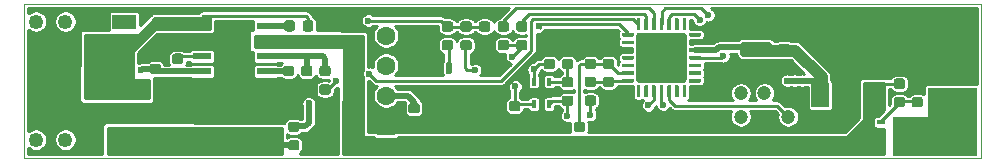
<source format=gbr>
G04 #@! TF.GenerationSoftware,KiCad,Pcbnew,(5.1.5-0-10_14)*
G04 #@! TF.CreationDate,2021-02-26T10:59:33+01:00*
G04 #@! TF.ProjectId,L_tfix,4cf67466-6978-42e6-9b69-6361645f7063,rev?*
G04 #@! TF.SameCoordinates,Original*
G04 #@! TF.FileFunction,Copper,L2,Bot*
G04 #@! TF.FilePolarity,Positive*
%FSLAX46Y46*%
G04 Gerber Fmt 4.6, Leading zero omitted, Abs format (unit mm)*
G04 Created by KiCad (PCBNEW (5.1.5-0-10_14)) date 2021-02-26 10:59:33*
%MOMM*%
%LPD*%
G04 APERTURE LIST*
%ADD10C,0.050000*%
%ADD11C,0.150000*%
%ADD12R,0.400000X0.650000*%
%ADD13R,0.700000X0.420000*%
%ADD14C,1.600000*%
%ADD15R,1.600000X1.600000*%
%ADD16C,1.200000*%
%ADD17C,1.250000*%
%ADD18R,2.000000X1.200000*%
%ADD19R,1.200000X2.000000*%
%ADD20R,1.390000X1.400000*%
%ADD21R,3.360000X4.860000*%
%ADD22R,1.500000X2.000000*%
%ADD23R,3.800000X2.000000*%
%ADD24C,0.600000*%
%ADD25R,1.550000X0.600000*%
%ADD26R,2.950000X4.500000*%
%ADD27R,2.600000X3.100000*%
%ADD28C,3.500120*%
%ADD29R,3.500120X3.500120*%
%ADD30C,0.500000*%
%ADD31C,1.000000*%
%ADD32C,0.250000*%
%ADD33C,0.254000*%
%ADD34C,0.100000*%
G04 APERTURE END LIST*
D10*
X21000000Y-30000000D02*
X21000000Y-33000000D01*
X21000000Y-23000000D02*
X21000000Y-30000000D01*
X21000000Y-20000000D02*
X21000000Y-23000000D01*
X102000000Y-20000000D02*
X21000000Y-20000000D01*
X102000000Y-20000000D02*
X102000000Y-33000000D01*
X21000000Y-33000000D02*
X102000000Y-33000000D01*
G04 #@! TA.AperFunction,SMDPad,CuDef*
D11*
G36*
X34268011Y-24166133D02*
G01*
X34289246Y-24169283D01*
X34310070Y-24174499D01*
X34330282Y-24181731D01*
X34349688Y-24190910D01*
X34368101Y-24201946D01*
X34385344Y-24214734D01*
X34401250Y-24229150D01*
X34415666Y-24245056D01*
X34428454Y-24262299D01*
X34439490Y-24280712D01*
X34448669Y-24300118D01*
X34455901Y-24320330D01*
X34461117Y-24341154D01*
X34464267Y-24362389D01*
X34465320Y-24383830D01*
X34465320Y-24821330D01*
X34464267Y-24842771D01*
X34461117Y-24864006D01*
X34455901Y-24884830D01*
X34448669Y-24905042D01*
X34439490Y-24924448D01*
X34428454Y-24942861D01*
X34415666Y-24960104D01*
X34401250Y-24976010D01*
X34385344Y-24990426D01*
X34368101Y-25003214D01*
X34349688Y-25014250D01*
X34330282Y-25023429D01*
X34310070Y-25030661D01*
X34289246Y-25035877D01*
X34268011Y-25039027D01*
X34246570Y-25040080D01*
X33734070Y-25040080D01*
X33712629Y-25039027D01*
X33691394Y-25035877D01*
X33670570Y-25030661D01*
X33650358Y-25023429D01*
X33630952Y-25014250D01*
X33612539Y-25003214D01*
X33595296Y-24990426D01*
X33579390Y-24976010D01*
X33564974Y-24960104D01*
X33552186Y-24942861D01*
X33541150Y-24924448D01*
X33531971Y-24905042D01*
X33524739Y-24884830D01*
X33519523Y-24864006D01*
X33516373Y-24842771D01*
X33515320Y-24821330D01*
X33515320Y-24383830D01*
X33516373Y-24362389D01*
X33519523Y-24341154D01*
X33524739Y-24320330D01*
X33531971Y-24300118D01*
X33541150Y-24280712D01*
X33552186Y-24262299D01*
X33564974Y-24245056D01*
X33579390Y-24229150D01*
X33595296Y-24214734D01*
X33612539Y-24201946D01*
X33630952Y-24190910D01*
X33650358Y-24181731D01*
X33670570Y-24174499D01*
X33691394Y-24169283D01*
X33712629Y-24166133D01*
X33734070Y-24165080D01*
X34246570Y-24165080D01*
X34268011Y-24166133D01*
G37*
G04 #@! TD.AperFunction*
G04 #@! TA.AperFunction,SMDPad,CuDef*
G36*
X34268011Y-22591133D02*
G01*
X34289246Y-22594283D01*
X34310070Y-22599499D01*
X34330282Y-22606731D01*
X34349688Y-22615910D01*
X34368101Y-22626946D01*
X34385344Y-22639734D01*
X34401250Y-22654150D01*
X34415666Y-22670056D01*
X34428454Y-22687299D01*
X34439490Y-22705712D01*
X34448669Y-22725118D01*
X34455901Y-22745330D01*
X34461117Y-22766154D01*
X34464267Y-22787389D01*
X34465320Y-22808830D01*
X34465320Y-23246330D01*
X34464267Y-23267771D01*
X34461117Y-23289006D01*
X34455901Y-23309830D01*
X34448669Y-23330042D01*
X34439490Y-23349448D01*
X34428454Y-23367861D01*
X34415666Y-23385104D01*
X34401250Y-23401010D01*
X34385344Y-23415426D01*
X34368101Y-23428214D01*
X34349688Y-23439250D01*
X34330282Y-23448429D01*
X34310070Y-23455661D01*
X34289246Y-23460877D01*
X34268011Y-23464027D01*
X34246570Y-23465080D01*
X33734070Y-23465080D01*
X33712629Y-23464027D01*
X33691394Y-23460877D01*
X33670570Y-23455661D01*
X33650358Y-23448429D01*
X33630952Y-23439250D01*
X33612539Y-23428214D01*
X33595296Y-23415426D01*
X33579390Y-23401010D01*
X33564974Y-23385104D01*
X33552186Y-23367861D01*
X33541150Y-23349448D01*
X33531971Y-23330042D01*
X33524739Y-23309830D01*
X33519523Y-23289006D01*
X33516373Y-23267771D01*
X33515320Y-23246330D01*
X33515320Y-22808830D01*
X33516373Y-22787389D01*
X33519523Y-22766154D01*
X33524739Y-22745330D01*
X33531971Y-22725118D01*
X33541150Y-22705712D01*
X33552186Y-22687299D01*
X33564974Y-22670056D01*
X33579390Y-22654150D01*
X33595296Y-22639734D01*
X33612539Y-22626946D01*
X33630952Y-22615910D01*
X33650358Y-22606731D01*
X33670570Y-22599499D01*
X33691394Y-22594283D01*
X33712629Y-22591133D01*
X33734070Y-22590080D01*
X34246570Y-22590080D01*
X34268011Y-22591133D01*
G37*
G04 #@! TD.AperFunction*
G04 #@! TA.AperFunction,SMDPad,CuDef*
G36*
X57523104Y-28571004D02*
G01*
X57547373Y-28574604D01*
X57571171Y-28580565D01*
X57594271Y-28588830D01*
X57616449Y-28599320D01*
X57637493Y-28611933D01*
X57657198Y-28626547D01*
X57675377Y-28643023D01*
X57691853Y-28661202D01*
X57706467Y-28680907D01*
X57719080Y-28701951D01*
X57729570Y-28724129D01*
X57737835Y-28747229D01*
X57743796Y-28771027D01*
X57747396Y-28795296D01*
X57748600Y-28819800D01*
X57748600Y-29569800D01*
X57747396Y-29594304D01*
X57743796Y-29618573D01*
X57737835Y-29642371D01*
X57729570Y-29665471D01*
X57719080Y-29687649D01*
X57706467Y-29708693D01*
X57691853Y-29728398D01*
X57675377Y-29746577D01*
X57657198Y-29763053D01*
X57637493Y-29777667D01*
X57616449Y-29790280D01*
X57594271Y-29800770D01*
X57571171Y-29809035D01*
X57547373Y-29814996D01*
X57523104Y-29818596D01*
X57498600Y-29819800D01*
X55348600Y-29819800D01*
X55324096Y-29818596D01*
X55299827Y-29814996D01*
X55276029Y-29809035D01*
X55252929Y-29800770D01*
X55230751Y-29790280D01*
X55209707Y-29777667D01*
X55190002Y-29763053D01*
X55171823Y-29746577D01*
X55155347Y-29728398D01*
X55140733Y-29708693D01*
X55128120Y-29687649D01*
X55117630Y-29665471D01*
X55109365Y-29642371D01*
X55103404Y-29618573D01*
X55099804Y-29594304D01*
X55098600Y-29569800D01*
X55098600Y-28819800D01*
X55099804Y-28795296D01*
X55103404Y-28771027D01*
X55109365Y-28747229D01*
X55117630Y-28724129D01*
X55128120Y-28701951D01*
X55140733Y-28680907D01*
X55155347Y-28661202D01*
X55171823Y-28643023D01*
X55190002Y-28626547D01*
X55209707Y-28611933D01*
X55230751Y-28599320D01*
X55252929Y-28588830D01*
X55276029Y-28580565D01*
X55299827Y-28574604D01*
X55324096Y-28571004D01*
X55348600Y-28569800D01*
X57498600Y-28569800D01*
X57523104Y-28571004D01*
G37*
G04 #@! TD.AperFunction*
G04 #@! TA.AperFunction,SMDPad,CuDef*
G36*
X57523104Y-31371004D02*
G01*
X57547373Y-31374604D01*
X57571171Y-31380565D01*
X57594271Y-31388830D01*
X57616449Y-31399320D01*
X57637493Y-31411933D01*
X57657198Y-31426547D01*
X57675377Y-31443023D01*
X57691853Y-31461202D01*
X57706467Y-31480907D01*
X57719080Y-31501951D01*
X57729570Y-31524129D01*
X57737835Y-31547229D01*
X57743796Y-31571027D01*
X57747396Y-31595296D01*
X57748600Y-31619800D01*
X57748600Y-32369800D01*
X57747396Y-32394304D01*
X57743796Y-32418573D01*
X57737835Y-32442371D01*
X57729570Y-32465471D01*
X57719080Y-32487649D01*
X57706467Y-32508693D01*
X57691853Y-32528398D01*
X57675377Y-32546577D01*
X57657198Y-32563053D01*
X57637493Y-32577667D01*
X57616449Y-32590280D01*
X57594271Y-32600770D01*
X57571171Y-32609035D01*
X57547373Y-32614996D01*
X57523104Y-32618596D01*
X57498600Y-32619800D01*
X55348600Y-32619800D01*
X55324096Y-32618596D01*
X55299827Y-32614996D01*
X55276029Y-32609035D01*
X55252929Y-32600770D01*
X55230751Y-32590280D01*
X55209707Y-32577667D01*
X55190002Y-32563053D01*
X55171823Y-32546577D01*
X55155347Y-32528398D01*
X55140733Y-32508693D01*
X55128120Y-32487649D01*
X55117630Y-32465471D01*
X55109365Y-32442371D01*
X55103404Y-32418573D01*
X55099804Y-32394304D01*
X55098600Y-32369800D01*
X55098600Y-31619800D01*
X55099804Y-31595296D01*
X55103404Y-31571027D01*
X55109365Y-31547229D01*
X55117630Y-31524129D01*
X55128120Y-31501951D01*
X55140733Y-31480907D01*
X55155347Y-31461202D01*
X55171823Y-31443023D01*
X55190002Y-31426547D01*
X55209707Y-31411933D01*
X55230751Y-31399320D01*
X55252929Y-31388830D01*
X55276029Y-31380565D01*
X55299827Y-31374604D01*
X55324096Y-31371004D01*
X55348600Y-31369800D01*
X57498600Y-31369800D01*
X57523104Y-31371004D01*
G37*
G04 #@! TD.AperFunction*
G04 #@! TA.AperFunction,SMDPad,CuDef*
G36*
X62812531Y-29754133D02*
G01*
X62833766Y-29757283D01*
X62854590Y-29762499D01*
X62874802Y-29769731D01*
X62894208Y-29778910D01*
X62912621Y-29789946D01*
X62929864Y-29802734D01*
X62945770Y-29817150D01*
X62960186Y-29833056D01*
X62972974Y-29850299D01*
X62984010Y-29868712D01*
X62993189Y-29888118D01*
X63000421Y-29908330D01*
X63005637Y-29929154D01*
X63008787Y-29950389D01*
X63009840Y-29971830D01*
X63009840Y-30409330D01*
X63008787Y-30430771D01*
X63005637Y-30452006D01*
X63000421Y-30472830D01*
X62993189Y-30493042D01*
X62984010Y-30512448D01*
X62972974Y-30530861D01*
X62960186Y-30548104D01*
X62945770Y-30564010D01*
X62929864Y-30578426D01*
X62912621Y-30591214D01*
X62894208Y-30602250D01*
X62874802Y-30611429D01*
X62854590Y-30618661D01*
X62833766Y-30623877D01*
X62812531Y-30627027D01*
X62791090Y-30628080D01*
X62278590Y-30628080D01*
X62257149Y-30627027D01*
X62235914Y-30623877D01*
X62215090Y-30618661D01*
X62194878Y-30611429D01*
X62175472Y-30602250D01*
X62157059Y-30591214D01*
X62139816Y-30578426D01*
X62123910Y-30564010D01*
X62109494Y-30548104D01*
X62096706Y-30530861D01*
X62085670Y-30512448D01*
X62076491Y-30493042D01*
X62069259Y-30472830D01*
X62064043Y-30452006D01*
X62060893Y-30430771D01*
X62059840Y-30409330D01*
X62059840Y-29971830D01*
X62060893Y-29950389D01*
X62064043Y-29929154D01*
X62069259Y-29908330D01*
X62076491Y-29888118D01*
X62085670Y-29868712D01*
X62096706Y-29850299D01*
X62109494Y-29833056D01*
X62123910Y-29817150D01*
X62139816Y-29802734D01*
X62157059Y-29789946D01*
X62175472Y-29778910D01*
X62194878Y-29769731D01*
X62215090Y-29762499D01*
X62235914Y-29757283D01*
X62257149Y-29754133D01*
X62278590Y-29753080D01*
X62791090Y-29753080D01*
X62812531Y-29754133D01*
G37*
G04 #@! TD.AperFunction*
G04 #@! TA.AperFunction,SMDPad,CuDef*
G36*
X62812531Y-28179133D02*
G01*
X62833766Y-28182283D01*
X62854590Y-28187499D01*
X62874802Y-28194731D01*
X62894208Y-28203910D01*
X62912621Y-28214946D01*
X62929864Y-28227734D01*
X62945770Y-28242150D01*
X62960186Y-28258056D01*
X62972974Y-28275299D01*
X62984010Y-28293712D01*
X62993189Y-28313118D01*
X63000421Y-28333330D01*
X63005637Y-28354154D01*
X63008787Y-28375389D01*
X63009840Y-28396830D01*
X63009840Y-28834330D01*
X63008787Y-28855771D01*
X63005637Y-28877006D01*
X63000421Y-28897830D01*
X62993189Y-28918042D01*
X62984010Y-28937448D01*
X62972974Y-28955861D01*
X62960186Y-28973104D01*
X62945770Y-28989010D01*
X62929864Y-29003426D01*
X62912621Y-29016214D01*
X62894208Y-29027250D01*
X62874802Y-29036429D01*
X62854590Y-29043661D01*
X62833766Y-29048877D01*
X62812531Y-29052027D01*
X62791090Y-29053080D01*
X62278590Y-29053080D01*
X62257149Y-29052027D01*
X62235914Y-29048877D01*
X62215090Y-29043661D01*
X62194878Y-29036429D01*
X62175472Y-29027250D01*
X62157059Y-29016214D01*
X62139816Y-29003426D01*
X62123910Y-28989010D01*
X62109494Y-28973104D01*
X62096706Y-28955861D01*
X62085670Y-28937448D01*
X62076491Y-28918042D01*
X62069259Y-28897830D01*
X62064043Y-28877006D01*
X62060893Y-28855771D01*
X62059840Y-28834330D01*
X62059840Y-28396830D01*
X62060893Y-28375389D01*
X62064043Y-28354154D01*
X62069259Y-28333330D01*
X62076491Y-28313118D01*
X62085670Y-28293712D01*
X62096706Y-28275299D01*
X62109494Y-28258056D01*
X62123910Y-28242150D01*
X62139816Y-28227734D01*
X62157059Y-28214946D01*
X62175472Y-28203910D01*
X62194878Y-28194731D01*
X62215090Y-28187499D01*
X62235914Y-28182283D01*
X62257149Y-28179133D01*
X62278590Y-28178080D01*
X62791090Y-28178080D01*
X62812531Y-28179133D01*
G37*
G04 #@! TD.AperFunction*
G04 #@! TA.AperFunction,SMDPad,CuDef*
G36*
X73082711Y-26851641D02*
G01*
X73089992Y-26852721D01*
X73097131Y-26854509D01*
X73104061Y-26856989D01*
X73110715Y-26860136D01*
X73117028Y-26863920D01*
X73122939Y-26868304D01*
X73128393Y-26873247D01*
X73133336Y-26878701D01*
X73137720Y-26884612D01*
X73141504Y-26890925D01*
X73144651Y-26897579D01*
X73147131Y-26904509D01*
X73148919Y-26911648D01*
X73149999Y-26918929D01*
X73150360Y-26926280D01*
X73150360Y-27801280D01*
X73149999Y-27808631D01*
X73148919Y-27815912D01*
X73147131Y-27823051D01*
X73144651Y-27829981D01*
X73141504Y-27836635D01*
X73137720Y-27842948D01*
X73133336Y-27848859D01*
X73128393Y-27854313D01*
X73122939Y-27859256D01*
X73117028Y-27863640D01*
X73110715Y-27867424D01*
X73104061Y-27870571D01*
X73097131Y-27873051D01*
X73089992Y-27874839D01*
X73082711Y-27875919D01*
X73075360Y-27876280D01*
X72925360Y-27876280D01*
X72918009Y-27875919D01*
X72910728Y-27874839D01*
X72903589Y-27873051D01*
X72896659Y-27870571D01*
X72890005Y-27867424D01*
X72883692Y-27863640D01*
X72877781Y-27859256D01*
X72872327Y-27854313D01*
X72867384Y-27848859D01*
X72863000Y-27842948D01*
X72859216Y-27836635D01*
X72856069Y-27829981D01*
X72853589Y-27823051D01*
X72851801Y-27815912D01*
X72850721Y-27808631D01*
X72850360Y-27801280D01*
X72850360Y-26926280D01*
X72850721Y-26918929D01*
X72851801Y-26911648D01*
X72853589Y-26904509D01*
X72856069Y-26897579D01*
X72859216Y-26890925D01*
X72863000Y-26884612D01*
X72867384Y-26878701D01*
X72872327Y-26873247D01*
X72877781Y-26868304D01*
X72883692Y-26863920D01*
X72890005Y-26860136D01*
X72896659Y-26856989D01*
X72903589Y-26854509D01*
X72910728Y-26852721D01*
X72918009Y-26851641D01*
X72925360Y-26851280D01*
X73075360Y-26851280D01*
X73082711Y-26851641D01*
G37*
G04 #@! TD.AperFunction*
G04 #@! TA.AperFunction,SMDPad,CuDef*
G36*
X73732711Y-26851641D02*
G01*
X73739992Y-26852721D01*
X73747131Y-26854509D01*
X73754061Y-26856989D01*
X73760715Y-26860136D01*
X73767028Y-26863920D01*
X73772939Y-26868304D01*
X73778393Y-26873247D01*
X73783336Y-26878701D01*
X73787720Y-26884612D01*
X73791504Y-26890925D01*
X73794651Y-26897579D01*
X73797131Y-26904509D01*
X73798919Y-26911648D01*
X73799999Y-26918929D01*
X73800360Y-26926280D01*
X73800360Y-27801280D01*
X73799999Y-27808631D01*
X73798919Y-27815912D01*
X73797131Y-27823051D01*
X73794651Y-27829981D01*
X73791504Y-27836635D01*
X73787720Y-27842948D01*
X73783336Y-27848859D01*
X73778393Y-27854313D01*
X73772939Y-27859256D01*
X73767028Y-27863640D01*
X73760715Y-27867424D01*
X73754061Y-27870571D01*
X73747131Y-27873051D01*
X73739992Y-27874839D01*
X73732711Y-27875919D01*
X73725360Y-27876280D01*
X73575360Y-27876280D01*
X73568009Y-27875919D01*
X73560728Y-27874839D01*
X73553589Y-27873051D01*
X73546659Y-27870571D01*
X73540005Y-27867424D01*
X73533692Y-27863640D01*
X73527781Y-27859256D01*
X73522327Y-27854313D01*
X73517384Y-27848859D01*
X73513000Y-27842948D01*
X73509216Y-27836635D01*
X73506069Y-27829981D01*
X73503589Y-27823051D01*
X73501801Y-27815912D01*
X73500721Y-27808631D01*
X73500360Y-27801280D01*
X73500360Y-26926280D01*
X73500721Y-26918929D01*
X73501801Y-26911648D01*
X73503589Y-26904509D01*
X73506069Y-26897579D01*
X73509216Y-26890925D01*
X73513000Y-26884612D01*
X73517384Y-26878701D01*
X73522327Y-26873247D01*
X73527781Y-26868304D01*
X73533692Y-26863920D01*
X73540005Y-26860136D01*
X73546659Y-26856989D01*
X73553589Y-26854509D01*
X73560728Y-26852721D01*
X73568009Y-26851641D01*
X73575360Y-26851280D01*
X73725360Y-26851280D01*
X73732711Y-26851641D01*
G37*
G04 #@! TD.AperFunction*
G04 #@! TA.AperFunction,SMDPad,CuDef*
G36*
X74382711Y-26851641D02*
G01*
X74389992Y-26852721D01*
X74397131Y-26854509D01*
X74404061Y-26856989D01*
X74410715Y-26860136D01*
X74417028Y-26863920D01*
X74422939Y-26868304D01*
X74428393Y-26873247D01*
X74433336Y-26878701D01*
X74437720Y-26884612D01*
X74441504Y-26890925D01*
X74444651Y-26897579D01*
X74447131Y-26904509D01*
X74448919Y-26911648D01*
X74449999Y-26918929D01*
X74450360Y-26926280D01*
X74450360Y-27801280D01*
X74449999Y-27808631D01*
X74448919Y-27815912D01*
X74447131Y-27823051D01*
X74444651Y-27829981D01*
X74441504Y-27836635D01*
X74437720Y-27842948D01*
X74433336Y-27848859D01*
X74428393Y-27854313D01*
X74422939Y-27859256D01*
X74417028Y-27863640D01*
X74410715Y-27867424D01*
X74404061Y-27870571D01*
X74397131Y-27873051D01*
X74389992Y-27874839D01*
X74382711Y-27875919D01*
X74375360Y-27876280D01*
X74225360Y-27876280D01*
X74218009Y-27875919D01*
X74210728Y-27874839D01*
X74203589Y-27873051D01*
X74196659Y-27870571D01*
X74190005Y-27867424D01*
X74183692Y-27863640D01*
X74177781Y-27859256D01*
X74172327Y-27854313D01*
X74167384Y-27848859D01*
X74163000Y-27842948D01*
X74159216Y-27836635D01*
X74156069Y-27829981D01*
X74153589Y-27823051D01*
X74151801Y-27815912D01*
X74150721Y-27808631D01*
X74150360Y-27801280D01*
X74150360Y-26926280D01*
X74150721Y-26918929D01*
X74151801Y-26911648D01*
X74153589Y-26904509D01*
X74156069Y-26897579D01*
X74159216Y-26890925D01*
X74163000Y-26884612D01*
X74167384Y-26878701D01*
X74172327Y-26873247D01*
X74177781Y-26868304D01*
X74183692Y-26863920D01*
X74190005Y-26860136D01*
X74196659Y-26856989D01*
X74203589Y-26854509D01*
X74210728Y-26852721D01*
X74218009Y-26851641D01*
X74225360Y-26851280D01*
X74375360Y-26851280D01*
X74382711Y-26851641D01*
G37*
G04 #@! TD.AperFunction*
G04 #@! TA.AperFunction,SMDPad,CuDef*
G36*
X75032711Y-26851641D02*
G01*
X75039992Y-26852721D01*
X75047131Y-26854509D01*
X75054061Y-26856989D01*
X75060715Y-26860136D01*
X75067028Y-26863920D01*
X75072939Y-26868304D01*
X75078393Y-26873247D01*
X75083336Y-26878701D01*
X75087720Y-26884612D01*
X75091504Y-26890925D01*
X75094651Y-26897579D01*
X75097131Y-26904509D01*
X75098919Y-26911648D01*
X75099999Y-26918929D01*
X75100360Y-26926280D01*
X75100360Y-27801280D01*
X75099999Y-27808631D01*
X75098919Y-27815912D01*
X75097131Y-27823051D01*
X75094651Y-27829981D01*
X75091504Y-27836635D01*
X75087720Y-27842948D01*
X75083336Y-27848859D01*
X75078393Y-27854313D01*
X75072939Y-27859256D01*
X75067028Y-27863640D01*
X75060715Y-27867424D01*
X75054061Y-27870571D01*
X75047131Y-27873051D01*
X75039992Y-27874839D01*
X75032711Y-27875919D01*
X75025360Y-27876280D01*
X74875360Y-27876280D01*
X74868009Y-27875919D01*
X74860728Y-27874839D01*
X74853589Y-27873051D01*
X74846659Y-27870571D01*
X74840005Y-27867424D01*
X74833692Y-27863640D01*
X74827781Y-27859256D01*
X74822327Y-27854313D01*
X74817384Y-27848859D01*
X74813000Y-27842948D01*
X74809216Y-27836635D01*
X74806069Y-27829981D01*
X74803589Y-27823051D01*
X74801801Y-27815912D01*
X74800721Y-27808631D01*
X74800360Y-27801280D01*
X74800360Y-26926280D01*
X74800721Y-26918929D01*
X74801801Y-26911648D01*
X74803589Y-26904509D01*
X74806069Y-26897579D01*
X74809216Y-26890925D01*
X74813000Y-26884612D01*
X74817384Y-26878701D01*
X74822327Y-26873247D01*
X74827781Y-26868304D01*
X74833692Y-26863920D01*
X74840005Y-26860136D01*
X74846659Y-26856989D01*
X74853589Y-26854509D01*
X74860728Y-26852721D01*
X74868009Y-26851641D01*
X74875360Y-26851280D01*
X75025360Y-26851280D01*
X75032711Y-26851641D01*
G37*
G04 #@! TD.AperFunction*
G04 #@! TA.AperFunction,SMDPad,CuDef*
G36*
X75682711Y-26851641D02*
G01*
X75689992Y-26852721D01*
X75697131Y-26854509D01*
X75704061Y-26856989D01*
X75710715Y-26860136D01*
X75717028Y-26863920D01*
X75722939Y-26868304D01*
X75728393Y-26873247D01*
X75733336Y-26878701D01*
X75737720Y-26884612D01*
X75741504Y-26890925D01*
X75744651Y-26897579D01*
X75747131Y-26904509D01*
X75748919Y-26911648D01*
X75749999Y-26918929D01*
X75750360Y-26926280D01*
X75750360Y-27801280D01*
X75749999Y-27808631D01*
X75748919Y-27815912D01*
X75747131Y-27823051D01*
X75744651Y-27829981D01*
X75741504Y-27836635D01*
X75737720Y-27842948D01*
X75733336Y-27848859D01*
X75728393Y-27854313D01*
X75722939Y-27859256D01*
X75717028Y-27863640D01*
X75710715Y-27867424D01*
X75704061Y-27870571D01*
X75697131Y-27873051D01*
X75689992Y-27874839D01*
X75682711Y-27875919D01*
X75675360Y-27876280D01*
X75525360Y-27876280D01*
X75518009Y-27875919D01*
X75510728Y-27874839D01*
X75503589Y-27873051D01*
X75496659Y-27870571D01*
X75490005Y-27867424D01*
X75483692Y-27863640D01*
X75477781Y-27859256D01*
X75472327Y-27854313D01*
X75467384Y-27848859D01*
X75463000Y-27842948D01*
X75459216Y-27836635D01*
X75456069Y-27829981D01*
X75453589Y-27823051D01*
X75451801Y-27815912D01*
X75450721Y-27808631D01*
X75450360Y-27801280D01*
X75450360Y-26926280D01*
X75450721Y-26918929D01*
X75451801Y-26911648D01*
X75453589Y-26904509D01*
X75456069Y-26897579D01*
X75459216Y-26890925D01*
X75463000Y-26884612D01*
X75467384Y-26878701D01*
X75472327Y-26873247D01*
X75477781Y-26868304D01*
X75483692Y-26863920D01*
X75490005Y-26860136D01*
X75496659Y-26856989D01*
X75503589Y-26854509D01*
X75510728Y-26852721D01*
X75518009Y-26851641D01*
X75525360Y-26851280D01*
X75675360Y-26851280D01*
X75682711Y-26851641D01*
G37*
G04 #@! TD.AperFunction*
G04 #@! TA.AperFunction,SMDPad,CuDef*
G36*
X76332711Y-26851641D02*
G01*
X76339992Y-26852721D01*
X76347131Y-26854509D01*
X76354061Y-26856989D01*
X76360715Y-26860136D01*
X76367028Y-26863920D01*
X76372939Y-26868304D01*
X76378393Y-26873247D01*
X76383336Y-26878701D01*
X76387720Y-26884612D01*
X76391504Y-26890925D01*
X76394651Y-26897579D01*
X76397131Y-26904509D01*
X76398919Y-26911648D01*
X76399999Y-26918929D01*
X76400360Y-26926280D01*
X76400360Y-27801280D01*
X76399999Y-27808631D01*
X76398919Y-27815912D01*
X76397131Y-27823051D01*
X76394651Y-27829981D01*
X76391504Y-27836635D01*
X76387720Y-27842948D01*
X76383336Y-27848859D01*
X76378393Y-27854313D01*
X76372939Y-27859256D01*
X76367028Y-27863640D01*
X76360715Y-27867424D01*
X76354061Y-27870571D01*
X76347131Y-27873051D01*
X76339992Y-27874839D01*
X76332711Y-27875919D01*
X76325360Y-27876280D01*
X76175360Y-27876280D01*
X76168009Y-27875919D01*
X76160728Y-27874839D01*
X76153589Y-27873051D01*
X76146659Y-27870571D01*
X76140005Y-27867424D01*
X76133692Y-27863640D01*
X76127781Y-27859256D01*
X76122327Y-27854313D01*
X76117384Y-27848859D01*
X76113000Y-27842948D01*
X76109216Y-27836635D01*
X76106069Y-27829981D01*
X76103589Y-27823051D01*
X76101801Y-27815912D01*
X76100721Y-27808631D01*
X76100360Y-27801280D01*
X76100360Y-26926280D01*
X76100721Y-26918929D01*
X76101801Y-26911648D01*
X76103589Y-26904509D01*
X76106069Y-26897579D01*
X76109216Y-26890925D01*
X76113000Y-26884612D01*
X76117384Y-26878701D01*
X76122327Y-26873247D01*
X76127781Y-26868304D01*
X76133692Y-26863920D01*
X76140005Y-26860136D01*
X76146659Y-26856989D01*
X76153589Y-26854509D01*
X76160728Y-26852721D01*
X76168009Y-26851641D01*
X76175360Y-26851280D01*
X76325360Y-26851280D01*
X76332711Y-26851641D01*
G37*
G04 #@! TD.AperFunction*
G04 #@! TA.AperFunction,SMDPad,CuDef*
G36*
X76982711Y-26851641D02*
G01*
X76989992Y-26852721D01*
X76997131Y-26854509D01*
X77004061Y-26856989D01*
X77010715Y-26860136D01*
X77017028Y-26863920D01*
X77022939Y-26868304D01*
X77028393Y-26873247D01*
X77033336Y-26878701D01*
X77037720Y-26884612D01*
X77041504Y-26890925D01*
X77044651Y-26897579D01*
X77047131Y-26904509D01*
X77048919Y-26911648D01*
X77049999Y-26918929D01*
X77050360Y-26926280D01*
X77050360Y-27801280D01*
X77049999Y-27808631D01*
X77048919Y-27815912D01*
X77047131Y-27823051D01*
X77044651Y-27829981D01*
X77041504Y-27836635D01*
X77037720Y-27842948D01*
X77033336Y-27848859D01*
X77028393Y-27854313D01*
X77022939Y-27859256D01*
X77017028Y-27863640D01*
X77010715Y-27867424D01*
X77004061Y-27870571D01*
X76997131Y-27873051D01*
X76989992Y-27874839D01*
X76982711Y-27875919D01*
X76975360Y-27876280D01*
X76825360Y-27876280D01*
X76818009Y-27875919D01*
X76810728Y-27874839D01*
X76803589Y-27873051D01*
X76796659Y-27870571D01*
X76790005Y-27867424D01*
X76783692Y-27863640D01*
X76777781Y-27859256D01*
X76772327Y-27854313D01*
X76767384Y-27848859D01*
X76763000Y-27842948D01*
X76759216Y-27836635D01*
X76756069Y-27829981D01*
X76753589Y-27823051D01*
X76751801Y-27815912D01*
X76750721Y-27808631D01*
X76750360Y-27801280D01*
X76750360Y-26926280D01*
X76750721Y-26918929D01*
X76751801Y-26911648D01*
X76753589Y-26904509D01*
X76756069Y-26897579D01*
X76759216Y-26890925D01*
X76763000Y-26884612D01*
X76767384Y-26878701D01*
X76772327Y-26873247D01*
X76777781Y-26868304D01*
X76783692Y-26863920D01*
X76790005Y-26860136D01*
X76796659Y-26856989D01*
X76803589Y-26854509D01*
X76810728Y-26852721D01*
X76818009Y-26851641D01*
X76825360Y-26851280D01*
X76975360Y-26851280D01*
X76982711Y-26851641D01*
G37*
G04 #@! TD.AperFunction*
G04 #@! TA.AperFunction,SMDPad,CuDef*
G36*
X78232711Y-26326641D02*
G01*
X78239992Y-26327721D01*
X78247131Y-26329509D01*
X78254061Y-26331989D01*
X78260715Y-26335136D01*
X78267028Y-26338920D01*
X78272939Y-26343304D01*
X78278393Y-26348247D01*
X78283336Y-26353701D01*
X78287720Y-26359612D01*
X78291504Y-26365925D01*
X78294651Y-26372579D01*
X78297131Y-26379509D01*
X78298919Y-26386648D01*
X78299999Y-26393929D01*
X78300360Y-26401280D01*
X78300360Y-26551280D01*
X78299999Y-26558631D01*
X78298919Y-26565912D01*
X78297131Y-26573051D01*
X78294651Y-26579981D01*
X78291504Y-26586635D01*
X78287720Y-26592948D01*
X78283336Y-26598859D01*
X78278393Y-26604313D01*
X78272939Y-26609256D01*
X78267028Y-26613640D01*
X78260715Y-26617424D01*
X78254061Y-26620571D01*
X78247131Y-26623051D01*
X78239992Y-26624839D01*
X78232711Y-26625919D01*
X78225360Y-26626280D01*
X77350360Y-26626280D01*
X77343009Y-26625919D01*
X77335728Y-26624839D01*
X77328589Y-26623051D01*
X77321659Y-26620571D01*
X77315005Y-26617424D01*
X77308692Y-26613640D01*
X77302781Y-26609256D01*
X77297327Y-26604313D01*
X77292384Y-26598859D01*
X77288000Y-26592948D01*
X77284216Y-26586635D01*
X77281069Y-26579981D01*
X77278589Y-26573051D01*
X77276801Y-26565912D01*
X77275721Y-26558631D01*
X77275360Y-26551280D01*
X77275360Y-26401280D01*
X77275721Y-26393929D01*
X77276801Y-26386648D01*
X77278589Y-26379509D01*
X77281069Y-26372579D01*
X77284216Y-26365925D01*
X77288000Y-26359612D01*
X77292384Y-26353701D01*
X77297327Y-26348247D01*
X77302781Y-26343304D01*
X77308692Y-26338920D01*
X77315005Y-26335136D01*
X77321659Y-26331989D01*
X77328589Y-26329509D01*
X77335728Y-26327721D01*
X77343009Y-26326641D01*
X77350360Y-26326280D01*
X78225360Y-26326280D01*
X78232711Y-26326641D01*
G37*
G04 #@! TD.AperFunction*
G04 #@! TA.AperFunction,SMDPad,CuDef*
G36*
X78232711Y-25676641D02*
G01*
X78239992Y-25677721D01*
X78247131Y-25679509D01*
X78254061Y-25681989D01*
X78260715Y-25685136D01*
X78267028Y-25688920D01*
X78272939Y-25693304D01*
X78278393Y-25698247D01*
X78283336Y-25703701D01*
X78287720Y-25709612D01*
X78291504Y-25715925D01*
X78294651Y-25722579D01*
X78297131Y-25729509D01*
X78298919Y-25736648D01*
X78299999Y-25743929D01*
X78300360Y-25751280D01*
X78300360Y-25901280D01*
X78299999Y-25908631D01*
X78298919Y-25915912D01*
X78297131Y-25923051D01*
X78294651Y-25929981D01*
X78291504Y-25936635D01*
X78287720Y-25942948D01*
X78283336Y-25948859D01*
X78278393Y-25954313D01*
X78272939Y-25959256D01*
X78267028Y-25963640D01*
X78260715Y-25967424D01*
X78254061Y-25970571D01*
X78247131Y-25973051D01*
X78239992Y-25974839D01*
X78232711Y-25975919D01*
X78225360Y-25976280D01*
X77350360Y-25976280D01*
X77343009Y-25975919D01*
X77335728Y-25974839D01*
X77328589Y-25973051D01*
X77321659Y-25970571D01*
X77315005Y-25967424D01*
X77308692Y-25963640D01*
X77302781Y-25959256D01*
X77297327Y-25954313D01*
X77292384Y-25948859D01*
X77288000Y-25942948D01*
X77284216Y-25936635D01*
X77281069Y-25929981D01*
X77278589Y-25923051D01*
X77276801Y-25915912D01*
X77275721Y-25908631D01*
X77275360Y-25901280D01*
X77275360Y-25751280D01*
X77275721Y-25743929D01*
X77276801Y-25736648D01*
X77278589Y-25729509D01*
X77281069Y-25722579D01*
X77284216Y-25715925D01*
X77288000Y-25709612D01*
X77292384Y-25703701D01*
X77297327Y-25698247D01*
X77302781Y-25693304D01*
X77308692Y-25688920D01*
X77315005Y-25685136D01*
X77321659Y-25681989D01*
X77328589Y-25679509D01*
X77335728Y-25677721D01*
X77343009Y-25676641D01*
X77350360Y-25676280D01*
X78225360Y-25676280D01*
X78232711Y-25676641D01*
G37*
G04 #@! TD.AperFunction*
G04 #@! TA.AperFunction,SMDPad,CuDef*
G36*
X78232711Y-25026641D02*
G01*
X78239992Y-25027721D01*
X78247131Y-25029509D01*
X78254061Y-25031989D01*
X78260715Y-25035136D01*
X78267028Y-25038920D01*
X78272939Y-25043304D01*
X78278393Y-25048247D01*
X78283336Y-25053701D01*
X78287720Y-25059612D01*
X78291504Y-25065925D01*
X78294651Y-25072579D01*
X78297131Y-25079509D01*
X78298919Y-25086648D01*
X78299999Y-25093929D01*
X78300360Y-25101280D01*
X78300360Y-25251280D01*
X78299999Y-25258631D01*
X78298919Y-25265912D01*
X78297131Y-25273051D01*
X78294651Y-25279981D01*
X78291504Y-25286635D01*
X78287720Y-25292948D01*
X78283336Y-25298859D01*
X78278393Y-25304313D01*
X78272939Y-25309256D01*
X78267028Y-25313640D01*
X78260715Y-25317424D01*
X78254061Y-25320571D01*
X78247131Y-25323051D01*
X78239992Y-25324839D01*
X78232711Y-25325919D01*
X78225360Y-25326280D01*
X77350360Y-25326280D01*
X77343009Y-25325919D01*
X77335728Y-25324839D01*
X77328589Y-25323051D01*
X77321659Y-25320571D01*
X77315005Y-25317424D01*
X77308692Y-25313640D01*
X77302781Y-25309256D01*
X77297327Y-25304313D01*
X77292384Y-25298859D01*
X77288000Y-25292948D01*
X77284216Y-25286635D01*
X77281069Y-25279981D01*
X77278589Y-25273051D01*
X77276801Y-25265912D01*
X77275721Y-25258631D01*
X77275360Y-25251280D01*
X77275360Y-25101280D01*
X77275721Y-25093929D01*
X77276801Y-25086648D01*
X77278589Y-25079509D01*
X77281069Y-25072579D01*
X77284216Y-25065925D01*
X77288000Y-25059612D01*
X77292384Y-25053701D01*
X77297327Y-25048247D01*
X77302781Y-25043304D01*
X77308692Y-25038920D01*
X77315005Y-25035136D01*
X77321659Y-25031989D01*
X77328589Y-25029509D01*
X77335728Y-25027721D01*
X77343009Y-25026641D01*
X77350360Y-25026280D01*
X78225360Y-25026280D01*
X78232711Y-25026641D01*
G37*
G04 #@! TD.AperFunction*
G04 #@! TA.AperFunction,SMDPad,CuDef*
G36*
X78232711Y-24376641D02*
G01*
X78239992Y-24377721D01*
X78247131Y-24379509D01*
X78254061Y-24381989D01*
X78260715Y-24385136D01*
X78267028Y-24388920D01*
X78272939Y-24393304D01*
X78278393Y-24398247D01*
X78283336Y-24403701D01*
X78287720Y-24409612D01*
X78291504Y-24415925D01*
X78294651Y-24422579D01*
X78297131Y-24429509D01*
X78298919Y-24436648D01*
X78299999Y-24443929D01*
X78300360Y-24451280D01*
X78300360Y-24601280D01*
X78299999Y-24608631D01*
X78298919Y-24615912D01*
X78297131Y-24623051D01*
X78294651Y-24629981D01*
X78291504Y-24636635D01*
X78287720Y-24642948D01*
X78283336Y-24648859D01*
X78278393Y-24654313D01*
X78272939Y-24659256D01*
X78267028Y-24663640D01*
X78260715Y-24667424D01*
X78254061Y-24670571D01*
X78247131Y-24673051D01*
X78239992Y-24674839D01*
X78232711Y-24675919D01*
X78225360Y-24676280D01*
X77350360Y-24676280D01*
X77343009Y-24675919D01*
X77335728Y-24674839D01*
X77328589Y-24673051D01*
X77321659Y-24670571D01*
X77315005Y-24667424D01*
X77308692Y-24663640D01*
X77302781Y-24659256D01*
X77297327Y-24654313D01*
X77292384Y-24648859D01*
X77288000Y-24642948D01*
X77284216Y-24636635D01*
X77281069Y-24629981D01*
X77278589Y-24623051D01*
X77276801Y-24615912D01*
X77275721Y-24608631D01*
X77275360Y-24601280D01*
X77275360Y-24451280D01*
X77275721Y-24443929D01*
X77276801Y-24436648D01*
X77278589Y-24429509D01*
X77281069Y-24422579D01*
X77284216Y-24415925D01*
X77288000Y-24409612D01*
X77292384Y-24403701D01*
X77297327Y-24398247D01*
X77302781Y-24393304D01*
X77308692Y-24388920D01*
X77315005Y-24385136D01*
X77321659Y-24381989D01*
X77328589Y-24379509D01*
X77335728Y-24377721D01*
X77343009Y-24376641D01*
X77350360Y-24376280D01*
X78225360Y-24376280D01*
X78232711Y-24376641D01*
G37*
G04 #@! TD.AperFunction*
G04 #@! TA.AperFunction,SMDPad,CuDef*
G36*
X78232711Y-23726641D02*
G01*
X78239992Y-23727721D01*
X78247131Y-23729509D01*
X78254061Y-23731989D01*
X78260715Y-23735136D01*
X78267028Y-23738920D01*
X78272939Y-23743304D01*
X78278393Y-23748247D01*
X78283336Y-23753701D01*
X78287720Y-23759612D01*
X78291504Y-23765925D01*
X78294651Y-23772579D01*
X78297131Y-23779509D01*
X78298919Y-23786648D01*
X78299999Y-23793929D01*
X78300360Y-23801280D01*
X78300360Y-23951280D01*
X78299999Y-23958631D01*
X78298919Y-23965912D01*
X78297131Y-23973051D01*
X78294651Y-23979981D01*
X78291504Y-23986635D01*
X78287720Y-23992948D01*
X78283336Y-23998859D01*
X78278393Y-24004313D01*
X78272939Y-24009256D01*
X78267028Y-24013640D01*
X78260715Y-24017424D01*
X78254061Y-24020571D01*
X78247131Y-24023051D01*
X78239992Y-24024839D01*
X78232711Y-24025919D01*
X78225360Y-24026280D01*
X77350360Y-24026280D01*
X77343009Y-24025919D01*
X77335728Y-24024839D01*
X77328589Y-24023051D01*
X77321659Y-24020571D01*
X77315005Y-24017424D01*
X77308692Y-24013640D01*
X77302781Y-24009256D01*
X77297327Y-24004313D01*
X77292384Y-23998859D01*
X77288000Y-23992948D01*
X77284216Y-23986635D01*
X77281069Y-23979981D01*
X77278589Y-23973051D01*
X77276801Y-23965912D01*
X77275721Y-23958631D01*
X77275360Y-23951280D01*
X77275360Y-23801280D01*
X77275721Y-23793929D01*
X77276801Y-23786648D01*
X77278589Y-23779509D01*
X77281069Y-23772579D01*
X77284216Y-23765925D01*
X77288000Y-23759612D01*
X77292384Y-23753701D01*
X77297327Y-23748247D01*
X77302781Y-23743304D01*
X77308692Y-23738920D01*
X77315005Y-23735136D01*
X77321659Y-23731989D01*
X77328589Y-23729509D01*
X77335728Y-23727721D01*
X77343009Y-23726641D01*
X77350360Y-23726280D01*
X78225360Y-23726280D01*
X78232711Y-23726641D01*
G37*
G04 #@! TD.AperFunction*
G04 #@! TA.AperFunction,SMDPad,CuDef*
G36*
X78232711Y-23076641D02*
G01*
X78239992Y-23077721D01*
X78247131Y-23079509D01*
X78254061Y-23081989D01*
X78260715Y-23085136D01*
X78267028Y-23088920D01*
X78272939Y-23093304D01*
X78278393Y-23098247D01*
X78283336Y-23103701D01*
X78287720Y-23109612D01*
X78291504Y-23115925D01*
X78294651Y-23122579D01*
X78297131Y-23129509D01*
X78298919Y-23136648D01*
X78299999Y-23143929D01*
X78300360Y-23151280D01*
X78300360Y-23301280D01*
X78299999Y-23308631D01*
X78298919Y-23315912D01*
X78297131Y-23323051D01*
X78294651Y-23329981D01*
X78291504Y-23336635D01*
X78287720Y-23342948D01*
X78283336Y-23348859D01*
X78278393Y-23354313D01*
X78272939Y-23359256D01*
X78267028Y-23363640D01*
X78260715Y-23367424D01*
X78254061Y-23370571D01*
X78247131Y-23373051D01*
X78239992Y-23374839D01*
X78232711Y-23375919D01*
X78225360Y-23376280D01*
X77350360Y-23376280D01*
X77343009Y-23375919D01*
X77335728Y-23374839D01*
X77328589Y-23373051D01*
X77321659Y-23370571D01*
X77315005Y-23367424D01*
X77308692Y-23363640D01*
X77302781Y-23359256D01*
X77297327Y-23354313D01*
X77292384Y-23348859D01*
X77288000Y-23342948D01*
X77284216Y-23336635D01*
X77281069Y-23329981D01*
X77278589Y-23323051D01*
X77276801Y-23315912D01*
X77275721Y-23308631D01*
X77275360Y-23301280D01*
X77275360Y-23151280D01*
X77275721Y-23143929D01*
X77276801Y-23136648D01*
X77278589Y-23129509D01*
X77281069Y-23122579D01*
X77284216Y-23115925D01*
X77288000Y-23109612D01*
X77292384Y-23103701D01*
X77297327Y-23098247D01*
X77302781Y-23093304D01*
X77308692Y-23088920D01*
X77315005Y-23085136D01*
X77321659Y-23081989D01*
X77328589Y-23079509D01*
X77335728Y-23077721D01*
X77343009Y-23076641D01*
X77350360Y-23076280D01*
X78225360Y-23076280D01*
X78232711Y-23076641D01*
G37*
G04 #@! TD.AperFunction*
G04 #@! TA.AperFunction,SMDPad,CuDef*
G36*
X78232711Y-22426641D02*
G01*
X78239992Y-22427721D01*
X78247131Y-22429509D01*
X78254061Y-22431989D01*
X78260715Y-22435136D01*
X78267028Y-22438920D01*
X78272939Y-22443304D01*
X78278393Y-22448247D01*
X78283336Y-22453701D01*
X78287720Y-22459612D01*
X78291504Y-22465925D01*
X78294651Y-22472579D01*
X78297131Y-22479509D01*
X78298919Y-22486648D01*
X78299999Y-22493929D01*
X78300360Y-22501280D01*
X78300360Y-22651280D01*
X78299999Y-22658631D01*
X78298919Y-22665912D01*
X78297131Y-22673051D01*
X78294651Y-22679981D01*
X78291504Y-22686635D01*
X78287720Y-22692948D01*
X78283336Y-22698859D01*
X78278393Y-22704313D01*
X78272939Y-22709256D01*
X78267028Y-22713640D01*
X78260715Y-22717424D01*
X78254061Y-22720571D01*
X78247131Y-22723051D01*
X78239992Y-22724839D01*
X78232711Y-22725919D01*
X78225360Y-22726280D01*
X77350360Y-22726280D01*
X77343009Y-22725919D01*
X77335728Y-22724839D01*
X77328589Y-22723051D01*
X77321659Y-22720571D01*
X77315005Y-22717424D01*
X77308692Y-22713640D01*
X77302781Y-22709256D01*
X77297327Y-22704313D01*
X77292384Y-22698859D01*
X77288000Y-22692948D01*
X77284216Y-22686635D01*
X77281069Y-22679981D01*
X77278589Y-22673051D01*
X77276801Y-22665912D01*
X77275721Y-22658631D01*
X77275360Y-22651280D01*
X77275360Y-22501280D01*
X77275721Y-22493929D01*
X77276801Y-22486648D01*
X77278589Y-22479509D01*
X77281069Y-22472579D01*
X77284216Y-22465925D01*
X77288000Y-22459612D01*
X77292384Y-22453701D01*
X77297327Y-22448247D01*
X77302781Y-22443304D01*
X77308692Y-22438920D01*
X77315005Y-22435136D01*
X77321659Y-22431989D01*
X77328589Y-22429509D01*
X77335728Y-22427721D01*
X77343009Y-22426641D01*
X77350360Y-22426280D01*
X78225360Y-22426280D01*
X78232711Y-22426641D01*
G37*
G04 #@! TD.AperFunction*
G04 #@! TA.AperFunction,SMDPad,CuDef*
G36*
X76982711Y-21176641D02*
G01*
X76989992Y-21177721D01*
X76997131Y-21179509D01*
X77004061Y-21181989D01*
X77010715Y-21185136D01*
X77017028Y-21188920D01*
X77022939Y-21193304D01*
X77028393Y-21198247D01*
X77033336Y-21203701D01*
X77037720Y-21209612D01*
X77041504Y-21215925D01*
X77044651Y-21222579D01*
X77047131Y-21229509D01*
X77048919Y-21236648D01*
X77049999Y-21243929D01*
X77050360Y-21251280D01*
X77050360Y-22126280D01*
X77049999Y-22133631D01*
X77048919Y-22140912D01*
X77047131Y-22148051D01*
X77044651Y-22154981D01*
X77041504Y-22161635D01*
X77037720Y-22167948D01*
X77033336Y-22173859D01*
X77028393Y-22179313D01*
X77022939Y-22184256D01*
X77017028Y-22188640D01*
X77010715Y-22192424D01*
X77004061Y-22195571D01*
X76997131Y-22198051D01*
X76989992Y-22199839D01*
X76982711Y-22200919D01*
X76975360Y-22201280D01*
X76825360Y-22201280D01*
X76818009Y-22200919D01*
X76810728Y-22199839D01*
X76803589Y-22198051D01*
X76796659Y-22195571D01*
X76790005Y-22192424D01*
X76783692Y-22188640D01*
X76777781Y-22184256D01*
X76772327Y-22179313D01*
X76767384Y-22173859D01*
X76763000Y-22167948D01*
X76759216Y-22161635D01*
X76756069Y-22154981D01*
X76753589Y-22148051D01*
X76751801Y-22140912D01*
X76750721Y-22133631D01*
X76750360Y-22126280D01*
X76750360Y-21251280D01*
X76750721Y-21243929D01*
X76751801Y-21236648D01*
X76753589Y-21229509D01*
X76756069Y-21222579D01*
X76759216Y-21215925D01*
X76763000Y-21209612D01*
X76767384Y-21203701D01*
X76772327Y-21198247D01*
X76777781Y-21193304D01*
X76783692Y-21188920D01*
X76790005Y-21185136D01*
X76796659Y-21181989D01*
X76803589Y-21179509D01*
X76810728Y-21177721D01*
X76818009Y-21176641D01*
X76825360Y-21176280D01*
X76975360Y-21176280D01*
X76982711Y-21176641D01*
G37*
G04 #@! TD.AperFunction*
G04 #@! TA.AperFunction,SMDPad,CuDef*
G36*
X76332711Y-21176641D02*
G01*
X76339992Y-21177721D01*
X76347131Y-21179509D01*
X76354061Y-21181989D01*
X76360715Y-21185136D01*
X76367028Y-21188920D01*
X76372939Y-21193304D01*
X76378393Y-21198247D01*
X76383336Y-21203701D01*
X76387720Y-21209612D01*
X76391504Y-21215925D01*
X76394651Y-21222579D01*
X76397131Y-21229509D01*
X76398919Y-21236648D01*
X76399999Y-21243929D01*
X76400360Y-21251280D01*
X76400360Y-22126280D01*
X76399999Y-22133631D01*
X76398919Y-22140912D01*
X76397131Y-22148051D01*
X76394651Y-22154981D01*
X76391504Y-22161635D01*
X76387720Y-22167948D01*
X76383336Y-22173859D01*
X76378393Y-22179313D01*
X76372939Y-22184256D01*
X76367028Y-22188640D01*
X76360715Y-22192424D01*
X76354061Y-22195571D01*
X76347131Y-22198051D01*
X76339992Y-22199839D01*
X76332711Y-22200919D01*
X76325360Y-22201280D01*
X76175360Y-22201280D01*
X76168009Y-22200919D01*
X76160728Y-22199839D01*
X76153589Y-22198051D01*
X76146659Y-22195571D01*
X76140005Y-22192424D01*
X76133692Y-22188640D01*
X76127781Y-22184256D01*
X76122327Y-22179313D01*
X76117384Y-22173859D01*
X76113000Y-22167948D01*
X76109216Y-22161635D01*
X76106069Y-22154981D01*
X76103589Y-22148051D01*
X76101801Y-22140912D01*
X76100721Y-22133631D01*
X76100360Y-22126280D01*
X76100360Y-21251280D01*
X76100721Y-21243929D01*
X76101801Y-21236648D01*
X76103589Y-21229509D01*
X76106069Y-21222579D01*
X76109216Y-21215925D01*
X76113000Y-21209612D01*
X76117384Y-21203701D01*
X76122327Y-21198247D01*
X76127781Y-21193304D01*
X76133692Y-21188920D01*
X76140005Y-21185136D01*
X76146659Y-21181989D01*
X76153589Y-21179509D01*
X76160728Y-21177721D01*
X76168009Y-21176641D01*
X76175360Y-21176280D01*
X76325360Y-21176280D01*
X76332711Y-21176641D01*
G37*
G04 #@! TD.AperFunction*
G04 #@! TA.AperFunction,SMDPad,CuDef*
G36*
X75682711Y-21176641D02*
G01*
X75689992Y-21177721D01*
X75697131Y-21179509D01*
X75704061Y-21181989D01*
X75710715Y-21185136D01*
X75717028Y-21188920D01*
X75722939Y-21193304D01*
X75728393Y-21198247D01*
X75733336Y-21203701D01*
X75737720Y-21209612D01*
X75741504Y-21215925D01*
X75744651Y-21222579D01*
X75747131Y-21229509D01*
X75748919Y-21236648D01*
X75749999Y-21243929D01*
X75750360Y-21251280D01*
X75750360Y-22126280D01*
X75749999Y-22133631D01*
X75748919Y-22140912D01*
X75747131Y-22148051D01*
X75744651Y-22154981D01*
X75741504Y-22161635D01*
X75737720Y-22167948D01*
X75733336Y-22173859D01*
X75728393Y-22179313D01*
X75722939Y-22184256D01*
X75717028Y-22188640D01*
X75710715Y-22192424D01*
X75704061Y-22195571D01*
X75697131Y-22198051D01*
X75689992Y-22199839D01*
X75682711Y-22200919D01*
X75675360Y-22201280D01*
X75525360Y-22201280D01*
X75518009Y-22200919D01*
X75510728Y-22199839D01*
X75503589Y-22198051D01*
X75496659Y-22195571D01*
X75490005Y-22192424D01*
X75483692Y-22188640D01*
X75477781Y-22184256D01*
X75472327Y-22179313D01*
X75467384Y-22173859D01*
X75463000Y-22167948D01*
X75459216Y-22161635D01*
X75456069Y-22154981D01*
X75453589Y-22148051D01*
X75451801Y-22140912D01*
X75450721Y-22133631D01*
X75450360Y-22126280D01*
X75450360Y-21251280D01*
X75450721Y-21243929D01*
X75451801Y-21236648D01*
X75453589Y-21229509D01*
X75456069Y-21222579D01*
X75459216Y-21215925D01*
X75463000Y-21209612D01*
X75467384Y-21203701D01*
X75472327Y-21198247D01*
X75477781Y-21193304D01*
X75483692Y-21188920D01*
X75490005Y-21185136D01*
X75496659Y-21181989D01*
X75503589Y-21179509D01*
X75510728Y-21177721D01*
X75518009Y-21176641D01*
X75525360Y-21176280D01*
X75675360Y-21176280D01*
X75682711Y-21176641D01*
G37*
G04 #@! TD.AperFunction*
G04 #@! TA.AperFunction,SMDPad,CuDef*
G36*
X75032711Y-21176641D02*
G01*
X75039992Y-21177721D01*
X75047131Y-21179509D01*
X75054061Y-21181989D01*
X75060715Y-21185136D01*
X75067028Y-21188920D01*
X75072939Y-21193304D01*
X75078393Y-21198247D01*
X75083336Y-21203701D01*
X75087720Y-21209612D01*
X75091504Y-21215925D01*
X75094651Y-21222579D01*
X75097131Y-21229509D01*
X75098919Y-21236648D01*
X75099999Y-21243929D01*
X75100360Y-21251280D01*
X75100360Y-22126280D01*
X75099999Y-22133631D01*
X75098919Y-22140912D01*
X75097131Y-22148051D01*
X75094651Y-22154981D01*
X75091504Y-22161635D01*
X75087720Y-22167948D01*
X75083336Y-22173859D01*
X75078393Y-22179313D01*
X75072939Y-22184256D01*
X75067028Y-22188640D01*
X75060715Y-22192424D01*
X75054061Y-22195571D01*
X75047131Y-22198051D01*
X75039992Y-22199839D01*
X75032711Y-22200919D01*
X75025360Y-22201280D01*
X74875360Y-22201280D01*
X74868009Y-22200919D01*
X74860728Y-22199839D01*
X74853589Y-22198051D01*
X74846659Y-22195571D01*
X74840005Y-22192424D01*
X74833692Y-22188640D01*
X74827781Y-22184256D01*
X74822327Y-22179313D01*
X74817384Y-22173859D01*
X74813000Y-22167948D01*
X74809216Y-22161635D01*
X74806069Y-22154981D01*
X74803589Y-22148051D01*
X74801801Y-22140912D01*
X74800721Y-22133631D01*
X74800360Y-22126280D01*
X74800360Y-21251280D01*
X74800721Y-21243929D01*
X74801801Y-21236648D01*
X74803589Y-21229509D01*
X74806069Y-21222579D01*
X74809216Y-21215925D01*
X74813000Y-21209612D01*
X74817384Y-21203701D01*
X74822327Y-21198247D01*
X74827781Y-21193304D01*
X74833692Y-21188920D01*
X74840005Y-21185136D01*
X74846659Y-21181989D01*
X74853589Y-21179509D01*
X74860728Y-21177721D01*
X74868009Y-21176641D01*
X74875360Y-21176280D01*
X75025360Y-21176280D01*
X75032711Y-21176641D01*
G37*
G04 #@! TD.AperFunction*
G04 #@! TA.AperFunction,SMDPad,CuDef*
G36*
X74382711Y-21176641D02*
G01*
X74389992Y-21177721D01*
X74397131Y-21179509D01*
X74404061Y-21181989D01*
X74410715Y-21185136D01*
X74417028Y-21188920D01*
X74422939Y-21193304D01*
X74428393Y-21198247D01*
X74433336Y-21203701D01*
X74437720Y-21209612D01*
X74441504Y-21215925D01*
X74444651Y-21222579D01*
X74447131Y-21229509D01*
X74448919Y-21236648D01*
X74449999Y-21243929D01*
X74450360Y-21251280D01*
X74450360Y-22126280D01*
X74449999Y-22133631D01*
X74448919Y-22140912D01*
X74447131Y-22148051D01*
X74444651Y-22154981D01*
X74441504Y-22161635D01*
X74437720Y-22167948D01*
X74433336Y-22173859D01*
X74428393Y-22179313D01*
X74422939Y-22184256D01*
X74417028Y-22188640D01*
X74410715Y-22192424D01*
X74404061Y-22195571D01*
X74397131Y-22198051D01*
X74389992Y-22199839D01*
X74382711Y-22200919D01*
X74375360Y-22201280D01*
X74225360Y-22201280D01*
X74218009Y-22200919D01*
X74210728Y-22199839D01*
X74203589Y-22198051D01*
X74196659Y-22195571D01*
X74190005Y-22192424D01*
X74183692Y-22188640D01*
X74177781Y-22184256D01*
X74172327Y-22179313D01*
X74167384Y-22173859D01*
X74163000Y-22167948D01*
X74159216Y-22161635D01*
X74156069Y-22154981D01*
X74153589Y-22148051D01*
X74151801Y-22140912D01*
X74150721Y-22133631D01*
X74150360Y-22126280D01*
X74150360Y-21251280D01*
X74150721Y-21243929D01*
X74151801Y-21236648D01*
X74153589Y-21229509D01*
X74156069Y-21222579D01*
X74159216Y-21215925D01*
X74163000Y-21209612D01*
X74167384Y-21203701D01*
X74172327Y-21198247D01*
X74177781Y-21193304D01*
X74183692Y-21188920D01*
X74190005Y-21185136D01*
X74196659Y-21181989D01*
X74203589Y-21179509D01*
X74210728Y-21177721D01*
X74218009Y-21176641D01*
X74225360Y-21176280D01*
X74375360Y-21176280D01*
X74382711Y-21176641D01*
G37*
G04 #@! TD.AperFunction*
G04 #@! TA.AperFunction,SMDPad,CuDef*
G36*
X73732711Y-21176641D02*
G01*
X73739992Y-21177721D01*
X73747131Y-21179509D01*
X73754061Y-21181989D01*
X73760715Y-21185136D01*
X73767028Y-21188920D01*
X73772939Y-21193304D01*
X73778393Y-21198247D01*
X73783336Y-21203701D01*
X73787720Y-21209612D01*
X73791504Y-21215925D01*
X73794651Y-21222579D01*
X73797131Y-21229509D01*
X73798919Y-21236648D01*
X73799999Y-21243929D01*
X73800360Y-21251280D01*
X73800360Y-22126280D01*
X73799999Y-22133631D01*
X73798919Y-22140912D01*
X73797131Y-22148051D01*
X73794651Y-22154981D01*
X73791504Y-22161635D01*
X73787720Y-22167948D01*
X73783336Y-22173859D01*
X73778393Y-22179313D01*
X73772939Y-22184256D01*
X73767028Y-22188640D01*
X73760715Y-22192424D01*
X73754061Y-22195571D01*
X73747131Y-22198051D01*
X73739992Y-22199839D01*
X73732711Y-22200919D01*
X73725360Y-22201280D01*
X73575360Y-22201280D01*
X73568009Y-22200919D01*
X73560728Y-22199839D01*
X73553589Y-22198051D01*
X73546659Y-22195571D01*
X73540005Y-22192424D01*
X73533692Y-22188640D01*
X73527781Y-22184256D01*
X73522327Y-22179313D01*
X73517384Y-22173859D01*
X73513000Y-22167948D01*
X73509216Y-22161635D01*
X73506069Y-22154981D01*
X73503589Y-22148051D01*
X73501801Y-22140912D01*
X73500721Y-22133631D01*
X73500360Y-22126280D01*
X73500360Y-21251280D01*
X73500721Y-21243929D01*
X73501801Y-21236648D01*
X73503589Y-21229509D01*
X73506069Y-21222579D01*
X73509216Y-21215925D01*
X73513000Y-21209612D01*
X73517384Y-21203701D01*
X73522327Y-21198247D01*
X73527781Y-21193304D01*
X73533692Y-21188920D01*
X73540005Y-21185136D01*
X73546659Y-21181989D01*
X73553589Y-21179509D01*
X73560728Y-21177721D01*
X73568009Y-21176641D01*
X73575360Y-21176280D01*
X73725360Y-21176280D01*
X73732711Y-21176641D01*
G37*
G04 #@! TD.AperFunction*
G04 #@! TA.AperFunction,SMDPad,CuDef*
G36*
X73082711Y-21176641D02*
G01*
X73089992Y-21177721D01*
X73097131Y-21179509D01*
X73104061Y-21181989D01*
X73110715Y-21185136D01*
X73117028Y-21188920D01*
X73122939Y-21193304D01*
X73128393Y-21198247D01*
X73133336Y-21203701D01*
X73137720Y-21209612D01*
X73141504Y-21215925D01*
X73144651Y-21222579D01*
X73147131Y-21229509D01*
X73148919Y-21236648D01*
X73149999Y-21243929D01*
X73150360Y-21251280D01*
X73150360Y-22126280D01*
X73149999Y-22133631D01*
X73148919Y-22140912D01*
X73147131Y-22148051D01*
X73144651Y-22154981D01*
X73141504Y-22161635D01*
X73137720Y-22167948D01*
X73133336Y-22173859D01*
X73128393Y-22179313D01*
X73122939Y-22184256D01*
X73117028Y-22188640D01*
X73110715Y-22192424D01*
X73104061Y-22195571D01*
X73097131Y-22198051D01*
X73089992Y-22199839D01*
X73082711Y-22200919D01*
X73075360Y-22201280D01*
X72925360Y-22201280D01*
X72918009Y-22200919D01*
X72910728Y-22199839D01*
X72903589Y-22198051D01*
X72896659Y-22195571D01*
X72890005Y-22192424D01*
X72883692Y-22188640D01*
X72877781Y-22184256D01*
X72872327Y-22179313D01*
X72867384Y-22173859D01*
X72863000Y-22167948D01*
X72859216Y-22161635D01*
X72856069Y-22154981D01*
X72853589Y-22148051D01*
X72851801Y-22140912D01*
X72850721Y-22133631D01*
X72850360Y-22126280D01*
X72850360Y-21251280D01*
X72850721Y-21243929D01*
X72851801Y-21236648D01*
X72853589Y-21229509D01*
X72856069Y-21222579D01*
X72859216Y-21215925D01*
X72863000Y-21209612D01*
X72867384Y-21203701D01*
X72872327Y-21198247D01*
X72877781Y-21193304D01*
X72883692Y-21188920D01*
X72890005Y-21185136D01*
X72896659Y-21181989D01*
X72903589Y-21179509D01*
X72910728Y-21177721D01*
X72918009Y-21176641D01*
X72925360Y-21176280D01*
X73075360Y-21176280D01*
X73082711Y-21176641D01*
G37*
G04 #@! TD.AperFunction*
G04 #@! TA.AperFunction,SMDPad,CuDef*
G36*
X72557711Y-22426641D02*
G01*
X72564992Y-22427721D01*
X72572131Y-22429509D01*
X72579061Y-22431989D01*
X72585715Y-22435136D01*
X72592028Y-22438920D01*
X72597939Y-22443304D01*
X72603393Y-22448247D01*
X72608336Y-22453701D01*
X72612720Y-22459612D01*
X72616504Y-22465925D01*
X72619651Y-22472579D01*
X72622131Y-22479509D01*
X72623919Y-22486648D01*
X72624999Y-22493929D01*
X72625360Y-22501280D01*
X72625360Y-22651280D01*
X72624999Y-22658631D01*
X72623919Y-22665912D01*
X72622131Y-22673051D01*
X72619651Y-22679981D01*
X72616504Y-22686635D01*
X72612720Y-22692948D01*
X72608336Y-22698859D01*
X72603393Y-22704313D01*
X72597939Y-22709256D01*
X72592028Y-22713640D01*
X72585715Y-22717424D01*
X72579061Y-22720571D01*
X72572131Y-22723051D01*
X72564992Y-22724839D01*
X72557711Y-22725919D01*
X72550360Y-22726280D01*
X71675360Y-22726280D01*
X71668009Y-22725919D01*
X71660728Y-22724839D01*
X71653589Y-22723051D01*
X71646659Y-22720571D01*
X71640005Y-22717424D01*
X71633692Y-22713640D01*
X71627781Y-22709256D01*
X71622327Y-22704313D01*
X71617384Y-22698859D01*
X71613000Y-22692948D01*
X71609216Y-22686635D01*
X71606069Y-22679981D01*
X71603589Y-22673051D01*
X71601801Y-22665912D01*
X71600721Y-22658631D01*
X71600360Y-22651280D01*
X71600360Y-22501280D01*
X71600721Y-22493929D01*
X71601801Y-22486648D01*
X71603589Y-22479509D01*
X71606069Y-22472579D01*
X71609216Y-22465925D01*
X71613000Y-22459612D01*
X71617384Y-22453701D01*
X71622327Y-22448247D01*
X71627781Y-22443304D01*
X71633692Y-22438920D01*
X71640005Y-22435136D01*
X71646659Y-22431989D01*
X71653589Y-22429509D01*
X71660728Y-22427721D01*
X71668009Y-22426641D01*
X71675360Y-22426280D01*
X72550360Y-22426280D01*
X72557711Y-22426641D01*
G37*
G04 #@! TD.AperFunction*
G04 #@! TA.AperFunction,SMDPad,CuDef*
G36*
X72557711Y-23076641D02*
G01*
X72564992Y-23077721D01*
X72572131Y-23079509D01*
X72579061Y-23081989D01*
X72585715Y-23085136D01*
X72592028Y-23088920D01*
X72597939Y-23093304D01*
X72603393Y-23098247D01*
X72608336Y-23103701D01*
X72612720Y-23109612D01*
X72616504Y-23115925D01*
X72619651Y-23122579D01*
X72622131Y-23129509D01*
X72623919Y-23136648D01*
X72624999Y-23143929D01*
X72625360Y-23151280D01*
X72625360Y-23301280D01*
X72624999Y-23308631D01*
X72623919Y-23315912D01*
X72622131Y-23323051D01*
X72619651Y-23329981D01*
X72616504Y-23336635D01*
X72612720Y-23342948D01*
X72608336Y-23348859D01*
X72603393Y-23354313D01*
X72597939Y-23359256D01*
X72592028Y-23363640D01*
X72585715Y-23367424D01*
X72579061Y-23370571D01*
X72572131Y-23373051D01*
X72564992Y-23374839D01*
X72557711Y-23375919D01*
X72550360Y-23376280D01*
X71675360Y-23376280D01*
X71668009Y-23375919D01*
X71660728Y-23374839D01*
X71653589Y-23373051D01*
X71646659Y-23370571D01*
X71640005Y-23367424D01*
X71633692Y-23363640D01*
X71627781Y-23359256D01*
X71622327Y-23354313D01*
X71617384Y-23348859D01*
X71613000Y-23342948D01*
X71609216Y-23336635D01*
X71606069Y-23329981D01*
X71603589Y-23323051D01*
X71601801Y-23315912D01*
X71600721Y-23308631D01*
X71600360Y-23301280D01*
X71600360Y-23151280D01*
X71600721Y-23143929D01*
X71601801Y-23136648D01*
X71603589Y-23129509D01*
X71606069Y-23122579D01*
X71609216Y-23115925D01*
X71613000Y-23109612D01*
X71617384Y-23103701D01*
X71622327Y-23098247D01*
X71627781Y-23093304D01*
X71633692Y-23088920D01*
X71640005Y-23085136D01*
X71646659Y-23081989D01*
X71653589Y-23079509D01*
X71660728Y-23077721D01*
X71668009Y-23076641D01*
X71675360Y-23076280D01*
X72550360Y-23076280D01*
X72557711Y-23076641D01*
G37*
G04 #@! TD.AperFunction*
G04 #@! TA.AperFunction,SMDPad,CuDef*
G36*
X72557711Y-23726641D02*
G01*
X72564992Y-23727721D01*
X72572131Y-23729509D01*
X72579061Y-23731989D01*
X72585715Y-23735136D01*
X72592028Y-23738920D01*
X72597939Y-23743304D01*
X72603393Y-23748247D01*
X72608336Y-23753701D01*
X72612720Y-23759612D01*
X72616504Y-23765925D01*
X72619651Y-23772579D01*
X72622131Y-23779509D01*
X72623919Y-23786648D01*
X72624999Y-23793929D01*
X72625360Y-23801280D01*
X72625360Y-23951280D01*
X72624999Y-23958631D01*
X72623919Y-23965912D01*
X72622131Y-23973051D01*
X72619651Y-23979981D01*
X72616504Y-23986635D01*
X72612720Y-23992948D01*
X72608336Y-23998859D01*
X72603393Y-24004313D01*
X72597939Y-24009256D01*
X72592028Y-24013640D01*
X72585715Y-24017424D01*
X72579061Y-24020571D01*
X72572131Y-24023051D01*
X72564992Y-24024839D01*
X72557711Y-24025919D01*
X72550360Y-24026280D01*
X71675360Y-24026280D01*
X71668009Y-24025919D01*
X71660728Y-24024839D01*
X71653589Y-24023051D01*
X71646659Y-24020571D01*
X71640005Y-24017424D01*
X71633692Y-24013640D01*
X71627781Y-24009256D01*
X71622327Y-24004313D01*
X71617384Y-23998859D01*
X71613000Y-23992948D01*
X71609216Y-23986635D01*
X71606069Y-23979981D01*
X71603589Y-23973051D01*
X71601801Y-23965912D01*
X71600721Y-23958631D01*
X71600360Y-23951280D01*
X71600360Y-23801280D01*
X71600721Y-23793929D01*
X71601801Y-23786648D01*
X71603589Y-23779509D01*
X71606069Y-23772579D01*
X71609216Y-23765925D01*
X71613000Y-23759612D01*
X71617384Y-23753701D01*
X71622327Y-23748247D01*
X71627781Y-23743304D01*
X71633692Y-23738920D01*
X71640005Y-23735136D01*
X71646659Y-23731989D01*
X71653589Y-23729509D01*
X71660728Y-23727721D01*
X71668009Y-23726641D01*
X71675360Y-23726280D01*
X72550360Y-23726280D01*
X72557711Y-23726641D01*
G37*
G04 #@! TD.AperFunction*
G04 #@! TA.AperFunction,SMDPad,CuDef*
G36*
X72557711Y-24376641D02*
G01*
X72564992Y-24377721D01*
X72572131Y-24379509D01*
X72579061Y-24381989D01*
X72585715Y-24385136D01*
X72592028Y-24388920D01*
X72597939Y-24393304D01*
X72603393Y-24398247D01*
X72608336Y-24403701D01*
X72612720Y-24409612D01*
X72616504Y-24415925D01*
X72619651Y-24422579D01*
X72622131Y-24429509D01*
X72623919Y-24436648D01*
X72624999Y-24443929D01*
X72625360Y-24451280D01*
X72625360Y-24601280D01*
X72624999Y-24608631D01*
X72623919Y-24615912D01*
X72622131Y-24623051D01*
X72619651Y-24629981D01*
X72616504Y-24636635D01*
X72612720Y-24642948D01*
X72608336Y-24648859D01*
X72603393Y-24654313D01*
X72597939Y-24659256D01*
X72592028Y-24663640D01*
X72585715Y-24667424D01*
X72579061Y-24670571D01*
X72572131Y-24673051D01*
X72564992Y-24674839D01*
X72557711Y-24675919D01*
X72550360Y-24676280D01*
X71675360Y-24676280D01*
X71668009Y-24675919D01*
X71660728Y-24674839D01*
X71653589Y-24673051D01*
X71646659Y-24670571D01*
X71640005Y-24667424D01*
X71633692Y-24663640D01*
X71627781Y-24659256D01*
X71622327Y-24654313D01*
X71617384Y-24648859D01*
X71613000Y-24642948D01*
X71609216Y-24636635D01*
X71606069Y-24629981D01*
X71603589Y-24623051D01*
X71601801Y-24615912D01*
X71600721Y-24608631D01*
X71600360Y-24601280D01*
X71600360Y-24451280D01*
X71600721Y-24443929D01*
X71601801Y-24436648D01*
X71603589Y-24429509D01*
X71606069Y-24422579D01*
X71609216Y-24415925D01*
X71613000Y-24409612D01*
X71617384Y-24403701D01*
X71622327Y-24398247D01*
X71627781Y-24393304D01*
X71633692Y-24388920D01*
X71640005Y-24385136D01*
X71646659Y-24381989D01*
X71653589Y-24379509D01*
X71660728Y-24377721D01*
X71668009Y-24376641D01*
X71675360Y-24376280D01*
X72550360Y-24376280D01*
X72557711Y-24376641D01*
G37*
G04 #@! TD.AperFunction*
G04 #@! TA.AperFunction,SMDPad,CuDef*
G36*
X72557711Y-25026641D02*
G01*
X72564992Y-25027721D01*
X72572131Y-25029509D01*
X72579061Y-25031989D01*
X72585715Y-25035136D01*
X72592028Y-25038920D01*
X72597939Y-25043304D01*
X72603393Y-25048247D01*
X72608336Y-25053701D01*
X72612720Y-25059612D01*
X72616504Y-25065925D01*
X72619651Y-25072579D01*
X72622131Y-25079509D01*
X72623919Y-25086648D01*
X72624999Y-25093929D01*
X72625360Y-25101280D01*
X72625360Y-25251280D01*
X72624999Y-25258631D01*
X72623919Y-25265912D01*
X72622131Y-25273051D01*
X72619651Y-25279981D01*
X72616504Y-25286635D01*
X72612720Y-25292948D01*
X72608336Y-25298859D01*
X72603393Y-25304313D01*
X72597939Y-25309256D01*
X72592028Y-25313640D01*
X72585715Y-25317424D01*
X72579061Y-25320571D01*
X72572131Y-25323051D01*
X72564992Y-25324839D01*
X72557711Y-25325919D01*
X72550360Y-25326280D01*
X71675360Y-25326280D01*
X71668009Y-25325919D01*
X71660728Y-25324839D01*
X71653589Y-25323051D01*
X71646659Y-25320571D01*
X71640005Y-25317424D01*
X71633692Y-25313640D01*
X71627781Y-25309256D01*
X71622327Y-25304313D01*
X71617384Y-25298859D01*
X71613000Y-25292948D01*
X71609216Y-25286635D01*
X71606069Y-25279981D01*
X71603589Y-25273051D01*
X71601801Y-25265912D01*
X71600721Y-25258631D01*
X71600360Y-25251280D01*
X71600360Y-25101280D01*
X71600721Y-25093929D01*
X71601801Y-25086648D01*
X71603589Y-25079509D01*
X71606069Y-25072579D01*
X71609216Y-25065925D01*
X71613000Y-25059612D01*
X71617384Y-25053701D01*
X71622327Y-25048247D01*
X71627781Y-25043304D01*
X71633692Y-25038920D01*
X71640005Y-25035136D01*
X71646659Y-25031989D01*
X71653589Y-25029509D01*
X71660728Y-25027721D01*
X71668009Y-25026641D01*
X71675360Y-25026280D01*
X72550360Y-25026280D01*
X72557711Y-25026641D01*
G37*
G04 #@! TD.AperFunction*
G04 #@! TA.AperFunction,SMDPad,CuDef*
G36*
X72557711Y-25676641D02*
G01*
X72564992Y-25677721D01*
X72572131Y-25679509D01*
X72579061Y-25681989D01*
X72585715Y-25685136D01*
X72592028Y-25688920D01*
X72597939Y-25693304D01*
X72603393Y-25698247D01*
X72608336Y-25703701D01*
X72612720Y-25709612D01*
X72616504Y-25715925D01*
X72619651Y-25722579D01*
X72622131Y-25729509D01*
X72623919Y-25736648D01*
X72624999Y-25743929D01*
X72625360Y-25751280D01*
X72625360Y-25901280D01*
X72624999Y-25908631D01*
X72623919Y-25915912D01*
X72622131Y-25923051D01*
X72619651Y-25929981D01*
X72616504Y-25936635D01*
X72612720Y-25942948D01*
X72608336Y-25948859D01*
X72603393Y-25954313D01*
X72597939Y-25959256D01*
X72592028Y-25963640D01*
X72585715Y-25967424D01*
X72579061Y-25970571D01*
X72572131Y-25973051D01*
X72564992Y-25974839D01*
X72557711Y-25975919D01*
X72550360Y-25976280D01*
X71675360Y-25976280D01*
X71668009Y-25975919D01*
X71660728Y-25974839D01*
X71653589Y-25973051D01*
X71646659Y-25970571D01*
X71640005Y-25967424D01*
X71633692Y-25963640D01*
X71627781Y-25959256D01*
X71622327Y-25954313D01*
X71617384Y-25948859D01*
X71613000Y-25942948D01*
X71609216Y-25936635D01*
X71606069Y-25929981D01*
X71603589Y-25923051D01*
X71601801Y-25915912D01*
X71600721Y-25908631D01*
X71600360Y-25901280D01*
X71600360Y-25751280D01*
X71600721Y-25743929D01*
X71601801Y-25736648D01*
X71603589Y-25729509D01*
X71606069Y-25722579D01*
X71609216Y-25715925D01*
X71613000Y-25709612D01*
X71617384Y-25703701D01*
X71622327Y-25698247D01*
X71627781Y-25693304D01*
X71633692Y-25688920D01*
X71640005Y-25685136D01*
X71646659Y-25681989D01*
X71653589Y-25679509D01*
X71660728Y-25677721D01*
X71668009Y-25676641D01*
X71675360Y-25676280D01*
X72550360Y-25676280D01*
X72557711Y-25676641D01*
G37*
G04 #@! TD.AperFunction*
G04 #@! TA.AperFunction,SMDPad,CuDef*
G36*
X72557711Y-26326641D02*
G01*
X72564992Y-26327721D01*
X72572131Y-26329509D01*
X72579061Y-26331989D01*
X72585715Y-26335136D01*
X72592028Y-26338920D01*
X72597939Y-26343304D01*
X72603393Y-26348247D01*
X72608336Y-26353701D01*
X72612720Y-26359612D01*
X72616504Y-26365925D01*
X72619651Y-26372579D01*
X72622131Y-26379509D01*
X72623919Y-26386648D01*
X72624999Y-26393929D01*
X72625360Y-26401280D01*
X72625360Y-26551280D01*
X72624999Y-26558631D01*
X72623919Y-26565912D01*
X72622131Y-26573051D01*
X72619651Y-26579981D01*
X72616504Y-26586635D01*
X72612720Y-26592948D01*
X72608336Y-26598859D01*
X72603393Y-26604313D01*
X72597939Y-26609256D01*
X72592028Y-26613640D01*
X72585715Y-26617424D01*
X72579061Y-26620571D01*
X72572131Y-26623051D01*
X72564992Y-26624839D01*
X72557711Y-26625919D01*
X72550360Y-26626280D01*
X71675360Y-26626280D01*
X71668009Y-26625919D01*
X71660728Y-26624839D01*
X71653589Y-26623051D01*
X71646659Y-26620571D01*
X71640005Y-26617424D01*
X71633692Y-26613640D01*
X71627781Y-26609256D01*
X71622327Y-26604313D01*
X71617384Y-26598859D01*
X71613000Y-26592948D01*
X71609216Y-26586635D01*
X71606069Y-26579981D01*
X71603589Y-26573051D01*
X71601801Y-26565912D01*
X71600721Y-26558631D01*
X71600360Y-26551280D01*
X71600360Y-26401280D01*
X71600721Y-26393929D01*
X71601801Y-26386648D01*
X71603589Y-26379509D01*
X71606069Y-26372579D01*
X71609216Y-26365925D01*
X71613000Y-26359612D01*
X71617384Y-26353701D01*
X71622327Y-26348247D01*
X71627781Y-26343304D01*
X71633692Y-26338920D01*
X71640005Y-26335136D01*
X71646659Y-26331989D01*
X71653589Y-26329509D01*
X71660728Y-26327721D01*
X71668009Y-26326641D01*
X71675360Y-26326280D01*
X72550360Y-26326280D01*
X72557711Y-26326641D01*
G37*
G04 #@! TD.AperFunction*
G04 #@! TA.AperFunction,SMDPad,CuDef*
G36*
X76849862Y-22402484D02*
G01*
X76874131Y-22406084D01*
X76897930Y-22412045D01*
X76921030Y-22420310D01*
X76943208Y-22430800D01*
X76964252Y-22443413D01*
X76983958Y-22458028D01*
X77002136Y-22474504D01*
X77018612Y-22492682D01*
X77033227Y-22512388D01*
X77045840Y-22533432D01*
X77056330Y-22555610D01*
X77064595Y-22578710D01*
X77070556Y-22602509D01*
X77074156Y-22626778D01*
X77075360Y-22651282D01*
X77075360Y-26401278D01*
X77074156Y-26425782D01*
X77070556Y-26450051D01*
X77064595Y-26473850D01*
X77056330Y-26496950D01*
X77045840Y-26519128D01*
X77033227Y-26540172D01*
X77018612Y-26559878D01*
X77002136Y-26578056D01*
X76983958Y-26594532D01*
X76964252Y-26609147D01*
X76943208Y-26621760D01*
X76921030Y-26632250D01*
X76897930Y-26640515D01*
X76874131Y-26646476D01*
X76849862Y-26650076D01*
X76825358Y-26651280D01*
X73075362Y-26651280D01*
X73050858Y-26650076D01*
X73026589Y-26646476D01*
X73002790Y-26640515D01*
X72979690Y-26632250D01*
X72957512Y-26621760D01*
X72936468Y-26609147D01*
X72916762Y-26594532D01*
X72898584Y-26578056D01*
X72882108Y-26559878D01*
X72867493Y-26540172D01*
X72854880Y-26519128D01*
X72844390Y-26496950D01*
X72836125Y-26473850D01*
X72830164Y-26450051D01*
X72826564Y-26425782D01*
X72825360Y-26401278D01*
X72825360Y-22651282D01*
X72826564Y-22626778D01*
X72830164Y-22602509D01*
X72836125Y-22578710D01*
X72844390Y-22555610D01*
X72854880Y-22533432D01*
X72867493Y-22512388D01*
X72882108Y-22492682D01*
X72898584Y-22474504D01*
X72916762Y-22458028D01*
X72936468Y-22443413D01*
X72957512Y-22430800D01*
X72979690Y-22420310D01*
X73002790Y-22412045D01*
X73026589Y-22406084D01*
X73050858Y-22402484D01*
X73075362Y-22401280D01*
X76825358Y-22401280D01*
X76849862Y-22402484D01*
G37*
G04 #@! TD.AperFunction*
D12*
X64140360Y-28448080D03*
X65440360Y-28448080D03*
X64790360Y-26548080D03*
X65440360Y-26548080D03*
X64140360Y-26548080D03*
G04 #@! TA.AperFunction,SMDPad,CuDef*
D11*
G36*
X43650771Y-25202253D02*
G01*
X43672006Y-25205403D01*
X43692830Y-25210619D01*
X43713042Y-25217851D01*
X43732448Y-25227030D01*
X43750861Y-25238066D01*
X43768104Y-25250854D01*
X43784010Y-25265270D01*
X43798426Y-25281176D01*
X43811214Y-25298419D01*
X43822250Y-25316832D01*
X43831429Y-25336238D01*
X43838661Y-25356450D01*
X43843877Y-25377274D01*
X43847027Y-25398509D01*
X43848080Y-25419950D01*
X43848080Y-25857450D01*
X43847027Y-25878891D01*
X43843877Y-25900126D01*
X43838661Y-25920950D01*
X43831429Y-25941162D01*
X43822250Y-25960568D01*
X43811214Y-25978981D01*
X43798426Y-25996224D01*
X43784010Y-26012130D01*
X43768104Y-26026546D01*
X43750861Y-26039334D01*
X43732448Y-26050370D01*
X43713042Y-26059549D01*
X43692830Y-26066781D01*
X43672006Y-26071997D01*
X43650771Y-26075147D01*
X43629330Y-26076200D01*
X43116830Y-26076200D01*
X43095389Y-26075147D01*
X43074154Y-26071997D01*
X43053330Y-26066781D01*
X43033118Y-26059549D01*
X43013712Y-26050370D01*
X42995299Y-26039334D01*
X42978056Y-26026546D01*
X42962150Y-26012130D01*
X42947734Y-25996224D01*
X42934946Y-25978981D01*
X42923910Y-25960568D01*
X42914731Y-25941162D01*
X42907499Y-25920950D01*
X42902283Y-25900126D01*
X42899133Y-25878891D01*
X42898080Y-25857450D01*
X42898080Y-25419950D01*
X42899133Y-25398509D01*
X42902283Y-25377274D01*
X42907499Y-25356450D01*
X42914731Y-25336238D01*
X42923910Y-25316832D01*
X42934946Y-25298419D01*
X42947734Y-25281176D01*
X42962150Y-25265270D01*
X42978056Y-25250854D01*
X42995299Y-25238066D01*
X43013712Y-25227030D01*
X43033118Y-25217851D01*
X43053330Y-25210619D01*
X43074154Y-25205403D01*
X43095389Y-25202253D01*
X43116830Y-25201200D01*
X43629330Y-25201200D01*
X43650771Y-25202253D01*
G37*
G04 #@! TD.AperFunction*
G04 #@! TA.AperFunction,SMDPad,CuDef*
G36*
X43650771Y-26777253D02*
G01*
X43672006Y-26780403D01*
X43692830Y-26785619D01*
X43713042Y-26792851D01*
X43732448Y-26802030D01*
X43750861Y-26813066D01*
X43768104Y-26825854D01*
X43784010Y-26840270D01*
X43798426Y-26856176D01*
X43811214Y-26873419D01*
X43822250Y-26891832D01*
X43831429Y-26911238D01*
X43838661Y-26931450D01*
X43843877Y-26952274D01*
X43847027Y-26973509D01*
X43848080Y-26994950D01*
X43848080Y-27432450D01*
X43847027Y-27453891D01*
X43843877Y-27475126D01*
X43838661Y-27495950D01*
X43831429Y-27516162D01*
X43822250Y-27535568D01*
X43811214Y-27553981D01*
X43798426Y-27571224D01*
X43784010Y-27587130D01*
X43768104Y-27601546D01*
X43750861Y-27614334D01*
X43732448Y-27625370D01*
X43713042Y-27634549D01*
X43692830Y-27641781D01*
X43672006Y-27646997D01*
X43650771Y-27650147D01*
X43629330Y-27651200D01*
X43116830Y-27651200D01*
X43095389Y-27650147D01*
X43074154Y-27646997D01*
X43053330Y-27641781D01*
X43033118Y-27634549D01*
X43013712Y-27625370D01*
X42995299Y-27614334D01*
X42978056Y-27601546D01*
X42962150Y-27587130D01*
X42947734Y-27571224D01*
X42934946Y-27553981D01*
X42923910Y-27535568D01*
X42914731Y-27516162D01*
X42907499Y-27495950D01*
X42902283Y-27475126D01*
X42899133Y-27453891D01*
X42898080Y-27432450D01*
X42898080Y-26994950D01*
X42899133Y-26973509D01*
X42902283Y-26952274D01*
X42907499Y-26931450D01*
X42914731Y-26911238D01*
X42923910Y-26891832D01*
X42934946Y-26873419D01*
X42947734Y-26856176D01*
X42962150Y-26840270D01*
X42978056Y-26825854D01*
X42995299Y-26813066D01*
X43013712Y-26802030D01*
X43033118Y-26792851D01*
X43053330Y-26785619D01*
X43074154Y-26780403D01*
X43095389Y-26777253D01*
X43116830Y-26776200D01*
X43629330Y-26776200D01*
X43650771Y-26777253D01*
G37*
G04 #@! TD.AperFunction*
G04 #@! TA.AperFunction,SMDPad,CuDef*
G36*
X96895000Y-30200000D02*
G01*
X96355000Y-30200000D01*
X96355000Y-30430000D01*
X96895000Y-30430000D01*
X96895000Y-30850000D01*
X96355000Y-30850000D01*
X96355000Y-31080000D01*
X96895000Y-31080000D01*
X96895000Y-31500000D01*
X96355000Y-31500000D01*
X96355000Y-31730000D01*
X96895000Y-31730000D01*
X96895000Y-32150000D01*
X94645000Y-32150000D01*
X94645000Y-29780000D01*
X96895000Y-29780000D01*
X96895000Y-30200000D01*
G37*
G04 #@! TD.AperFunction*
D13*
X93545000Y-29990000D03*
X93545000Y-31290000D03*
X93545000Y-30640000D03*
X93545000Y-31940000D03*
G04 #@! TA.AperFunction,SMDPad,CuDef*
D11*
G36*
X96877691Y-26276053D02*
G01*
X96898926Y-26279203D01*
X96919750Y-26284419D01*
X96939962Y-26291651D01*
X96959368Y-26300830D01*
X96977781Y-26311866D01*
X96995024Y-26324654D01*
X97010930Y-26339070D01*
X97025346Y-26354976D01*
X97038134Y-26372219D01*
X97049170Y-26390632D01*
X97058349Y-26410038D01*
X97065581Y-26430250D01*
X97070797Y-26451074D01*
X97073947Y-26472309D01*
X97075000Y-26493750D01*
X97075000Y-26931250D01*
X97073947Y-26952691D01*
X97070797Y-26973926D01*
X97065581Y-26994750D01*
X97058349Y-27014962D01*
X97049170Y-27034368D01*
X97038134Y-27052781D01*
X97025346Y-27070024D01*
X97010930Y-27085930D01*
X96995024Y-27100346D01*
X96977781Y-27113134D01*
X96959368Y-27124170D01*
X96939962Y-27133349D01*
X96919750Y-27140581D01*
X96898926Y-27145797D01*
X96877691Y-27148947D01*
X96856250Y-27150000D01*
X96343750Y-27150000D01*
X96322309Y-27148947D01*
X96301074Y-27145797D01*
X96280250Y-27140581D01*
X96260038Y-27133349D01*
X96240632Y-27124170D01*
X96222219Y-27113134D01*
X96204976Y-27100346D01*
X96189070Y-27085930D01*
X96174654Y-27070024D01*
X96161866Y-27052781D01*
X96150830Y-27034368D01*
X96141651Y-27014962D01*
X96134419Y-26994750D01*
X96129203Y-26973926D01*
X96126053Y-26952691D01*
X96125000Y-26931250D01*
X96125000Y-26493750D01*
X96126053Y-26472309D01*
X96129203Y-26451074D01*
X96134419Y-26430250D01*
X96141651Y-26410038D01*
X96150830Y-26390632D01*
X96161866Y-26372219D01*
X96174654Y-26354976D01*
X96189070Y-26339070D01*
X96204976Y-26324654D01*
X96222219Y-26311866D01*
X96240632Y-26300830D01*
X96260038Y-26291651D01*
X96280250Y-26284419D01*
X96301074Y-26279203D01*
X96322309Y-26276053D01*
X96343750Y-26275000D01*
X96856250Y-26275000D01*
X96877691Y-26276053D01*
G37*
G04 #@! TD.AperFunction*
G04 #@! TA.AperFunction,SMDPad,CuDef*
G36*
X96877691Y-27851053D02*
G01*
X96898926Y-27854203D01*
X96919750Y-27859419D01*
X96939962Y-27866651D01*
X96959368Y-27875830D01*
X96977781Y-27886866D01*
X96995024Y-27899654D01*
X97010930Y-27914070D01*
X97025346Y-27929976D01*
X97038134Y-27947219D01*
X97049170Y-27965632D01*
X97058349Y-27985038D01*
X97065581Y-28005250D01*
X97070797Y-28026074D01*
X97073947Y-28047309D01*
X97075000Y-28068750D01*
X97075000Y-28506250D01*
X97073947Y-28527691D01*
X97070797Y-28548926D01*
X97065581Y-28569750D01*
X97058349Y-28589962D01*
X97049170Y-28609368D01*
X97038134Y-28627781D01*
X97025346Y-28645024D01*
X97010930Y-28660930D01*
X96995024Y-28675346D01*
X96977781Y-28688134D01*
X96959368Y-28699170D01*
X96939962Y-28708349D01*
X96919750Y-28715581D01*
X96898926Y-28720797D01*
X96877691Y-28723947D01*
X96856250Y-28725000D01*
X96343750Y-28725000D01*
X96322309Y-28723947D01*
X96301074Y-28720797D01*
X96280250Y-28715581D01*
X96260038Y-28708349D01*
X96240632Y-28699170D01*
X96222219Y-28688134D01*
X96204976Y-28675346D01*
X96189070Y-28660930D01*
X96174654Y-28645024D01*
X96161866Y-28627781D01*
X96150830Y-28609368D01*
X96141651Y-28589962D01*
X96134419Y-28569750D01*
X96129203Y-28548926D01*
X96126053Y-28527691D01*
X96125000Y-28506250D01*
X96125000Y-28068750D01*
X96126053Y-28047309D01*
X96129203Y-28026074D01*
X96134419Y-28005250D01*
X96141651Y-27985038D01*
X96150830Y-27965632D01*
X96161866Y-27947219D01*
X96174654Y-27929976D01*
X96189070Y-27914070D01*
X96204976Y-27899654D01*
X96222219Y-27886866D01*
X96240632Y-27875830D01*
X96260038Y-27866651D01*
X96280250Y-27859419D01*
X96301074Y-27854203D01*
X96322309Y-27851053D01*
X96343750Y-27850000D01*
X96856250Y-27850000D01*
X96877691Y-27851053D01*
G37*
G04 #@! TD.AperFunction*
G04 #@! TA.AperFunction,SMDPad,CuDef*
G36*
X95377691Y-27851053D02*
G01*
X95398926Y-27854203D01*
X95419750Y-27859419D01*
X95439962Y-27866651D01*
X95459368Y-27875830D01*
X95477781Y-27886866D01*
X95495024Y-27899654D01*
X95510930Y-27914070D01*
X95525346Y-27929976D01*
X95538134Y-27947219D01*
X95549170Y-27965632D01*
X95558349Y-27985038D01*
X95565581Y-28005250D01*
X95570797Y-28026074D01*
X95573947Y-28047309D01*
X95575000Y-28068750D01*
X95575000Y-28506250D01*
X95573947Y-28527691D01*
X95570797Y-28548926D01*
X95565581Y-28569750D01*
X95558349Y-28589962D01*
X95549170Y-28609368D01*
X95538134Y-28627781D01*
X95525346Y-28645024D01*
X95510930Y-28660930D01*
X95495024Y-28675346D01*
X95477781Y-28688134D01*
X95459368Y-28699170D01*
X95439962Y-28708349D01*
X95419750Y-28715581D01*
X95398926Y-28720797D01*
X95377691Y-28723947D01*
X95356250Y-28725000D01*
X94843750Y-28725000D01*
X94822309Y-28723947D01*
X94801074Y-28720797D01*
X94780250Y-28715581D01*
X94760038Y-28708349D01*
X94740632Y-28699170D01*
X94722219Y-28688134D01*
X94704976Y-28675346D01*
X94689070Y-28660930D01*
X94674654Y-28645024D01*
X94661866Y-28627781D01*
X94650830Y-28609368D01*
X94641651Y-28589962D01*
X94634419Y-28569750D01*
X94629203Y-28548926D01*
X94626053Y-28527691D01*
X94625000Y-28506250D01*
X94625000Y-28068750D01*
X94626053Y-28047309D01*
X94629203Y-28026074D01*
X94634419Y-28005250D01*
X94641651Y-27985038D01*
X94650830Y-27965632D01*
X94661866Y-27947219D01*
X94674654Y-27929976D01*
X94689070Y-27914070D01*
X94704976Y-27899654D01*
X94722219Y-27886866D01*
X94740632Y-27875830D01*
X94760038Y-27866651D01*
X94780250Y-27859419D01*
X94801074Y-27854203D01*
X94822309Y-27851053D01*
X94843750Y-27850000D01*
X95356250Y-27850000D01*
X95377691Y-27851053D01*
G37*
G04 #@! TD.AperFunction*
G04 #@! TA.AperFunction,SMDPad,CuDef*
G36*
X95377691Y-26276053D02*
G01*
X95398926Y-26279203D01*
X95419750Y-26284419D01*
X95439962Y-26291651D01*
X95459368Y-26300830D01*
X95477781Y-26311866D01*
X95495024Y-26324654D01*
X95510930Y-26339070D01*
X95525346Y-26354976D01*
X95538134Y-26372219D01*
X95549170Y-26390632D01*
X95558349Y-26410038D01*
X95565581Y-26430250D01*
X95570797Y-26451074D01*
X95573947Y-26472309D01*
X95575000Y-26493750D01*
X95575000Y-26931250D01*
X95573947Y-26952691D01*
X95570797Y-26973926D01*
X95565581Y-26994750D01*
X95558349Y-27014962D01*
X95549170Y-27034368D01*
X95538134Y-27052781D01*
X95525346Y-27070024D01*
X95510930Y-27085930D01*
X95495024Y-27100346D01*
X95477781Y-27113134D01*
X95459368Y-27124170D01*
X95439962Y-27133349D01*
X95419750Y-27140581D01*
X95398926Y-27145797D01*
X95377691Y-27148947D01*
X95356250Y-27150000D01*
X94843750Y-27150000D01*
X94822309Y-27148947D01*
X94801074Y-27145797D01*
X94780250Y-27140581D01*
X94760038Y-27133349D01*
X94740632Y-27124170D01*
X94722219Y-27113134D01*
X94704976Y-27100346D01*
X94689070Y-27085930D01*
X94674654Y-27070024D01*
X94661866Y-27052781D01*
X94650830Y-27034368D01*
X94641651Y-27014962D01*
X94634419Y-26994750D01*
X94629203Y-26973926D01*
X94626053Y-26952691D01*
X94625000Y-26931250D01*
X94625000Y-26493750D01*
X94626053Y-26472309D01*
X94629203Y-26451074D01*
X94634419Y-26430250D01*
X94641651Y-26410038D01*
X94650830Y-26390632D01*
X94661866Y-26372219D01*
X94674654Y-26354976D01*
X94689070Y-26339070D01*
X94704976Y-26324654D01*
X94722219Y-26311866D01*
X94740632Y-26300830D01*
X94760038Y-26291651D01*
X94780250Y-26284419D01*
X94801074Y-26279203D01*
X94822309Y-26276053D01*
X94843750Y-26275000D01*
X95356250Y-26275000D01*
X95377691Y-26276053D01*
G37*
G04 #@! TD.AperFunction*
D14*
X51640000Y-22651760D03*
X51640000Y-25191760D03*
X51640000Y-27731760D03*
D15*
X51640000Y-30271760D03*
D16*
X85672720Y-29514080D03*
X83672720Y-27514080D03*
X83672720Y-29514080D03*
X81672720Y-27514080D03*
X81672720Y-29514080D03*
D17*
X21985600Y-21466800D03*
X21985600Y-31466800D03*
X24485600Y-21466800D03*
X24485600Y-31466800D03*
D18*
X29485600Y-31466800D03*
X29485600Y-21466800D03*
D19*
X24485600Y-26466800D03*
D20*
X26918400Y-29128000D03*
X28758400Y-29128000D03*
D21*
X27838400Y-25146000D03*
G04 #@! TA.AperFunction,SMDPad,CuDef*
D11*
G36*
X85611571Y-23322853D02*
G01*
X85632806Y-23326003D01*
X85653630Y-23331219D01*
X85673842Y-23338451D01*
X85693248Y-23347630D01*
X85711661Y-23358666D01*
X85728904Y-23371454D01*
X85744810Y-23385870D01*
X85759226Y-23401776D01*
X85772014Y-23419019D01*
X85783050Y-23437432D01*
X85792229Y-23456838D01*
X85799461Y-23477050D01*
X85804677Y-23497874D01*
X85807827Y-23519109D01*
X85808880Y-23540550D01*
X85808880Y-23978050D01*
X85807827Y-23999491D01*
X85804677Y-24020726D01*
X85799461Y-24041550D01*
X85792229Y-24061762D01*
X85783050Y-24081168D01*
X85772014Y-24099581D01*
X85759226Y-24116824D01*
X85744810Y-24132730D01*
X85728904Y-24147146D01*
X85711661Y-24159934D01*
X85693248Y-24170970D01*
X85673842Y-24180149D01*
X85653630Y-24187381D01*
X85632806Y-24192597D01*
X85611571Y-24195747D01*
X85590130Y-24196800D01*
X85077630Y-24196800D01*
X85056189Y-24195747D01*
X85034954Y-24192597D01*
X85014130Y-24187381D01*
X84993918Y-24180149D01*
X84974512Y-24170970D01*
X84956099Y-24159934D01*
X84938856Y-24147146D01*
X84922950Y-24132730D01*
X84908534Y-24116824D01*
X84895746Y-24099581D01*
X84884710Y-24081168D01*
X84875531Y-24061762D01*
X84868299Y-24041550D01*
X84863083Y-24020726D01*
X84859933Y-23999491D01*
X84858880Y-23978050D01*
X84858880Y-23540550D01*
X84859933Y-23519109D01*
X84863083Y-23497874D01*
X84868299Y-23477050D01*
X84875531Y-23456838D01*
X84884710Y-23437432D01*
X84895746Y-23419019D01*
X84908534Y-23401776D01*
X84922950Y-23385870D01*
X84938856Y-23371454D01*
X84956099Y-23358666D01*
X84974512Y-23347630D01*
X84993918Y-23338451D01*
X85014130Y-23331219D01*
X85034954Y-23326003D01*
X85056189Y-23322853D01*
X85077630Y-23321800D01*
X85590130Y-23321800D01*
X85611571Y-23322853D01*
G37*
G04 #@! TD.AperFunction*
G04 #@! TA.AperFunction,SMDPad,CuDef*
G36*
X85611571Y-21747853D02*
G01*
X85632806Y-21751003D01*
X85653630Y-21756219D01*
X85673842Y-21763451D01*
X85693248Y-21772630D01*
X85711661Y-21783666D01*
X85728904Y-21796454D01*
X85744810Y-21810870D01*
X85759226Y-21826776D01*
X85772014Y-21844019D01*
X85783050Y-21862432D01*
X85792229Y-21881838D01*
X85799461Y-21902050D01*
X85804677Y-21922874D01*
X85807827Y-21944109D01*
X85808880Y-21965550D01*
X85808880Y-22403050D01*
X85807827Y-22424491D01*
X85804677Y-22445726D01*
X85799461Y-22466550D01*
X85792229Y-22486762D01*
X85783050Y-22506168D01*
X85772014Y-22524581D01*
X85759226Y-22541824D01*
X85744810Y-22557730D01*
X85728904Y-22572146D01*
X85711661Y-22584934D01*
X85693248Y-22595970D01*
X85673842Y-22605149D01*
X85653630Y-22612381D01*
X85632806Y-22617597D01*
X85611571Y-22620747D01*
X85590130Y-22621800D01*
X85077630Y-22621800D01*
X85056189Y-22620747D01*
X85034954Y-22617597D01*
X85014130Y-22612381D01*
X84993918Y-22605149D01*
X84974512Y-22595970D01*
X84956099Y-22584934D01*
X84938856Y-22572146D01*
X84922950Y-22557730D01*
X84908534Y-22541824D01*
X84895746Y-22524581D01*
X84884710Y-22506168D01*
X84875531Y-22486762D01*
X84868299Y-22466550D01*
X84863083Y-22445726D01*
X84859933Y-22424491D01*
X84858880Y-22403050D01*
X84858880Y-21965550D01*
X84859933Y-21944109D01*
X84863083Y-21922874D01*
X84868299Y-21902050D01*
X84875531Y-21881838D01*
X84884710Y-21862432D01*
X84895746Y-21844019D01*
X84908534Y-21826776D01*
X84922950Y-21810870D01*
X84938856Y-21796454D01*
X84956099Y-21783666D01*
X84974512Y-21772630D01*
X84993918Y-21763451D01*
X85014130Y-21756219D01*
X85034954Y-21751003D01*
X85056189Y-21747853D01*
X85077630Y-21746800D01*
X85590130Y-21746800D01*
X85611571Y-21747853D01*
G37*
G04 #@! TD.AperFunction*
G04 #@! TA.AperFunction,SMDPad,CuDef*
G36*
X54278131Y-29942093D02*
G01*
X54299366Y-29945243D01*
X54320190Y-29950459D01*
X54340402Y-29957691D01*
X54359808Y-29966870D01*
X54378221Y-29977906D01*
X54395464Y-29990694D01*
X54411370Y-30005110D01*
X54425786Y-30021016D01*
X54438574Y-30038259D01*
X54449610Y-30056672D01*
X54458789Y-30076078D01*
X54466021Y-30096290D01*
X54471237Y-30117114D01*
X54474387Y-30138349D01*
X54475440Y-30159790D01*
X54475440Y-30597290D01*
X54474387Y-30618731D01*
X54471237Y-30639966D01*
X54466021Y-30660790D01*
X54458789Y-30681002D01*
X54449610Y-30700408D01*
X54438574Y-30718821D01*
X54425786Y-30736064D01*
X54411370Y-30751970D01*
X54395464Y-30766386D01*
X54378221Y-30779174D01*
X54359808Y-30790210D01*
X54340402Y-30799389D01*
X54320190Y-30806621D01*
X54299366Y-30811837D01*
X54278131Y-30814987D01*
X54256690Y-30816040D01*
X53744190Y-30816040D01*
X53722749Y-30814987D01*
X53701514Y-30811837D01*
X53680690Y-30806621D01*
X53660478Y-30799389D01*
X53641072Y-30790210D01*
X53622659Y-30779174D01*
X53605416Y-30766386D01*
X53589510Y-30751970D01*
X53575094Y-30736064D01*
X53562306Y-30718821D01*
X53551270Y-30700408D01*
X53542091Y-30681002D01*
X53534859Y-30660790D01*
X53529643Y-30639966D01*
X53526493Y-30618731D01*
X53525440Y-30597290D01*
X53525440Y-30159790D01*
X53526493Y-30138349D01*
X53529643Y-30117114D01*
X53534859Y-30096290D01*
X53542091Y-30076078D01*
X53551270Y-30056672D01*
X53562306Y-30038259D01*
X53575094Y-30021016D01*
X53589510Y-30005110D01*
X53605416Y-29990694D01*
X53622659Y-29977906D01*
X53641072Y-29966870D01*
X53660478Y-29957691D01*
X53680690Y-29950459D01*
X53701514Y-29945243D01*
X53722749Y-29942093D01*
X53744190Y-29941040D01*
X54256690Y-29941040D01*
X54278131Y-29942093D01*
G37*
G04 #@! TD.AperFunction*
G04 #@! TA.AperFunction,SMDPad,CuDef*
G36*
X54278131Y-28367093D02*
G01*
X54299366Y-28370243D01*
X54320190Y-28375459D01*
X54340402Y-28382691D01*
X54359808Y-28391870D01*
X54378221Y-28402906D01*
X54395464Y-28415694D01*
X54411370Y-28430110D01*
X54425786Y-28446016D01*
X54438574Y-28463259D01*
X54449610Y-28481672D01*
X54458789Y-28501078D01*
X54466021Y-28521290D01*
X54471237Y-28542114D01*
X54474387Y-28563349D01*
X54475440Y-28584790D01*
X54475440Y-29022290D01*
X54474387Y-29043731D01*
X54471237Y-29064966D01*
X54466021Y-29085790D01*
X54458789Y-29106002D01*
X54449610Y-29125408D01*
X54438574Y-29143821D01*
X54425786Y-29161064D01*
X54411370Y-29176970D01*
X54395464Y-29191386D01*
X54378221Y-29204174D01*
X54359808Y-29215210D01*
X54340402Y-29224389D01*
X54320190Y-29231621D01*
X54299366Y-29236837D01*
X54278131Y-29239987D01*
X54256690Y-29241040D01*
X53744190Y-29241040D01*
X53722749Y-29239987D01*
X53701514Y-29236837D01*
X53680690Y-29231621D01*
X53660478Y-29224389D01*
X53641072Y-29215210D01*
X53622659Y-29204174D01*
X53605416Y-29191386D01*
X53589510Y-29176970D01*
X53575094Y-29161064D01*
X53562306Y-29143821D01*
X53551270Y-29125408D01*
X53542091Y-29106002D01*
X53534859Y-29085790D01*
X53529643Y-29064966D01*
X53526493Y-29043731D01*
X53525440Y-29022290D01*
X53525440Y-28584790D01*
X53526493Y-28563349D01*
X53529643Y-28542114D01*
X53534859Y-28521290D01*
X53542091Y-28501078D01*
X53551270Y-28481672D01*
X53562306Y-28463259D01*
X53575094Y-28446016D01*
X53589510Y-28430110D01*
X53605416Y-28415694D01*
X53622659Y-28402906D01*
X53641072Y-28391870D01*
X53660478Y-28382691D01*
X53680690Y-28375459D01*
X53701514Y-28370243D01*
X53722749Y-28367093D01*
X53744190Y-28366040D01*
X54256690Y-28366040D01*
X54278131Y-28367093D01*
G37*
G04 #@! TD.AperFunction*
D22*
X93000000Y-27700000D03*
X88400000Y-27700000D03*
X90700000Y-27700000D03*
D23*
X90700000Y-21400000D03*
D24*
X38160400Y-25574400D03*
X38160400Y-24474400D03*
X39360400Y-24474400D03*
X39360400Y-25574400D03*
X38160400Y-21974400D03*
X38160400Y-23174400D03*
X39360400Y-23174400D03*
X39360400Y-21974400D03*
D25*
X36060400Y-21869400D03*
X36060400Y-23139400D03*
X36060400Y-24409400D03*
X36060400Y-25679400D03*
X41460400Y-25679400D03*
X41460400Y-24409400D03*
X41460400Y-23139400D03*
X41460400Y-21869400D03*
D26*
X38760400Y-23774400D03*
D27*
X38760400Y-23774400D03*
G04 #@! TA.AperFunction,SMDPad,CuDef*
D11*
G36*
X63406891Y-23018153D02*
G01*
X63428126Y-23021303D01*
X63448950Y-23026519D01*
X63469162Y-23033751D01*
X63488568Y-23042930D01*
X63506981Y-23053966D01*
X63524224Y-23066754D01*
X63540130Y-23081170D01*
X63554546Y-23097076D01*
X63567334Y-23114319D01*
X63578370Y-23132732D01*
X63587549Y-23152138D01*
X63594781Y-23172350D01*
X63599997Y-23193174D01*
X63603147Y-23214409D01*
X63604200Y-23235850D01*
X63604200Y-23673350D01*
X63603147Y-23694791D01*
X63599997Y-23716026D01*
X63594781Y-23736850D01*
X63587549Y-23757062D01*
X63578370Y-23776468D01*
X63567334Y-23794881D01*
X63554546Y-23812124D01*
X63540130Y-23828030D01*
X63524224Y-23842446D01*
X63506981Y-23855234D01*
X63488568Y-23866270D01*
X63469162Y-23875449D01*
X63448950Y-23882681D01*
X63428126Y-23887897D01*
X63406891Y-23891047D01*
X63385450Y-23892100D01*
X62872950Y-23892100D01*
X62851509Y-23891047D01*
X62830274Y-23887897D01*
X62809450Y-23882681D01*
X62789238Y-23875449D01*
X62769832Y-23866270D01*
X62751419Y-23855234D01*
X62734176Y-23842446D01*
X62718270Y-23828030D01*
X62703854Y-23812124D01*
X62691066Y-23794881D01*
X62680030Y-23776468D01*
X62670851Y-23757062D01*
X62663619Y-23736850D01*
X62658403Y-23716026D01*
X62655253Y-23694791D01*
X62654200Y-23673350D01*
X62654200Y-23235850D01*
X62655253Y-23214409D01*
X62658403Y-23193174D01*
X62663619Y-23172350D01*
X62670851Y-23152138D01*
X62680030Y-23132732D01*
X62691066Y-23114319D01*
X62703854Y-23097076D01*
X62718270Y-23081170D01*
X62734176Y-23066754D01*
X62751419Y-23053966D01*
X62769832Y-23042930D01*
X62789238Y-23033751D01*
X62809450Y-23026519D01*
X62830274Y-23021303D01*
X62851509Y-23018153D01*
X62872950Y-23017100D01*
X63385450Y-23017100D01*
X63406891Y-23018153D01*
G37*
G04 #@! TD.AperFunction*
G04 #@! TA.AperFunction,SMDPad,CuDef*
G36*
X63406891Y-21443153D02*
G01*
X63428126Y-21446303D01*
X63448950Y-21451519D01*
X63469162Y-21458751D01*
X63488568Y-21467930D01*
X63506981Y-21478966D01*
X63524224Y-21491754D01*
X63540130Y-21506170D01*
X63554546Y-21522076D01*
X63567334Y-21539319D01*
X63578370Y-21557732D01*
X63587549Y-21577138D01*
X63594781Y-21597350D01*
X63599997Y-21618174D01*
X63603147Y-21639409D01*
X63604200Y-21660850D01*
X63604200Y-22098350D01*
X63603147Y-22119791D01*
X63599997Y-22141026D01*
X63594781Y-22161850D01*
X63587549Y-22182062D01*
X63578370Y-22201468D01*
X63567334Y-22219881D01*
X63554546Y-22237124D01*
X63540130Y-22253030D01*
X63524224Y-22267446D01*
X63506981Y-22280234D01*
X63488568Y-22291270D01*
X63469162Y-22300449D01*
X63448950Y-22307681D01*
X63428126Y-22312897D01*
X63406891Y-22316047D01*
X63385450Y-22317100D01*
X62872950Y-22317100D01*
X62851509Y-22316047D01*
X62830274Y-22312897D01*
X62809450Y-22307681D01*
X62789238Y-22300449D01*
X62769832Y-22291270D01*
X62751419Y-22280234D01*
X62734176Y-22267446D01*
X62718270Y-22253030D01*
X62703854Y-22237124D01*
X62691066Y-22219881D01*
X62680030Y-22201468D01*
X62670851Y-22182062D01*
X62663619Y-22161850D01*
X62658403Y-22141026D01*
X62655253Y-22119791D01*
X62654200Y-22098350D01*
X62654200Y-21660850D01*
X62655253Y-21639409D01*
X62658403Y-21618174D01*
X62663619Y-21597350D01*
X62670851Y-21577138D01*
X62680030Y-21557732D01*
X62691066Y-21539319D01*
X62703854Y-21522076D01*
X62718270Y-21506170D01*
X62734176Y-21491754D01*
X62751419Y-21478966D01*
X62769832Y-21467930D01*
X62789238Y-21458751D01*
X62809450Y-21451519D01*
X62830274Y-21446303D01*
X62851509Y-21443153D01*
X62872950Y-21442100D01*
X63385450Y-21442100D01*
X63406891Y-21443153D01*
G37*
G04 #@! TD.AperFunction*
G04 #@! TA.AperFunction,SMDPad,CuDef*
G36*
X61832091Y-23018153D02*
G01*
X61853326Y-23021303D01*
X61874150Y-23026519D01*
X61894362Y-23033751D01*
X61913768Y-23042930D01*
X61932181Y-23053966D01*
X61949424Y-23066754D01*
X61965330Y-23081170D01*
X61979746Y-23097076D01*
X61992534Y-23114319D01*
X62003570Y-23132732D01*
X62012749Y-23152138D01*
X62019981Y-23172350D01*
X62025197Y-23193174D01*
X62028347Y-23214409D01*
X62029400Y-23235850D01*
X62029400Y-23673350D01*
X62028347Y-23694791D01*
X62025197Y-23716026D01*
X62019981Y-23736850D01*
X62012749Y-23757062D01*
X62003570Y-23776468D01*
X61992534Y-23794881D01*
X61979746Y-23812124D01*
X61965330Y-23828030D01*
X61949424Y-23842446D01*
X61932181Y-23855234D01*
X61913768Y-23866270D01*
X61894362Y-23875449D01*
X61874150Y-23882681D01*
X61853326Y-23887897D01*
X61832091Y-23891047D01*
X61810650Y-23892100D01*
X61298150Y-23892100D01*
X61276709Y-23891047D01*
X61255474Y-23887897D01*
X61234650Y-23882681D01*
X61214438Y-23875449D01*
X61195032Y-23866270D01*
X61176619Y-23855234D01*
X61159376Y-23842446D01*
X61143470Y-23828030D01*
X61129054Y-23812124D01*
X61116266Y-23794881D01*
X61105230Y-23776468D01*
X61096051Y-23757062D01*
X61088819Y-23736850D01*
X61083603Y-23716026D01*
X61080453Y-23694791D01*
X61079400Y-23673350D01*
X61079400Y-23235850D01*
X61080453Y-23214409D01*
X61083603Y-23193174D01*
X61088819Y-23172350D01*
X61096051Y-23152138D01*
X61105230Y-23132732D01*
X61116266Y-23114319D01*
X61129054Y-23097076D01*
X61143470Y-23081170D01*
X61159376Y-23066754D01*
X61176619Y-23053966D01*
X61195032Y-23042930D01*
X61214438Y-23033751D01*
X61234650Y-23026519D01*
X61255474Y-23021303D01*
X61276709Y-23018153D01*
X61298150Y-23017100D01*
X61810650Y-23017100D01*
X61832091Y-23018153D01*
G37*
G04 #@! TD.AperFunction*
G04 #@! TA.AperFunction,SMDPad,CuDef*
G36*
X61832091Y-21443153D02*
G01*
X61853326Y-21446303D01*
X61874150Y-21451519D01*
X61894362Y-21458751D01*
X61913768Y-21467930D01*
X61932181Y-21478966D01*
X61949424Y-21491754D01*
X61965330Y-21506170D01*
X61979746Y-21522076D01*
X61992534Y-21539319D01*
X62003570Y-21557732D01*
X62012749Y-21577138D01*
X62019981Y-21597350D01*
X62025197Y-21618174D01*
X62028347Y-21639409D01*
X62029400Y-21660850D01*
X62029400Y-22098350D01*
X62028347Y-22119791D01*
X62025197Y-22141026D01*
X62019981Y-22161850D01*
X62012749Y-22182062D01*
X62003570Y-22201468D01*
X61992534Y-22219881D01*
X61979746Y-22237124D01*
X61965330Y-22253030D01*
X61949424Y-22267446D01*
X61932181Y-22280234D01*
X61913768Y-22291270D01*
X61894362Y-22300449D01*
X61874150Y-22307681D01*
X61853326Y-22312897D01*
X61832091Y-22316047D01*
X61810650Y-22317100D01*
X61298150Y-22317100D01*
X61276709Y-22316047D01*
X61255474Y-22312897D01*
X61234650Y-22307681D01*
X61214438Y-22300449D01*
X61195032Y-22291270D01*
X61176619Y-22280234D01*
X61159376Y-22267446D01*
X61143470Y-22253030D01*
X61129054Y-22237124D01*
X61116266Y-22219881D01*
X61105230Y-22201468D01*
X61096051Y-22182062D01*
X61088819Y-22161850D01*
X61083603Y-22141026D01*
X61080453Y-22119791D01*
X61079400Y-22098350D01*
X61079400Y-21660850D01*
X61080453Y-21639409D01*
X61083603Y-21618174D01*
X61088819Y-21597350D01*
X61096051Y-21577138D01*
X61105230Y-21557732D01*
X61116266Y-21539319D01*
X61129054Y-21522076D01*
X61143470Y-21506170D01*
X61159376Y-21491754D01*
X61176619Y-21478966D01*
X61195032Y-21467930D01*
X61214438Y-21458751D01*
X61234650Y-21451519D01*
X61255474Y-21446303D01*
X61276709Y-21443153D01*
X61298150Y-21442100D01*
X61810650Y-21442100D01*
X61832091Y-21443153D01*
G37*
G04 #@! TD.AperFunction*
G04 #@! TA.AperFunction,SMDPad,CuDef*
G36*
X44102891Y-29926553D02*
G01*
X44124126Y-29929703D01*
X44144950Y-29934919D01*
X44165162Y-29942151D01*
X44184568Y-29951330D01*
X44202981Y-29962366D01*
X44220224Y-29975154D01*
X44236130Y-29989570D01*
X44250546Y-30005476D01*
X44263334Y-30022719D01*
X44274370Y-30041132D01*
X44283549Y-30060538D01*
X44290781Y-30080750D01*
X44295997Y-30101574D01*
X44299147Y-30122809D01*
X44300200Y-30144250D01*
X44300200Y-30581750D01*
X44299147Y-30603191D01*
X44295997Y-30624426D01*
X44290781Y-30645250D01*
X44283549Y-30665462D01*
X44274370Y-30684868D01*
X44263334Y-30703281D01*
X44250546Y-30720524D01*
X44236130Y-30736430D01*
X44220224Y-30750846D01*
X44202981Y-30763634D01*
X44184568Y-30774670D01*
X44165162Y-30783849D01*
X44144950Y-30791081D01*
X44124126Y-30796297D01*
X44102891Y-30799447D01*
X44081450Y-30800500D01*
X43568950Y-30800500D01*
X43547509Y-30799447D01*
X43526274Y-30796297D01*
X43505450Y-30791081D01*
X43485238Y-30783849D01*
X43465832Y-30774670D01*
X43447419Y-30763634D01*
X43430176Y-30750846D01*
X43414270Y-30736430D01*
X43399854Y-30720524D01*
X43387066Y-30703281D01*
X43376030Y-30684868D01*
X43366851Y-30665462D01*
X43359619Y-30645250D01*
X43354403Y-30624426D01*
X43351253Y-30603191D01*
X43350200Y-30581750D01*
X43350200Y-30144250D01*
X43351253Y-30122809D01*
X43354403Y-30101574D01*
X43359619Y-30080750D01*
X43366851Y-30060538D01*
X43376030Y-30041132D01*
X43387066Y-30022719D01*
X43399854Y-30005476D01*
X43414270Y-29989570D01*
X43430176Y-29975154D01*
X43447419Y-29962366D01*
X43465832Y-29951330D01*
X43485238Y-29942151D01*
X43505450Y-29934919D01*
X43526274Y-29929703D01*
X43547509Y-29926553D01*
X43568950Y-29925500D01*
X44081450Y-29925500D01*
X44102891Y-29926553D01*
G37*
G04 #@! TD.AperFunction*
G04 #@! TA.AperFunction,SMDPad,CuDef*
G36*
X44102891Y-31501553D02*
G01*
X44124126Y-31504703D01*
X44144950Y-31509919D01*
X44165162Y-31517151D01*
X44184568Y-31526330D01*
X44202981Y-31537366D01*
X44220224Y-31550154D01*
X44236130Y-31564570D01*
X44250546Y-31580476D01*
X44263334Y-31597719D01*
X44274370Y-31616132D01*
X44283549Y-31635538D01*
X44290781Y-31655750D01*
X44295997Y-31676574D01*
X44299147Y-31697809D01*
X44300200Y-31719250D01*
X44300200Y-32156750D01*
X44299147Y-32178191D01*
X44295997Y-32199426D01*
X44290781Y-32220250D01*
X44283549Y-32240462D01*
X44274370Y-32259868D01*
X44263334Y-32278281D01*
X44250546Y-32295524D01*
X44236130Y-32311430D01*
X44220224Y-32325846D01*
X44202981Y-32338634D01*
X44184568Y-32349670D01*
X44165162Y-32358849D01*
X44144950Y-32366081D01*
X44124126Y-32371297D01*
X44102891Y-32374447D01*
X44081450Y-32375500D01*
X43568950Y-32375500D01*
X43547509Y-32374447D01*
X43526274Y-32371297D01*
X43505450Y-32366081D01*
X43485238Y-32358849D01*
X43465832Y-32349670D01*
X43447419Y-32338634D01*
X43430176Y-32325846D01*
X43414270Y-32311430D01*
X43399854Y-32295524D01*
X43387066Y-32278281D01*
X43376030Y-32259868D01*
X43366851Y-32240462D01*
X43359619Y-32220250D01*
X43354403Y-32199426D01*
X43351253Y-32178191D01*
X43350200Y-32156750D01*
X43350200Y-31719250D01*
X43351253Y-31697809D01*
X43354403Y-31676574D01*
X43359619Y-31655750D01*
X43366851Y-31635538D01*
X43376030Y-31616132D01*
X43387066Y-31597719D01*
X43399854Y-31580476D01*
X43414270Y-31564570D01*
X43430176Y-31550154D01*
X43447419Y-31537366D01*
X43465832Y-31526330D01*
X43485238Y-31517151D01*
X43505450Y-31509919D01*
X43526274Y-31504703D01*
X43547509Y-31501553D01*
X43568950Y-31500500D01*
X44081450Y-31500500D01*
X44102891Y-31501553D01*
G37*
G04 #@! TD.AperFunction*
G04 #@! TA.AperFunction,SMDPad,CuDef*
G36*
X32368091Y-23449653D02*
G01*
X32389326Y-23452803D01*
X32410150Y-23458019D01*
X32430362Y-23465251D01*
X32449768Y-23474430D01*
X32468181Y-23485466D01*
X32485424Y-23498254D01*
X32501330Y-23512670D01*
X32515746Y-23528576D01*
X32528534Y-23545819D01*
X32539570Y-23564232D01*
X32548749Y-23583638D01*
X32555981Y-23603850D01*
X32561197Y-23624674D01*
X32564347Y-23645909D01*
X32565400Y-23667350D01*
X32565400Y-24104850D01*
X32564347Y-24126291D01*
X32561197Y-24147526D01*
X32555981Y-24168350D01*
X32548749Y-24188562D01*
X32539570Y-24207968D01*
X32528534Y-24226381D01*
X32515746Y-24243624D01*
X32501330Y-24259530D01*
X32485424Y-24273946D01*
X32468181Y-24286734D01*
X32449768Y-24297770D01*
X32430362Y-24306949D01*
X32410150Y-24314181D01*
X32389326Y-24319397D01*
X32368091Y-24322547D01*
X32346650Y-24323600D01*
X31834150Y-24323600D01*
X31812709Y-24322547D01*
X31791474Y-24319397D01*
X31770650Y-24314181D01*
X31750438Y-24306949D01*
X31731032Y-24297770D01*
X31712619Y-24286734D01*
X31695376Y-24273946D01*
X31679470Y-24259530D01*
X31665054Y-24243624D01*
X31652266Y-24226381D01*
X31641230Y-24207968D01*
X31632051Y-24188562D01*
X31624819Y-24168350D01*
X31619603Y-24147526D01*
X31616453Y-24126291D01*
X31615400Y-24104850D01*
X31615400Y-23667350D01*
X31616453Y-23645909D01*
X31619603Y-23624674D01*
X31624819Y-23603850D01*
X31632051Y-23583638D01*
X31641230Y-23564232D01*
X31652266Y-23545819D01*
X31665054Y-23528576D01*
X31679470Y-23512670D01*
X31695376Y-23498254D01*
X31712619Y-23485466D01*
X31731032Y-23474430D01*
X31750438Y-23465251D01*
X31770650Y-23458019D01*
X31791474Y-23452803D01*
X31812709Y-23449653D01*
X31834150Y-23448600D01*
X32346650Y-23448600D01*
X32368091Y-23449653D01*
G37*
G04 #@! TD.AperFunction*
G04 #@! TA.AperFunction,SMDPad,CuDef*
G36*
X32368091Y-25024653D02*
G01*
X32389326Y-25027803D01*
X32410150Y-25033019D01*
X32430362Y-25040251D01*
X32449768Y-25049430D01*
X32468181Y-25060466D01*
X32485424Y-25073254D01*
X32501330Y-25087670D01*
X32515746Y-25103576D01*
X32528534Y-25120819D01*
X32539570Y-25139232D01*
X32548749Y-25158638D01*
X32555981Y-25178850D01*
X32561197Y-25199674D01*
X32564347Y-25220909D01*
X32565400Y-25242350D01*
X32565400Y-25679850D01*
X32564347Y-25701291D01*
X32561197Y-25722526D01*
X32555981Y-25743350D01*
X32548749Y-25763562D01*
X32539570Y-25782968D01*
X32528534Y-25801381D01*
X32515746Y-25818624D01*
X32501330Y-25834530D01*
X32485424Y-25848946D01*
X32468181Y-25861734D01*
X32449768Y-25872770D01*
X32430362Y-25881949D01*
X32410150Y-25889181D01*
X32389326Y-25894397D01*
X32368091Y-25897547D01*
X32346650Y-25898600D01*
X31834150Y-25898600D01*
X31812709Y-25897547D01*
X31791474Y-25894397D01*
X31770650Y-25889181D01*
X31750438Y-25881949D01*
X31731032Y-25872770D01*
X31712619Y-25861734D01*
X31695376Y-25848946D01*
X31679470Y-25834530D01*
X31665054Y-25818624D01*
X31652266Y-25801381D01*
X31641230Y-25782968D01*
X31632051Y-25763562D01*
X31624819Y-25743350D01*
X31619603Y-25722526D01*
X31616453Y-25701291D01*
X31615400Y-25679850D01*
X31615400Y-25242350D01*
X31616453Y-25220909D01*
X31619603Y-25199674D01*
X31624819Y-25178850D01*
X31632051Y-25158638D01*
X31641230Y-25139232D01*
X31652266Y-25120819D01*
X31665054Y-25103576D01*
X31679470Y-25087670D01*
X31695376Y-25073254D01*
X31712619Y-25060466D01*
X31731032Y-25049430D01*
X31750438Y-25040251D01*
X31770650Y-25033019D01*
X31791474Y-25027803D01*
X31812709Y-25024653D01*
X31834150Y-25023600D01*
X32346650Y-25023600D01*
X32368091Y-25024653D01*
G37*
G04 #@! TD.AperFunction*
G04 #@! TA.AperFunction,SMDPad,CuDef*
G36*
X45205251Y-26787413D02*
G01*
X45226486Y-26790563D01*
X45247310Y-26795779D01*
X45267522Y-26803011D01*
X45286928Y-26812190D01*
X45305341Y-26823226D01*
X45322584Y-26836014D01*
X45338490Y-26850430D01*
X45352906Y-26866336D01*
X45365694Y-26883579D01*
X45376730Y-26901992D01*
X45385909Y-26921398D01*
X45393141Y-26941610D01*
X45398357Y-26962434D01*
X45401507Y-26983669D01*
X45402560Y-27005110D01*
X45402560Y-27442610D01*
X45401507Y-27464051D01*
X45398357Y-27485286D01*
X45393141Y-27506110D01*
X45385909Y-27526322D01*
X45376730Y-27545728D01*
X45365694Y-27564141D01*
X45352906Y-27581384D01*
X45338490Y-27597290D01*
X45322584Y-27611706D01*
X45305341Y-27624494D01*
X45286928Y-27635530D01*
X45267522Y-27644709D01*
X45247310Y-27651941D01*
X45226486Y-27657157D01*
X45205251Y-27660307D01*
X45183810Y-27661360D01*
X44671310Y-27661360D01*
X44649869Y-27660307D01*
X44628634Y-27657157D01*
X44607810Y-27651941D01*
X44587598Y-27644709D01*
X44568192Y-27635530D01*
X44549779Y-27624494D01*
X44532536Y-27611706D01*
X44516630Y-27597290D01*
X44502214Y-27581384D01*
X44489426Y-27564141D01*
X44478390Y-27545728D01*
X44469211Y-27526322D01*
X44461979Y-27506110D01*
X44456763Y-27485286D01*
X44453613Y-27464051D01*
X44452560Y-27442610D01*
X44452560Y-27005110D01*
X44453613Y-26983669D01*
X44456763Y-26962434D01*
X44461979Y-26941610D01*
X44469211Y-26921398D01*
X44478390Y-26901992D01*
X44489426Y-26883579D01*
X44502214Y-26866336D01*
X44516630Y-26850430D01*
X44532536Y-26836014D01*
X44549779Y-26823226D01*
X44568192Y-26812190D01*
X44587598Y-26803011D01*
X44607810Y-26795779D01*
X44628634Y-26790563D01*
X44649869Y-26787413D01*
X44671310Y-26786360D01*
X45183810Y-26786360D01*
X45205251Y-26787413D01*
G37*
G04 #@! TD.AperFunction*
G04 #@! TA.AperFunction,SMDPad,CuDef*
G36*
X45205251Y-25212413D02*
G01*
X45226486Y-25215563D01*
X45247310Y-25220779D01*
X45267522Y-25228011D01*
X45286928Y-25237190D01*
X45305341Y-25248226D01*
X45322584Y-25261014D01*
X45338490Y-25275430D01*
X45352906Y-25291336D01*
X45365694Y-25308579D01*
X45376730Y-25326992D01*
X45385909Y-25346398D01*
X45393141Y-25366610D01*
X45398357Y-25387434D01*
X45401507Y-25408669D01*
X45402560Y-25430110D01*
X45402560Y-25867610D01*
X45401507Y-25889051D01*
X45398357Y-25910286D01*
X45393141Y-25931110D01*
X45385909Y-25951322D01*
X45376730Y-25970728D01*
X45365694Y-25989141D01*
X45352906Y-26006384D01*
X45338490Y-26022290D01*
X45322584Y-26036706D01*
X45305341Y-26049494D01*
X45286928Y-26060530D01*
X45267522Y-26069709D01*
X45247310Y-26076941D01*
X45226486Y-26082157D01*
X45205251Y-26085307D01*
X45183810Y-26086360D01*
X44671310Y-26086360D01*
X44649869Y-26085307D01*
X44628634Y-26082157D01*
X44607810Y-26076941D01*
X44587598Y-26069709D01*
X44568192Y-26060530D01*
X44549779Y-26049494D01*
X44532536Y-26036706D01*
X44516630Y-26022290D01*
X44502214Y-26006384D01*
X44489426Y-25989141D01*
X44478390Y-25970728D01*
X44469211Y-25951322D01*
X44461979Y-25931110D01*
X44456763Y-25910286D01*
X44453613Y-25889051D01*
X44452560Y-25867610D01*
X44452560Y-25430110D01*
X44453613Y-25408669D01*
X44456763Y-25387434D01*
X44461979Y-25366610D01*
X44469211Y-25346398D01*
X44478390Y-25326992D01*
X44489426Y-25308579D01*
X44502214Y-25291336D01*
X44516630Y-25275430D01*
X44532536Y-25261014D01*
X44549779Y-25248226D01*
X44568192Y-25237190D01*
X44587598Y-25228011D01*
X44607810Y-25220779D01*
X44628634Y-25215563D01*
X44649869Y-25212413D01*
X44671310Y-25211360D01*
X45183810Y-25211360D01*
X45205251Y-25212413D01*
G37*
G04 #@! TD.AperFunction*
G04 #@! TA.AperFunction,SMDPad,CuDef*
G36*
X46744491Y-25202253D02*
G01*
X46765726Y-25205403D01*
X46786550Y-25210619D01*
X46806762Y-25217851D01*
X46826168Y-25227030D01*
X46844581Y-25238066D01*
X46861824Y-25250854D01*
X46877730Y-25265270D01*
X46892146Y-25281176D01*
X46904934Y-25298419D01*
X46915970Y-25316832D01*
X46925149Y-25336238D01*
X46932381Y-25356450D01*
X46937597Y-25377274D01*
X46940747Y-25398509D01*
X46941800Y-25419950D01*
X46941800Y-25857450D01*
X46940747Y-25878891D01*
X46937597Y-25900126D01*
X46932381Y-25920950D01*
X46925149Y-25941162D01*
X46915970Y-25960568D01*
X46904934Y-25978981D01*
X46892146Y-25996224D01*
X46877730Y-26012130D01*
X46861824Y-26026546D01*
X46844581Y-26039334D01*
X46826168Y-26050370D01*
X46806762Y-26059549D01*
X46786550Y-26066781D01*
X46765726Y-26071997D01*
X46744491Y-26075147D01*
X46723050Y-26076200D01*
X46210550Y-26076200D01*
X46189109Y-26075147D01*
X46167874Y-26071997D01*
X46147050Y-26066781D01*
X46126838Y-26059549D01*
X46107432Y-26050370D01*
X46089019Y-26039334D01*
X46071776Y-26026546D01*
X46055870Y-26012130D01*
X46041454Y-25996224D01*
X46028666Y-25978981D01*
X46017630Y-25960568D01*
X46008451Y-25941162D01*
X46001219Y-25920950D01*
X45996003Y-25900126D01*
X45992853Y-25878891D01*
X45991800Y-25857450D01*
X45991800Y-25419950D01*
X45992853Y-25398509D01*
X45996003Y-25377274D01*
X46001219Y-25356450D01*
X46008451Y-25336238D01*
X46017630Y-25316832D01*
X46028666Y-25298419D01*
X46041454Y-25281176D01*
X46055870Y-25265270D01*
X46071776Y-25250854D01*
X46089019Y-25238066D01*
X46107432Y-25227030D01*
X46126838Y-25217851D01*
X46147050Y-25210619D01*
X46167874Y-25205403D01*
X46189109Y-25202253D01*
X46210550Y-25201200D01*
X46723050Y-25201200D01*
X46744491Y-25202253D01*
G37*
G04 #@! TD.AperFunction*
G04 #@! TA.AperFunction,SMDPad,CuDef*
G36*
X46744491Y-26777253D02*
G01*
X46765726Y-26780403D01*
X46786550Y-26785619D01*
X46806762Y-26792851D01*
X46826168Y-26802030D01*
X46844581Y-26813066D01*
X46861824Y-26825854D01*
X46877730Y-26840270D01*
X46892146Y-26856176D01*
X46904934Y-26873419D01*
X46915970Y-26891832D01*
X46925149Y-26911238D01*
X46932381Y-26931450D01*
X46937597Y-26952274D01*
X46940747Y-26973509D01*
X46941800Y-26994950D01*
X46941800Y-27432450D01*
X46940747Y-27453891D01*
X46937597Y-27475126D01*
X46932381Y-27495950D01*
X46925149Y-27516162D01*
X46915970Y-27535568D01*
X46904934Y-27553981D01*
X46892146Y-27571224D01*
X46877730Y-27587130D01*
X46861824Y-27601546D01*
X46844581Y-27614334D01*
X46826168Y-27625370D01*
X46806762Y-27634549D01*
X46786550Y-27641781D01*
X46765726Y-27646997D01*
X46744491Y-27650147D01*
X46723050Y-27651200D01*
X46210550Y-27651200D01*
X46189109Y-27650147D01*
X46167874Y-27646997D01*
X46147050Y-27641781D01*
X46126838Y-27634549D01*
X46107432Y-27625370D01*
X46089019Y-27614334D01*
X46071776Y-27601546D01*
X46055870Y-27587130D01*
X46041454Y-27571224D01*
X46028666Y-27553981D01*
X46017630Y-27535568D01*
X46008451Y-27516162D01*
X46001219Y-27495950D01*
X45996003Y-27475126D01*
X45992853Y-27453891D01*
X45991800Y-27432450D01*
X45991800Y-26994950D01*
X45992853Y-26973509D01*
X45996003Y-26952274D01*
X46001219Y-26931450D01*
X46008451Y-26911238D01*
X46017630Y-26891832D01*
X46028666Y-26873419D01*
X46041454Y-26856176D01*
X46055870Y-26840270D01*
X46071776Y-26825854D01*
X46089019Y-26813066D01*
X46107432Y-26802030D01*
X46126838Y-26792851D01*
X46147050Y-26785619D01*
X46167874Y-26780403D01*
X46189109Y-26777253D01*
X46210550Y-26776200D01*
X46723050Y-26776200D01*
X46744491Y-26777253D01*
G37*
G04 #@! TD.AperFunction*
G04 #@! TA.AperFunction,SMDPad,CuDef*
G36*
X84053404Y-20379504D02*
G01*
X84077673Y-20383104D01*
X84101471Y-20389065D01*
X84124571Y-20397330D01*
X84146749Y-20407820D01*
X84167793Y-20420433D01*
X84187498Y-20435047D01*
X84205677Y-20451523D01*
X84222153Y-20469702D01*
X84236767Y-20489407D01*
X84249380Y-20510451D01*
X84259870Y-20532629D01*
X84268135Y-20555729D01*
X84274096Y-20579527D01*
X84277696Y-20603796D01*
X84278900Y-20628300D01*
X84278900Y-21378300D01*
X84277696Y-21402804D01*
X84274096Y-21427073D01*
X84268135Y-21450871D01*
X84259870Y-21473971D01*
X84249380Y-21496149D01*
X84236767Y-21517193D01*
X84222153Y-21536898D01*
X84205677Y-21555077D01*
X84187498Y-21571553D01*
X84167793Y-21586167D01*
X84146749Y-21598780D01*
X84124571Y-21609270D01*
X84101471Y-21617535D01*
X84077673Y-21623496D01*
X84053404Y-21627096D01*
X84028900Y-21628300D01*
X81878900Y-21628300D01*
X81854396Y-21627096D01*
X81830127Y-21623496D01*
X81806329Y-21617535D01*
X81783229Y-21609270D01*
X81761051Y-21598780D01*
X81740007Y-21586167D01*
X81720302Y-21571553D01*
X81702123Y-21555077D01*
X81685647Y-21536898D01*
X81671033Y-21517193D01*
X81658420Y-21496149D01*
X81647930Y-21473971D01*
X81639665Y-21450871D01*
X81633704Y-21427073D01*
X81630104Y-21402804D01*
X81628900Y-21378300D01*
X81628900Y-20628300D01*
X81630104Y-20603796D01*
X81633704Y-20579527D01*
X81639665Y-20555729D01*
X81647930Y-20532629D01*
X81658420Y-20510451D01*
X81671033Y-20489407D01*
X81685647Y-20469702D01*
X81702123Y-20451523D01*
X81720302Y-20435047D01*
X81740007Y-20420433D01*
X81761051Y-20407820D01*
X81783229Y-20397330D01*
X81806329Y-20389065D01*
X81830127Y-20383104D01*
X81854396Y-20379504D01*
X81878900Y-20378300D01*
X84028900Y-20378300D01*
X84053404Y-20379504D01*
G37*
G04 #@! TD.AperFunction*
G04 #@! TA.AperFunction,SMDPad,CuDef*
G36*
X84053404Y-23179504D02*
G01*
X84077673Y-23183104D01*
X84101471Y-23189065D01*
X84124571Y-23197330D01*
X84146749Y-23207820D01*
X84167793Y-23220433D01*
X84187498Y-23235047D01*
X84205677Y-23251523D01*
X84222153Y-23269702D01*
X84236767Y-23289407D01*
X84249380Y-23310451D01*
X84259870Y-23332629D01*
X84268135Y-23355729D01*
X84274096Y-23379527D01*
X84277696Y-23403796D01*
X84278900Y-23428300D01*
X84278900Y-24178300D01*
X84277696Y-24202804D01*
X84274096Y-24227073D01*
X84268135Y-24250871D01*
X84259870Y-24273971D01*
X84249380Y-24296149D01*
X84236767Y-24317193D01*
X84222153Y-24336898D01*
X84205677Y-24355077D01*
X84187498Y-24371553D01*
X84167793Y-24386167D01*
X84146749Y-24398780D01*
X84124571Y-24409270D01*
X84101471Y-24417535D01*
X84077673Y-24423496D01*
X84053404Y-24427096D01*
X84028900Y-24428300D01*
X81878900Y-24428300D01*
X81854396Y-24427096D01*
X81830127Y-24423496D01*
X81806329Y-24417535D01*
X81783229Y-24409270D01*
X81761051Y-24398780D01*
X81740007Y-24386167D01*
X81720302Y-24371553D01*
X81702123Y-24355077D01*
X81685647Y-24336898D01*
X81671033Y-24317193D01*
X81658420Y-24296149D01*
X81647930Y-24273971D01*
X81639665Y-24250871D01*
X81633704Y-24227073D01*
X81630104Y-24202804D01*
X81628900Y-24178300D01*
X81628900Y-23428300D01*
X81630104Y-23403796D01*
X81633704Y-23379527D01*
X81639665Y-23355729D01*
X81647930Y-23332629D01*
X81658420Y-23310451D01*
X81671033Y-23289407D01*
X81685647Y-23269702D01*
X81702123Y-23251523D01*
X81720302Y-23235047D01*
X81740007Y-23220433D01*
X81761051Y-23207820D01*
X81783229Y-23197330D01*
X81806329Y-23189065D01*
X81830127Y-23183104D01*
X81854396Y-23179504D01*
X81878900Y-23178300D01*
X84028900Y-23178300D01*
X84053404Y-23179504D01*
G37*
G04 #@! TD.AperFunction*
G04 #@! TA.AperFunction,SMDPad,CuDef*
G36*
X43699491Y-21354853D02*
G01*
X43720726Y-21358003D01*
X43741550Y-21363219D01*
X43761762Y-21370451D01*
X43781168Y-21379630D01*
X43799581Y-21390666D01*
X43816824Y-21403454D01*
X43832730Y-21417870D01*
X43847146Y-21433776D01*
X43859934Y-21451019D01*
X43870970Y-21469432D01*
X43880149Y-21488838D01*
X43887381Y-21509050D01*
X43892597Y-21529874D01*
X43895747Y-21551109D01*
X43896800Y-21572550D01*
X43896800Y-22085050D01*
X43895747Y-22106491D01*
X43892597Y-22127726D01*
X43887381Y-22148550D01*
X43880149Y-22168762D01*
X43870970Y-22188168D01*
X43859934Y-22206581D01*
X43847146Y-22223824D01*
X43832730Y-22239730D01*
X43816824Y-22254146D01*
X43799581Y-22266934D01*
X43781168Y-22277970D01*
X43761762Y-22287149D01*
X43741550Y-22294381D01*
X43720726Y-22299597D01*
X43699491Y-22302747D01*
X43678050Y-22303800D01*
X43240550Y-22303800D01*
X43219109Y-22302747D01*
X43197874Y-22299597D01*
X43177050Y-22294381D01*
X43156838Y-22287149D01*
X43137432Y-22277970D01*
X43119019Y-22266934D01*
X43101776Y-22254146D01*
X43085870Y-22239730D01*
X43071454Y-22223824D01*
X43058666Y-22206581D01*
X43047630Y-22188168D01*
X43038451Y-22168762D01*
X43031219Y-22148550D01*
X43026003Y-22127726D01*
X43022853Y-22106491D01*
X43021800Y-22085050D01*
X43021800Y-21572550D01*
X43022853Y-21551109D01*
X43026003Y-21529874D01*
X43031219Y-21509050D01*
X43038451Y-21488838D01*
X43047630Y-21469432D01*
X43058666Y-21451019D01*
X43071454Y-21433776D01*
X43085870Y-21417870D01*
X43101776Y-21403454D01*
X43119019Y-21390666D01*
X43137432Y-21379630D01*
X43156838Y-21370451D01*
X43177050Y-21363219D01*
X43197874Y-21358003D01*
X43219109Y-21354853D01*
X43240550Y-21353800D01*
X43678050Y-21353800D01*
X43699491Y-21354853D01*
G37*
G04 #@! TD.AperFunction*
G04 #@! TA.AperFunction,SMDPad,CuDef*
G36*
X45274491Y-21354853D02*
G01*
X45295726Y-21358003D01*
X45316550Y-21363219D01*
X45336762Y-21370451D01*
X45356168Y-21379630D01*
X45374581Y-21390666D01*
X45391824Y-21403454D01*
X45407730Y-21417870D01*
X45422146Y-21433776D01*
X45434934Y-21451019D01*
X45445970Y-21469432D01*
X45455149Y-21488838D01*
X45462381Y-21509050D01*
X45467597Y-21529874D01*
X45470747Y-21551109D01*
X45471800Y-21572550D01*
X45471800Y-22085050D01*
X45470747Y-22106491D01*
X45467597Y-22127726D01*
X45462381Y-22148550D01*
X45455149Y-22168762D01*
X45445970Y-22188168D01*
X45434934Y-22206581D01*
X45422146Y-22223824D01*
X45407730Y-22239730D01*
X45391824Y-22254146D01*
X45374581Y-22266934D01*
X45356168Y-22277970D01*
X45336762Y-22287149D01*
X45316550Y-22294381D01*
X45295726Y-22299597D01*
X45274491Y-22302747D01*
X45253050Y-22303800D01*
X44815550Y-22303800D01*
X44794109Y-22302747D01*
X44772874Y-22299597D01*
X44752050Y-22294381D01*
X44731838Y-22287149D01*
X44712432Y-22277970D01*
X44694019Y-22266934D01*
X44676776Y-22254146D01*
X44660870Y-22239730D01*
X44646454Y-22223824D01*
X44633666Y-22206581D01*
X44622630Y-22188168D01*
X44613451Y-22168762D01*
X44606219Y-22148550D01*
X44601003Y-22127726D01*
X44597853Y-22106491D01*
X44596800Y-22085050D01*
X44596800Y-21572550D01*
X44597853Y-21551109D01*
X44601003Y-21529874D01*
X44606219Y-21509050D01*
X44613451Y-21488838D01*
X44622630Y-21469432D01*
X44633666Y-21451019D01*
X44646454Y-21433776D01*
X44660870Y-21417870D01*
X44676776Y-21403454D01*
X44694019Y-21390666D01*
X44712432Y-21379630D01*
X44731838Y-21370451D01*
X44752050Y-21363219D01*
X44772874Y-21358003D01*
X44794109Y-21354853D01*
X44815550Y-21353800D01*
X45253050Y-21353800D01*
X45274491Y-21354853D01*
G37*
G04 #@! TD.AperFunction*
G04 #@! TA.AperFunction,SMDPad,CuDef*
G36*
X69208251Y-26131993D02*
G01*
X69229486Y-26135143D01*
X69250310Y-26140359D01*
X69270522Y-26147591D01*
X69289928Y-26156770D01*
X69308341Y-26167806D01*
X69325584Y-26180594D01*
X69341490Y-26195010D01*
X69355906Y-26210916D01*
X69368694Y-26228159D01*
X69379730Y-26246572D01*
X69388909Y-26265978D01*
X69396141Y-26286190D01*
X69401357Y-26307014D01*
X69404507Y-26328249D01*
X69405560Y-26349690D01*
X69405560Y-26787190D01*
X69404507Y-26808631D01*
X69401357Y-26829866D01*
X69396141Y-26850690D01*
X69388909Y-26870902D01*
X69379730Y-26890308D01*
X69368694Y-26908721D01*
X69355906Y-26925964D01*
X69341490Y-26941870D01*
X69325584Y-26956286D01*
X69308341Y-26969074D01*
X69289928Y-26980110D01*
X69270522Y-26989289D01*
X69250310Y-26996521D01*
X69229486Y-27001737D01*
X69208251Y-27004887D01*
X69186810Y-27005940D01*
X68674310Y-27005940D01*
X68652869Y-27004887D01*
X68631634Y-27001737D01*
X68610810Y-26996521D01*
X68590598Y-26989289D01*
X68571192Y-26980110D01*
X68552779Y-26969074D01*
X68535536Y-26956286D01*
X68519630Y-26941870D01*
X68505214Y-26925964D01*
X68492426Y-26908721D01*
X68481390Y-26890308D01*
X68472211Y-26870902D01*
X68464979Y-26850690D01*
X68459763Y-26829866D01*
X68456613Y-26808631D01*
X68455560Y-26787190D01*
X68455560Y-26349690D01*
X68456613Y-26328249D01*
X68459763Y-26307014D01*
X68464979Y-26286190D01*
X68472211Y-26265978D01*
X68481390Y-26246572D01*
X68492426Y-26228159D01*
X68505214Y-26210916D01*
X68519630Y-26195010D01*
X68535536Y-26180594D01*
X68552779Y-26167806D01*
X68571192Y-26156770D01*
X68590598Y-26147591D01*
X68610810Y-26140359D01*
X68631634Y-26135143D01*
X68652869Y-26131993D01*
X68674310Y-26130940D01*
X69186810Y-26130940D01*
X69208251Y-26131993D01*
G37*
G04 #@! TD.AperFunction*
G04 #@! TA.AperFunction,SMDPad,CuDef*
G36*
X69208251Y-27706993D02*
G01*
X69229486Y-27710143D01*
X69250310Y-27715359D01*
X69270522Y-27722591D01*
X69289928Y-27731770D01*
X69308341Y-27742806D01*
X69325584Y-27755594D01*
X69341490Y-27770010D01*
X69355906Y-27785916D01*
X69368694Y-27803159D01*
X69379730Y-27821572D01*
X69388909Y-27840978D01*
X69396141Y-27861190D01*
X69401357Y-27882014D01*
X69404507Y-27903249D01*
X69405560Y-27924690D01*
X69405560Y-28362190D01*
X69404507Y-28383631D01*
X69401357Y-28404866D01*
X69396141Y-28425690D01*
X69388909Y-28445902D01*
X69379730Y-28465308D01*
X69368694Y-28483721D01*
X69355906Y-28500964D01*
X69341490Y-28516870D01*
X69325584Y-28531286D01*
X69308341Y-28544074D01*
X69289928Y-28555110D01*
X69270522Y-28564289D01*
X69250310Y-28571521D01*
X69229486Y-28576737D01*
X69208251Y-28579887D01*
X69186810Y-28580940D01*
X68674310Y-28580940D01*
X68652869Y-28579887D01*
X68631634Y-28576737D01*
X68610810Y-28571521D01*
X68590598Y-28564289D01*
X68571192Y-28555110D01*
X68552779Y-28544074D01*
X68535536Y-28531286D01*
X68519630Y-28516870D01*
X68505214Y-28500964D01*
X68492426Y-28483721D01*
X68481390Y-28465308D01*
X68472211Y-28445902D01*
X68464979Y-28425690D01*
X68459763Y-28404866D01*
X68456613Y-28383631D01*
X68455560Y-28362190D01*
X68455560Y-27924690D01*
X68456613Y-27903249D01*
X68459763Y-27882014D01*
X68464979Y-27861190D01*
X68472211Y-27840978D01*
X68481390Y-27821572D01*
X68492426Y-27803159D01*
X68505214Y-27785916D01*
X68519630Y-27770010D01*
X68535536Y-27755594D01*
X68552779Y-27742806D01*
X68571192Y-27731770D01*
X68590598Y-27722591D01*
X68610810Y-27715359D01*
X68631634Y-27710143D01*
X68652869Y-27706993D01*
X68674310Y-27705940D01*
X69186810Y-27705940D01*
X69208251Y-27706993D01*
G37*
G04 #@! TD.AperFunction*
G04 #@! TA.AperFunction,SMDPad,CuDef*
G36*
X67272771Y-27727213D02*
G01*
X67294006Y-27730363D01*
X67314830Y-27735579D01*
X67335042Y-27742811D01*
X67354448Y-27751990D01*
X67372861Y-27763026D01*
X67390104Y-27775814D01*
X67406010Y-27790230D01*
X67420426Y-27806136D01*
X67433214Y-27823379D01*
X67444250Y-27841792D01*
X67453429Y-27861198D01*
X67460661Y-27881410D01*
X67465877Y-27902234D01*
X67469027Y-27923469D01*
X67470080Y-27944910D01*
X67470080Y-28382410D01*
X67469027Y-28403851D01*
X67465877Y-28425086D01*
X67460661Y-28445910D01*
X67453429Y-28466122D01*
X67444250Y-28485528D01*
X67433214Y-28503941D01*
X67420426Y-28521184D01*
X67406010Y-28537090D01*
X67390104Y-28551506D01*
X67372861Y-28564294D01*
X67354448Y-28575330D01*
X67335042Y-28584509D01*
X67314830Y-28591741D01*
X67294006Y-28596957D01*
X67272771Y-28600107D01*
X67251330Y-28601160D01*
X66738830Y-28601160D01*
X66717389Y-28600107D01*
X66696154Y-28596957D01*
X66675330Y-28591741D01*
X66655118Y-28584509D01*
X66635712Y-28575330D01*
X66617299Y-28564294D01*
X66600056Y-28551506D01*
X66584150Y-28537090D01*
X66569734Y-28521184D01*
X66556946Y-28503941D01*
X66545910Y-28485528D01*
X66536731Y-28466122D01*
X66529499Y-28445910D01*
X66524283Y-28425086D01*
X66521133Y-28403851D01*
X66520080Y-28382410D01*
X66520080Y-27944910D01*
X66521133Y-27923469D01*
X66524283Y-27902234D01*
X66529499Y-27881410D01*
X66536731Y-27861198D01*
X66545910Y-27841792D01*
X66556946Y-27823379D01*
X66569734Y-27806136D01*
X66584150Y-27790230D01*
X66600056Y-27775814D01*
X66617299Y-27763026D01*
X66635712Y-27751990D01*
X66655118Y-27742811D01*
X66675330Y-27735579D01*
X66696154Y-27730363D01*
X66717389Y-27727213D01*
X66738830Y-27726160D01*
X67251330Y-27726160D01*
X67272771Y-27727213D01*
G37*
G04 #@! TD.AperFunction*
G04 #@! TA.AperFunction,SMDPad,CuDef*
G36*
X67272771Y-26152213D02*
G01*
X67294006Y-26155363D01*
X67314830Y-26160579D01*
X67335042Y-26167811D01*
X67354448Y-26176990D01*
X67372861Y-26188026D01*
X67390104Y-26200814D01*
X67406010Y-26215230D01*
X67420426Y-26231136D01*
X67433214Y-26248379D01*
X67444250Y-26266792D01*
X67453429Y-26286198D01*
X67460661Y-26306410D01*
X67465877Y-26327234D01*
X67469027Y-26348469D01*
X67470080Y-26369910D01*
X67470080Y-26807410D01*
X67469027Y-26828851D01*
X67465877Y-26850086D01*
X67460661Y-26870910D01*
X67453429Y-26891122D01*
X67444250Y-26910528D01*
X67433214Y-26928941D01*
X67420426Y-26946184D01*
X67406010Y-26962090D01*
X67390104Y-26976506D01*
X67372861Y-26989294D01*
X67354448Y-27000330D01*
X67335042Y-27009509D01*
X67314830Y-27016741D01*
X67294006Y-27021957D01*
X67272771Y-27025107D01*
X67251330Y-27026160D01*
X66738830Y-27026160D01*
X66717389Y-27025107D01*
X66696154Y-27021957D01*
X66675330Y-27016741D01*
X66655118Y-27009509D01*
X66635712Y-27000330D01*
X66617299Y-26989294D01*
X66600056Y-26976506D01*
X66584150Y-26962090D01*
X66569734Y-26946184D01*
X66556946Y-26928941D01*
X66545910Y-26910528D01*
X66536731Y-26891122D01*
X66529499Y-26870910D01*
X66524283Y-26850086D01*
X66521133Y-26828851D01*
X66520080Y-26807410D01*
X66520080Y-26369910D01*
X66521133Y-26348469D01*
X66524283Y-26327234D01*
X66529499Y-26306410D01*
X66536731Y-26286198D01*
X66545910Y-26266792D01*
X66556946Y-26248379D01*
X66569734Y-26231136D01*
X66584150Y-26215230D01*
X66600056Y-26200814D01*
X66617299Y-26188026D01*
X66635712Y-26176990D01*
X66655118Y-26167811D01*
X66675330Y-26160579D01*
X66696154Y-26155363D01*
X66717389Y-26152213D01*
X66738830Y-26151160D01*
X67251330Y-26151160D01*
X67272771Y-26152213D01*
G37*
G04 #@! TD.AperFunction*
G04 #@! TA.AperFunction,SMDPad,CuDef*
G36*
X67262611Y-23038173D02*
G01*
X67283846Y-23041323D01*
X67304670Y-23046539D01*
X67324882Y-23053771D01*
X67344288Y-23062950D01*
X67362701Y-23073986D01*
X67379944Y-23086774D01*
X67395850Y-23101190D01*
X67410266Y-23117096D01*
X67423054Y-23134339D01*
X67434090Y-23152752D01*
X67443269Y-23172158D01*
X67450501Y-23192370D01*
X67455717Y-23213194D01*
X67458867Y-23234429D01*
X67459920Y-23255870D01*
X67459920Y-23693370D01*
X67458867Y-23714811D01*
X67455717Y-23736046D01*
X67450501Y-23756870D01*
X67443269Y-23777082D01*
X67434090Y-23796488D01*
X67423054Y-23814901D01*
X67410266Y-23832144D01*
X67395850Y-23848050D01*
X67379944Y-23862466D01*
X67362701Y-23875254D01*
X67344288Y-23886290D01*
X67324882Y-23895469D01*
X67304670Y-23902701D01*
X67283846Y-23907917D01*
X67262611Y-23911067D01*
X67241170Y-23912120D01*
X66728670Y-23912120D01*
X66707229Y-23911067D01*
X66685994Y-23907917D01*
X66665170Y-23902701D01*
X66644958Y-23895469D01*
X66625552Y-23886290D01*
X66607139Y-23875254D01*
X66589896Y-23862466D01*
X66573990Y-23848050D01*
X66559574Y-23832144D01*
X66546786Y-23814901D01*
X66535750Y-23796488D01*
X66526571Y-23777082D01*
X66519339Y-23756870D01*
X66514123Y-23736046D01*
X66510973Y-23714811D01*
X66509920Y-23693370D01*
X66509920Y-23255870D01*
X66510973Y-23234429D01*
X66514123Y-23213194D01*
X66519339Y-23192370D01*
X66526571Y-23172158D01*
X66535750Y-23152752D01*
X66546786Y-23134339D01*
X66559574Y-23117096D01*
X66573990Y-23101190D01*
X66589896Y-23086774D01*
X66607139Y-23073986D01*
X66625552Y-23062950D01*
X66644958Y-23053771D01*
X66665170Y-23046539D01*
X66685994Y-23041323D01*
X66707229Y-23038173D01*
X66728670Y-23037120D01*
X67241170Y-23037120D01*
X67262611Y-23038173D01*
G37*
G04 #@! TD.AperFunction*
G04 #@! TA.AperFunction,SMDPad,CuDef*
G36*
X67262611Y-24613173D02*
G01*
X67283846Y-24616323D01*
X67304670Y-24621539D01*
X67324882Y-24628771D01*
X67344288Y-24637950D01*
X67362701Y-24648986D01*
X67379944Y-24661774D01*
X67395850Y-24676190D01*
X67410266Y-24692096D01*
X67423054Y-24709339D01*
X67434090Y-24727752D01*
X67443269Y-24747158D01*
X67450501Y-24767370D01*
X67455717Y-24788194D01*
X67458867Y-24809429D01*
X67459920Y-24830870D01*
X67459920Y-25268370D01*
X67458867Y-25289811D01*
X67455717Y-25311046D01*
X67450501Y-25331870D01*
X67443269Y-25352082D01*
X67434090Y-25371488D01*
X67423054Y-25389901D01*
X67410266Y-25407144D01*
X67395850Y-25423050D01*
X67379944Y-25437466D01*
X67362701Y-25450254D01*
X67344288Y-25461290D01*
X67324882Y-25470469D01*
X67304670Y-25477701D01*
X67283846Y-25482917D01*
X67262611Y-25486067D01*
X67241170Y-25487120D01*
X66728670Y-25487120D01*
X66707229Y-25486067D01*
X66685994Y-25482917D01*
X66665170Y-25477701D01*
X66644958Y-25470469D01*
X66625552Y-25461290D01*
X66607139Y-25450254D01*
X66589896Y-25437466D01*
X66573990Y-25423050D01*
X66559574Y-25407144D01*
X66546786Y-25389901D01*
X66535750Y-25371488D01*
X66526571Y-25352082D01*
X66519339Y-25331870D01*
X66514123Y-25311046D01*
X66510973Y-25289811D01*
X66509920Y-25268370D01*
X66509920Y-24830870D01*
X66510973Y-24809429D01*
X66514123Y-24788194D01*
X66519339Y-24767370D01*
X66526571Y-24747158D01*
X66535750Y-24727752D01*
X66546786Y-24709339D01*
X66559574Y-24692096D01*
X66573990Y-24676190D01*
X66589896Y-24661774D01*
X66607139Y-24648986D01*
X66625552Y-24637950D01*
X66644958Y-24628771D01*
X66665170Y-24621539D01*
X66685994Y-24616323D01*
X66707229Y-24613173D01*
X66728670Y-24612120D01*
X67241170Y-24612120D01*
X67262611Y-24613173D01*
G37*
G04 #@! TD.AperFunction*
G04 #@! TA.AperFunction,SMDPad,CuDef*
G36*
X58682491Y-23017953D02*
G01*
X58703726Y-23021103D01*
X58724550Y-23026319D01*
X58744762Y-23033551D01*
X58764168Y-23042730D01*
X58782581Y-23053766D01*
X58799824Y-23066554D01*
X58815730Y-23080970D01*
X58830146Y-23096876D01*
X58842934Y-23114119D01*
X58853970Y-23132532D01*
X58863149Y-23151938D01*
X58870381Y-23172150D01*
X58875597Y-23192974D01*
X58878747Y-23214209D01*
X58879800Y-23235650D01*
X58879800Y-23673150D01*
X58878747Y-23694591D01*
X58875597Y-23715826D01*
X58870381Y-23736650D01*
X58863149Y-23756862D01*
X58853970Y-23776268D01*
X58842934Y-23794681D01*
X58830146Y-23811924D01*
X58815730Y-23827830D01*
X58799824Y-23842246D01*
X58782581Y-23855034D01*
X58764168Y-23866070D01*
X58744762Y-23875249D01*
X58724550Y-23882481D01*
X58703726Y-23887697D01*
X58682491Y-23890847D01*
X58661050Y-23891900D01*
X58148550Y-23891900D01*
X58127109Y-23890847D01*
X58105874Y-23887697D01*
X58085050Y-23882481D01*
X58064838Y-23875249D01*
X58045432Y-23866070D01*
X58027019Y-23855034D01*
X58009776Y-23842246D01*
X57993870Y-23827830D01*
X57979454Y-23811924D01*
X57966666Y-23794681D01*
X57955630Y-23776268D01*
X57946451Y-23756862D01*
X57939219Y-23736650D01*
X57934003Y-23715826D01*
X57930853Y-23694591D01*
X57929800Y-23673150D01*
X57929800Y-23235650D01*
X57930853Y-23214209D01*
X57934003Y-23192974D01*
X57939219Y-23172150D01*
X57946451Y-23151938D01*
X57955630Y-23132532D01*
X57966666Y-23114119D01*
X57979454Y-23096876D01*
X57993870Y-23080970D01*
X58009776Y-23066554D01*
X58027019Y-23053766D01*
X58045432Y-23042730D01*
X58064838Y-23033551D01*
X58085050Y-23026319D01*
X58105874Y-23021103D01*
X58127109Y-23017953D01*
X58148550Y-23016900D01*
X58661050Y-23016900D01*
X58682491Y-23017953D01*
G37*
G04 #@! TD.AperFunction*
G04 #@! TA.AperFunction,SMDPad,CuDef*
G36*
X58682491Y-21442953D02*
G01*
X58703726Y-21446103D01*
X58724550Y-21451319D01*
X58744762Y-21458551D01*
X58764168Y-21467730D01*
X58782581Y-21478766D01*
X58799824Y-21491554D01*
X58815730Y-21505970D01*
X58830146Y-21521876D01*
X58842934Y-21539119D01*
X58853970Y-21557532D01*
X58863149Y-21576938D01*
X58870381Y-21597150D01*
X58875597Y-21617974D01*
X58878747Y-21639209D01*
X58879800Y-21660650D01*
X58879800Y-22098150D01*
X58878747Y-22119591D01*
X58875597Y-22140826D01*
X58870381Y-22161650D01*
X58863149Y-22181862D01*
X58853970Y-22201268D01*
X58842934Y-22219681D01*
X58830146Y-22236924D01*
X58815730Y-22252830D01*
X58799824Y-22267246D01*
X58782581Y-22280034D01*
X58764168Y-22291070D01*
X58744762Y-22300249D01*
X58724550Y-22307481D01*
X58703726Y-22312697D01*
X58682491Y-22315847D01*
X58661050Y-22316900D01*
X58148550Y-22316900D01*
X58127109Y-22315847D01*
X58105874Y-22312697D01*
X58085050Y-22307481D01*
X58064838Y-22300249D01*
X58045432Y-22291070D01*
X58027019Y-22280034D01*
X58009776Y-22267246D01*
X57993870Y-22252830D01*
X57979454Y-22236924D01*
X57966666Y-22219681D01*
X57955630Y-22201268D01*
X57946451Y-22181862D01*
X57939219Y-22161650D01*
X57934003Y-22140826D01*
X57930853Y-22119591D01*
X57929800Y-22098150D01*
X57929800Y-21660650D01*
X57930853Y-21639209D01*
X57934003Y-21617974D01*
X57939219Y-21597150D01*
X57946451Y-21576938D01*
X57955630Y-21557532D01*
X57966666Y-21539119D01*
X57979454Y-21521876D01*
X57993870Y-21505970D01*
X58009776Y-21491554D01*
X58027019Y-21478766D01*
X58045432Y-21467730D01*
X58064838Y-21458551D01*
X58085050Y-21451319D01*
X58105874Y-21446103D01*
X58127109Y-21442953D01*
X58148550Y-21441900D01*
X58661050Y-21441900D01*
X58682491Y-21442953D01*
G37*
G04 #@! TD.AperFunction*
G04 #@! TA.AperFunction,SMDPad,CuDef*
G36*
X60257291Y-23018153D02*
G01*
X60278526Y-23021303D01*
X60299350Y-23026519D01*
X60319562Y-23033751D01*
X60338968Y-23042930D01*
X60357381Y-23053966D01*
X60374624Y-23066754D01*
X60390530Y-23081170D01*
X60404946Y-23097076D01*
X60417734Y-23114319D01*
X60428770Y-23132732D01*
X60437949Y-23152138D01*
X60445181Y-23172350D01*
X60450397Y-23193174D01*
X60453547Y-23214409D01*
X60454600Y-23235850D01*
X60454600Y-23673350D01*
X60453547Y-23694791D01*
X60450397Y-23716026D01*
X60445181Y-23736850D01*
X60437949Y-23757062D01*
X60428770Y-23776468D01*
X60417734Y-23794881D01*
X60404946Y-23812124D01*
X60390530Y-23828030D01*
X60374624Y-23842446D01*
X60357381Y-23855234D01*
X60338968Y-23866270D01*
X60319562Y-23875449D01*
X60299350Y-23882681D01*
X60278526Y-23887897D01*
X60257291Y-23891047D01*
X60235850Y-23892100D01*
X59723350Y-23892100D01*
X59701909Y-23891047D01*
X59680674Y-23887897D01*
X59659850Y-23882681D01*
X59639638Y-23875449D01*
X59620232Y-23866270D01*
X59601819Y-23855234D01*
X59584576Y-23842446D01*
X59568670Y-23828030D01*
X59554254Y-23812124D01*
X59541466Y-23794881D01*
X59530430Y-23776468D01*
X59521251Y-23757062D01*
X59514019Y-23736850D01*
X59508803Y-23716026D01*
X59505653Y-23694791D01*
X59504600Y-23673350D01*
X59504600Y-23235850D01*
X59505653Y-23214409D01*
X59508803Y-23193174D01*
X59514019Y-23172350D01*
X59521251Y-23152138D01*
X59530430Y-23132732D01*
X59541466Y-23114319D01*
X59554254Y-23097076D01*
X59568670Y-23081170D01*
X59584576Y-23066754D01*
X59601819Y-23053966D01*
X59620232Y-23042930D01*
X59639638Y-23033751D01*
X59659850Y-23026519D01*
X59680674Y-23021303D01*
X59701909Y-23018153D01*
X59723350Y-23017100D01*
X60235850Y-23017100D01*
X60257291Y-23018153D01*
G37*
G04 #@! TD.AperFunction*
G04 #@! TA.AperFunction,SMDPad,CuDef*
G36*
X60257291Y-21443153D02*
G01*
X60278526Y-21446303D01*
X60299350Y-21451519D01*
X60319562Y-21458751D01*
X60338968Y-21467930D01*
X60357381Y-21478966D01*
X60374624Y-21491754D01*
X60390530Y-21506170D01*
X60404946Y-21522076D01*
X60417734Y-21539319D01*
X60428770Y-21557732D01*
X60437949Y-21577138D01*
X60445181Y-21597350D01*
X60450397Y-21618174D01*
X60453547Y-21639409D01*
X60454600Y-21660850D01*
X60454600Y-22098350D01*
X60453547Y-22119791D01*
X60450397Y-22141026D01*
X60445181Y-22161850D01*
X60437949Y-22182062D01*
X60428770Y-22201468D01*
X60417734Y-22219881D01*
X60404946Y-22237124D01*
X60390530Y-22253030D01*
X60374624Y-22267446D01*
X60357381Y-22280234D01*
X60338968Y-22291270D01*
X60319562Y-22300449D01*
X60299350Y-22307681D01*
X60278526Y-22312897D01*
X60257291Y-22316047D01*
X60235850Y-22317100D01*
X59723350Y-22317100D01*
X59701909Y-22316047D01*
X59680674Y-22312897D01*
X59659850Y-22307681D01*
X59639638Y-22300449D01*
X59620232Y-22291270D01*
X59601819Y-22280234D01*
X59584576Y-22267446D01*
X59568670Y-22253030D01*
X59554254Y-22237124D01*
X59541466Y-22219881D01*
X59530430Y-22201468D01*
X59521251Y-22182062D01*
X59514019Y-22161850D01*
X59508803Y-22141026D01*
X59505653Y-22119791D01*
X59504600Y-22098350D01*
X59504600Y-21660850D01*
X59505653Y-21639409D01*
X59508803Y-21618174D01*
X59514019Y-21597350D01*
X59521251Y-21577138D01*
X59530430Y-21557732D01*
X59541466Y-21539319D01*
X59554254Y-21522076D01*
X59568670Y-21506170D01*
X59584576Y-21491754D01*
X59601819Y-21478966D01*
X59620232Y-21467930D01*
X59639638Y-21458751D01*
X59659850Y-21451519D01*
X59680674Y-21446303D01*
X59701909Y-21443153D01*
X59723350Y-21442100D01*
X60235850Y-21442100D01*
X60257291Y-21443153D01*
G37*
G04 #@! TD.AperFunction*
G04 #@! TA.AperFunction,SMDPad,CuDef*
G36*
X57107691Y-21443153D02*
G01*
X57128926Y-21446303D01*
X57149750Y-21451519D01*
X57169962Y-21458751D01*
X57189368Y-21467930D01*
X57207781Y-21478966D01*
X57225024Y-21491754D01*
X57240930Y-21506170D01*
X57255346Y-21522076D01*
X57268134Y-21539319D01*
X57279170Y-21557732D01*
X57288349Y-21577138D01*
X57295581Y-21597350D01*
X57300797Y-21618174D01*
X57303947Y-21639409D01*
X57305000Y-21660850D01*
X57305000Y-22098350D01*
X57303947Y-22119791D01*
X57300797Y-22141026D01*
X57295581Y-22161850D01*
X57288349Y-22182062D01*
X57279170Y-22201468D01*
X57268134Y-22219881D01*
X57255346Y-22237124D01*
X57240930Y-22253030D01*
X57225024Y-22267446D01*
X57207781Y-22280234D01*
X57189368Y-22291270D01*
X57169962Y-22300449D01*
X57149750Y-22307681D01*
X57128926Y-22312897D01*
X57107691Y-22316047D01*
X57086250Y-22317100D01*
X56573750Y-22317100D01*
X56552309Y-22316047D01*
X56531074Y-22312897D01*
X56510250Y-22307681D01*
X56490038Y-22300449D01*
X56470632Y-22291270D01*
X56452219Y-22280234D01*
X56434976Y-22267446D01*
X56419070Y-22253030D01*
X56404654Y-22237124D01*
X56391866Y-22219881D01*
X56380830Y-22201468D01*
X56371651Y-22182062D01*
X56364419Y-22161850D01*
X56359203Y-22141026D01*
X56356053Y-22119791D01*
X56355000Y-22098350D01*
X56355000Y-21660850D01*
X56356053Y-21639409D01*
X56359203Y-21618174D01*
X56364419Y-21597350D01*
X56371651Y-21577138D01*
X56380830Y-21557732D01*
X56391866Y-21539319D01*
X56404654Y-21522076D01*
X56419070Y-21506170D01*
X56434976Y-21491754D01*
X56452219Y-21478966D01*
X56470632Y-21467930D01*
X56490038Y-21458751D01*
X56510250Y-21451519D01*
X56531074Y-21446303D01*
X56552309Y-21443153D01*
X56573750Y-21442100D01*
X57086250Y-21442100D01*
X57107691Y-21443153D01*
G37*
G04 #@! TD.AperFunction*
G04 #@! TA.AperFunction,SMDPad,CuDef*
G36*
X57107691Y-23018153D02*
G01*
X57128926Y-23021303D01*
X57149750Y-23026519D01*
X57169962Y-23033751D01*
X57189368Y-23042930D01*
X57207781Y-23053966D01*
X57225024Y-23066754D01*
X57240930Y-23081170D01*
X57255346Y-23097076D01*
X57268134Y-23114319D01*
X57279170Y-23132732D01*
X57288349Y-23152138D01*
X57295581Y-23172350D01*
X57300797Y-23193174D01*
X57303947Y-23214409D01*
X57305000Y-23235850D01*
X57305000Y-23673350D01*
X57303947Y-23694791D01*
X57300797Y-23716026D01*
X57295581Y-23736850D01*
X57288349Y-23757062D01*
X57279170Y-23776468D01*
X57268134Y-23794881D01*
X57255346Y-23812124D01*
X57240930Y-23828030D01*
X57225024Y-23842446D01*
X57207781Y-23855234D01*
X57189368Y-23866270D01*
X57169962Y-23875449D01*
X57149750Y-23882681D01*
X57128926Y-23887897D01*
X57107691Y-23891047D01*
X57086250Y-23892100D01*
X56573750Y-23892100D01*
X56552309Y-23891047D01*
X56531074Y-23887897D01*
X56510250Y-23882681D01*
X56490038Y-23875449D01*
X56470632Y-23866270D01*
X56452219Y-23855234D01*
X56434976Y-23842446D01*
X56419070Y-23828030D01*
X56404654Y-23812124D01*
X56391866Y-23794881D01*
X56380830Y-23776468D01*
X56371651Y-23757062D01*
X56364419Y-23736850D01*
X56359203Y-23716026D01*
X56356053Y-23694791D01*
X56355000Y-23673350D01*
X56355000Y-23235850D01*
X56356053Y-23214409D01*
X56359203Y-23193174D01*
X56364419Y-23172350D01*
X56371651Y-23152138D01*
X56380830Y-23132732D01*
X56391866Y-23114319D01*
X56404654Y-23097076D01*
X56419070Y-23081170D01*
X56434976Y-23066754D01*
X56452219Y-23053966D01*
X56470632Y-23042930D01*
X56490038Y-23033751D01*
X56510250Y-23026519D01*
X56531074Y-23021303D01*
X56552309Y-23018153D01*
X56573750Y-23017100D01*
X57086250Y-23017100D01*
X57107691Y-23018153D01*
G37*
G04 #@! TD.AperFunction*
G04 #@! TA.AperFunction,SMDPad,CuDef*
G36*
X69203171Y-23028013D02*
G01*
X69224406Y-23031163D01*
X69245230Y-23036379D01*
X69265442Y-23043611D01*
X69284848Y-23052790D01*
X69303261Y-23063826D01*
X69320504Y-23076614D01*
X69336410Y-23091030D01*
X69350826Y-23106936D01*
X69363614Y-23124179D01*
X69374650Y-23142592D01*
X69383829Y-23161998D01*
X69391061Y-23182210D01*
X69396277Y-23203034D01*
X69399427Y-23224269D01*
X69400480Y-23245710D01*
X69400480Y-23683210D01*
X69399427Y-23704651D01*
X69396277Y-23725886D01*
X69391061Y-23746710D01*
X69383829Y-23766922D01*
X69374650Y-23786328D01*
X69363614Y-23804741D01*
X69350826Y-23821984D01*
X69336410Y-23837890D01*
X69320504Y-23852306D01*
X69303261Y-23865094D01*
X69284848Y-23876130D01*
X69265442Y-23885309D01*
X69245230Y-23892541D01*
X69224406Y-23897757D01*
X69203171Y-23900907D01*
X69181730Y-23901960D01*
X68669230Y-23901960D01*
X68647789Y-23900907D01*
X68626554Y-23897757D01*
X68605730Y-23892541D01*
X68585518Y-23885309D01*
X68566112Y-23876130D01*
X68547699Y-23865094D01*
X68530456Y-23852306D01*
X68514550Y-23837890D01*
X68500134Y-23821984D01*
X68487346Y-23804741D01*
X68476310Y-23786328D01*
X68467131Y-23766922D01*
X68459899Y-23746710D01*
X68454683Y-23725886D01*
X68451533Y-23704651D01*
X68450480Y-23683210D01*
X68450480Y-23245710D01*
X68451533Y-23224269D01*
X68454683Y-23203034D01*
X68459899Y-23182210D01*
X68467131Y-23161998D01*
X68476310Y-23142592D01*
X68487346Y-23124179D01*
X68500134Y-23106936D01*
X68514550Y-23091030D01*
X68530456Y-23076614D01*
X68547699Y-23063826D01*
X68566112Y-23052790D01*
X68585518Y-23043611D01*
X68605730Y-23036379D01*
X68626554Y-23031163D01*
X68647789Y-23028013D01*
X68669230Y-23026960D01*
X69181730Y-23026960D01*
X69203171Y-23028013D01*
G37*
G04 #@! TD.AperFunction*
G04 #@! TA.AperFunction,SMDPad,CuDef*
G36*
X69203171Y-24603013D02*
G01*
X69224406Y-24606163D01*
X69245230Y-24611379D01*
X69265442Y-24618611D01*
X69284848Y-24627790D01*
X69303261Y-24638826D01*
X69320504Y-24651614D01*
X69336410Y-24666030D01*
X69350826Y-24681936D01*
X69363614Y-24699179D01*
X69374650Y-24717592D01*
X69383829Y-24736998D01*
X69391061Y-24757210D01*
X69396277Y-24778034D01*
X69399427Y-24799269D01*
X69400480Y-24820710D01*
X69400480Y-25258210D01*
X69399427Y-25279651D01*
X69396277Y-25300886D01*
X69391061Y-25321710D01*
X69383829Y-25341922D01*
X69374650Y-25361328D01*
X69363614Y-25379741D01*
X69350826Y-25396984D01*
X69336410Y-25412890D01*
X69320504Y-25427306D01*
X69303261Y-25440094D01*
X69284848Y-25451130D01*
X69265442Y-25460309D01*
X69245230Y-25467541D01*
X69224406Y-25472757D01*
X69203171Y-25475907D01*
X69181730Y-25476960D01*
X68669230Y-25476960D01*
X68647789Y-25475907D01*
X68626554Y-25472757D01*
X68605730Y-25467541D01*
X68585518Y-25460309D01*
X68566112Y-25451130D01*
X68547699Y-25440094D01*
X68530456Y-25427306D01*
X68514550Y-25412890D01*
X68500134Y-25396984D01*
X68487346Y-25379741D01*
X68476310Y-25361328D01*
X68467131Y-25341922D01*
X68459899Y-25321710D01*
X68454683Y-25300886D01*
X68451533Y-25279651D01*
X68450480Y-25258210D01*
X68450480Y-24820710D01*
X68451533Y-24799269D01*
X68454683Y-24778034D01*
X68459899Y-24757210D01*
X68467131Y-24736998D01*
X68476310Y-24717592D01*
X68487346Y-24699179D01*
X68500134Y-24681936D01*
X68514550Y-24666030D01*
X68530456Y-24651614D01*
X68547699Y-24638826D01*
X68566112Y-24627790D01*
X68585518Y-24618611D01*
X68605730Y-24611379D01*
X68626554Y-24606163D01*
X68647789Y-24603013D01*
X68669230Y-24601960D01*
X69181730Y-24601960D01*
X69203171Y-24603013D01*
G37*
G04 #@! TD.AperFunction*
G04 #@! TA.AperFunction,SMDPad,CuDef*
G36*
X68278611Y-29936813D02*
G01*
X68299846Y-29939963D01*
X68320670Y-29945179D01*
X68340882Y-29952411D01*
X68360288Y-29961590D01*
X68378701Y-29972626D01*
X68395944Y-29985414D01*
X68411850Y-29999830D01*
X68426266Y-30015736D01*
X68439054Y-30032979D01*
X68450090Y-30051392D01*
X68459269Y-30070798D01*
X68466501Y-30091010D01*
X68471717Y-30111834D01*
X68474867Y-30133069D01*
X68475920Y-30154510D01*
X68475920Y-30592010D01*
X68474867Y-30613451D01*
X68471717Y-30634686D01*
X68466501Y-30655510D01*
X68459269Y-30675722D01*
X68450090Y-30695128D01*
X68439054Y-30713541D01*
X68426266Y-30730784D01*
X68411850Y-30746690D01*
X68395944Y-30761106D01*
X68378701Y-30773894D01*
X68360288Y-30784930D01*
X68340882Y-30794109D01*
X68320670Y-30801341D01*
X68299846Y-30806557D01*
X68278611Y-30809707D01*
X68257170Y-30810760D01*
X67744670Y-30810760D01*
X67723229Y-30809707D01*
X67701994Y-30806557D01*
X67681170Y-30801341D01*
X67660958Y-30794109D01*
X67641552Y-30784930D01*
X67623139Y-30773894D01*
X67605896Y-30761106D01*
X67589990Y-30746690D01*
X67575574Y-30730784D01*
X67562786Y-30713541D01*
X67551750Y-30695128D01*
X67542571Y-30675722D01*
X67535339Y-30655510D01*
X67530123Y-30634686D01*
X67526973Y-30613451D01*
X67525920Y-30592010D01*
X67525920Y-30154510D01*
X67526973Y-30133069D01*
X67530123Y-30111834D01*
X67535339Y-30091010D01*
X67542571Y-30070798D01*
X67551750Y-30051392D01*
X67562786Y-30032979D01*
X67575574Y-30015736D01*
X67589990Y-29999830D01*
X67605896Y-29985414D01*
X67623139Y-29972626D01*
X67641552Y-29961590D01*
X67660958Y-29952411D01*
X67681170Y-29945179D01*
X67701994Y-29939963D01*
X67723229Y-29936813D01*
X67744670Y-29935760D01*
X68257170Y-29935760D01*
X68278611Y-29936813D01*
G37*
G04 #@! TD.AperFunction*
G04 #@! TA.AperFunction,SMDPad,CuDef*
G36*
X68278611Y-31511813D02*
G01*
X68299846Y-31514963D01*
X68320670Y-31520179D01*
X68340882Y-31527411D01*
X68360288Y-31536590D01*
X68378701Y-31547626D01*
X68395944Y-31560414D01*
X68411850Y-31574830D01*
X68426266Y-31590736D01*
X68439054Y-31607979D01*
X68450090Y-31626392D01*
X68459269Y-31645798D01*
X68466501Y-31666010D01*
X68471717Y-31686834D01*
X68474867Y-31708069D01*
X68475920Y-31729510D01*
X68475920Y-32167010D01*
X68474867Y-32188451D01*
X68471717Y-32209686D01*
X68466501Y-32230510D01*
X68459269Y-32250722D01*
X68450090Y-32270128D01*
X68439054Y-32288541D01*
X68426266Y-32305784D01*
X68411850Y-32321690D01*
X68395944Y-32336106D01*
X68378701Y-32348894D01*
X68360288Y-32359930D01*
X68340882Y-32369109D01*
X68320670Y-32376341D01*
X68299846Y-32381557D01*
X68278611Y-32384707D01*
X68257170Y-32385760D01*
X67744670Y-32385760D01*
X67723229Y-32384707D01*
X67701994Y-32381557D01*
X67681170Y-32376341D01*
X67660958Y-32369109D01*
X67641552Y-32359930D01*
X67623139Y-32348894D01*
X67605896Y-32336106D01*
X67589990Y-32321690D01*
X67575574Y-32305784D01*
X67562786Y-32288541D01*
X67551750Y-32270128D01*
X67542571Y-32250722D01*
X67535339Y-32230510D01*
X67530123Y-32209686D01*
X67526973Y-32188451D01*
X67525920Y-32167010D01*
X67525920Y-31729510D01*
X67526973Y-31708069D01*
X67530123Y-31686834D01*
X67535339Y-31666010D01*
X67542571Y-31645798D01*
X67551750Y-31626392D01*
X67562786Y-31607979D01*
X67575574Y-31590736D01*
X67589990Y-31574830D01*
X67605896Y-31560414D01*
X67623139Y-31547626D01*
X67641552Y-31536590D01*
X67660958Y-31527411D01*
X67681170Y-31520179D01*
X67701994Y-31514963D01*
X67723229Y-31511813D01*
X67744670Y-31510760D01*
X68257170Y-31510760D01*
X68278611Y-31511813D01*
G37*
G04 #@! TD.AperFunction*
D28*
X99674720Y-23916680D03*
D29*
X99674720Y-28996680D03*
G04 #@! TA.AperFunction,SMDPad,CuDef*
D11*
G36*
X70747491Y-27706993D02*
G01*
X70768726Y-27710143D01*
X70789550Y-27715359D01*
X70809762Y-27722591D01*
X70829168Y-27731770D01*
X70847581Y-27742806D01*
X70864824Y-27755594D01*
X70880730Y-27770010D01*
X70895146Y-27785916D01*
X70907934Y-27803159D01*
X70918970Y-27821572D01*
X70928149Y-27840978D01*
X70935381Y-27861190D01*
X70940597Y-27882014D01*
X70943747Y-27903249D01*
X70944800Y-27924690D01*
X70944800Y-28362190D01*
X70943747Y-28383631D01*
X70940597Y-28404866D01*
X70935381Y-28425690D01*
X70928149Y-28445902D01*
X70918970Y-28465308D01*
X70907934Y-28483721D01*
X70895146Y-28500964D01*
X70880730Y-28516870D01*
X70864824Y-28531286D01*
X70847581Y-28544074D01*
X70829168Y-28555110D01*
X70809762Y-28564289D01*
X70789550Y-28571521D01*
X70768726Y-28576737D01*
X70747491Y-28579887D01*
X70726050Y-28580940D01*
X70213550Y-28580940D01*
X70192109Y-28579887D01*
X70170874Y-28576737D01*
X70150050Y-28571521D01*
X70129838Y-28564289D01*
X70110432Y-28555110D01*
X70092019Y-28544074D01*
X70074776Y-28531286D01*
X70058870Y-28516870D01*
X70044454Y-28500964D01*
X70031666Y-28483721D01*
X70020630Y-28465308D01*
X70011451Y-28445902D01*
X70004219Y-28425690D01*
X69999003Y-28404866D01*
X69995853Y-28383631D01*
X69994800Y-28362190D01*
X69994800Y-27924690D01*
X69995853Y-27903249D01*
X69999003Y-27882014D01*
X70004219Y-27861190D01*
X70011451Y-27840978D01*
X70020630Y-27821572D01*
X70031666Y-27803159D01*
X70044454Y-27785916D01*
X70058870Y-27770010D01*
X70074776Y-27755594D01*
X70092019Y-27742806D01*
X70110432Y-27731770D01*
X70129838Y-27722591D01*
X70150050Y-27715359D01*
X70170874Y-27710143D01*
X70192109Y-27706993D01*
X70213550Y-27705940D01*
X70726050Y-27705940D01*
X70747491Y-27706993D01*
G37*
G04 #@! TD.AperFunction*
G04 #@! TA.AperFunction,SMDPad,CuDef*
G36*
X70747491Y-26131993D02*
G01*
X70768726Y-26135143D01*
X70789550Y-26140359D01*
X70809762Y-26147591D01*
X70829168Y-26156770D01*
X70847581Y-26167806D01*
X70864824Y-26180594D01*
X70880730Y-26195010D01*
X70895146Y-26210916D01*
X70907934Y-26228159D01*
X70918970Y-26246572D01*
X70928149Y-26265978D01*
X70935381Y-26286190D01*
X70940597Y-26307014D01*
X70943747Y-26328249D01*
X70944800Y-26349690D01*
X70944800Y-26787190D01*
X70943747Y-26808631D01*
X70940597Y-26829866D01*
X70935381Y-26850690D01*
X70928149Y-26870902D01*
X70918970Y-26890308D01*
X70907934Y-26908721D01*
X70895146Y-26925964D01*
X70880730Y-26941870D01*
X70864824Y-26956286D01*
X70847581Y-26969074D01*
X70829168Y-26980110D01*
X70809762Y-26989289D01*
X70789550Y-26996521D01*
X70768726Y-27001737D01*
X70747491Y-27004887D01*
X70726050Y-27005940D01*
X70213550Y-27005940D01*
X70192109Y-27004887D01*
X70170874Y-27001737D01*
X70150050Y-26996521D01*
X70129838Y-26989289D01*
X70110432Y-26980110D01*
X70092019Y-26969074D01*
X70074776Y-26956286D01*
X70058870Y-26941870D01*
X70044454Y-26925964D01*
X70031666Y-26908721D01*
X70020630Y-26890308D01*
X70011451Y-26870902D01*
X70004219Y-26850690D01*
X69999003Y-26829866D01*
X69995853Y-26808631D01*
X69994800Y-26787190D01*
X69994800Y-26349690D01*
X69995853Y-26328249D01*
X69999003Y-26307014D01*
X70004219Y-26286190D01*
X70011451Y-26265978D01*
X70020630Y-26246572D01*
X70031666Y-26228159D01*
X70044454Y-26210916D01*
X70058870Y-26195010D01*
X70074776Y-26180594D01*
X70092019Y-26167806D01*
X70110432Y-26156770D01*
X70129838Y-26147591D01*
X70150050Y-26140359D01*
X70170874Y-26135143D01*
X70192109Y-26131993D01*
X70213550Y-26130940D01*
X70726050Y-26130940D01*
X70747491Y-26131993D01*
G37*
G04 #@! TD.AperFunction*
G04 #@! TA.AperFunction,SMDPad,CuDef*
G36*
X65728451Y-23038173D02*
G01*
X65749686Y-23041323D01*
X65770510Y-23046539D01*
X65790722Y-23053771D01*
X65810128Y-23062950D01*
X65828541Y-23073986D01*
X65845784Y-23086774D01*
X65861690Y-23101190D01*
X65876106Y-23117096D01*
X65888894Y-23134339D01*
X65899930Y-23152752D01*
X65909109Y-23172158D01*
X65916341Y-23192370D01*
X65921557Y-23213194D01*
X65924707Y-23234429D01*
X65925760Y-23255870D01*
X65925760Y-23693370D01*
X65924707Y-23714811D01*
X65921557Y-23736046D01*
X65916341Y-23756870D01*
X65909109Y-23777082D01*
X65899930Y-23796488D01*
X65888894Y-23814901D01*
X65876106Y-23832144D01*
X65861690Y-23848050D01*
X65845784Y-23862466D01*
X65828541Y-23875254D01*
X65810128Y-23886290D01*
X65790722Y-23895469D01*
X65770510Y-23902701D01*
X65749686Y-23907917D01*
X65728451Y-23911067D01*
X65707010Y-23912120D01*
X65194510Y-23912120D01*
X65173069Y-23911067D01*
X65151834Y-23907917D01*
X65131010Y-23902701D01*
X65110798Y-23895469D01*
X65091392Y-23886290D01*
X65072979Y-23875254D01*
X65055736Y-23862466D01*
X65039830Y-23848050D01*
X65025414Y-23832144D01*
X65012626Y-23814901D01*
X65001590Y-23796488D01*
X64992411Y-23777082D01*
X64985179Y-23756870D01*
X64979963Y-23736046D01*
X64976813Y-23714811D01*
X64975760Y-23693370D01*
X64975760Y-23255870D01*
X64976813Y-23234429D01*
X64979963Y-23213194D01*
X64985179Y-23192370D01*
X64992411Y-23172158D01*
X65001590Y-23152752D01*
X65012626Y-23134339D01*
X65025414Y-23117096D01*
X65039830Y-23101190D01*
X65055736Y-23086774D01*
X65072979Y-23073986D01*
X65091392Y-23062950D01*
X65110798Y-23053771D01*
X65131010Y-23046539D01*
X65151834Y-23041323D01*
X65173069Y-23038173D01*
X65194510Y-23037120D01*
X65707010Y-23037120D01*
X65728451Y-23038173D01*
G37*
G04 #@! TD.AperFunction*
G04 #@! TA.AperFunction,SMDPad,CuDef*
G36*
X65728451Y-24613173D02*
G01*
X65749686Y-24616323D01*
X65770510Y-24621539D01*
X65790722Y-24628771D01*
X65810128Y-24637950D01*
X65828541Y-24648986D01*
X65845784Y-24661774D01*
X65861690Y-24676190D01*
X65876106Y-24692096D01*
X65888894Y-24709339D01*
X65899930Y-24727752D01*
X65909109Y-24747158D01*
X65916341Y-24767370D01*
X65921557Y-24788194D01*
X65924707Y-24809429D01*
X65925760Y-24830870D01*
X65925760Y-25268370D01*
X65924707Y-25289811D01*
X65921557Y-25311046D01*
X65916341Y-25331870D01*
X65909109Y-25352082D01*
X65899930Y-25371488D01*
X65888894Y-25389901D01*
X65876106Y-25407144D01*
X65861690Y-25423050D01*
X65845784Y-25437466D01*
X65828541Y-25450254D01*
X65810128Y-25461290D01*
X65790722Y-25470469D01*
X65770510Y-25477701D01*
X65749686Y-25482917D01*
X65728451Y-25486067D01*
X65707010Y-25487120D01*
X65194510Y-25487120D01*
X65173069Y-25486067D01*
X65151834Y-25482917D01*
X65131010Y-25477701D01*
X65110798Y-25470469D01*
X65091392Y-25461290D01*
X65072979Y-25450254D01*
X65055736Y-25437466D01*
X65039830Y-25423050D01*
X65025414Y-25407144D01*
X65012626Y-25389901D01*
X65001590Y-25371488D01*
X64992411Y-25352082D01*
X64985179Y-25331870D01*
X64979963Y-25311046D01*
X64976813Y-25289811D01*
X64975760Y-25268370D01*
X64975760Y-24830870D01*
X64976813Y-24809429D01*
X64979963Y-24788194D01*
X64985179Y-24767370D01*
X64992411Y-24747158D01*
X65001590Y-24727752D01*
X65012626Y-24709339D01*
X65025414Y-24692096D01*
X65039830Y-24676190D01*
X65055736Y-24661774D01*
X65072979Y-24648986D01*
X65091392Y-24637950D01*
X65110798Y-24628771D01*
X65131010Y-24621539D01*
X65151834Y-24616323D01*
X65173069Y-24613173D01*
X65194510Y-24612120D01*
X65707010Y-24612120D01*
X65728451Y-24613173D01*
G37*
G04 #@! TD.AperFunction*
G04 #@! TA.AperFunction,SMDPad,CuDef*
G36*
X70732251Y-23017853D02*
G01*
X70753486Y-23021003D01*
X70774310Y-23026219D01*
X70794522Y-23033451D01*
X70813928Y-23042630D01*
X70832341Y-23053666D01*
X70849584Y-23066454D01*
X70865490Y-23080870D01*
X70879906Y-23096776D01*
X70892694Y-23114019D01*
X70903730Y-23132432D01*
X70912909Y-23151838D01*
X70920141Y-23172050D01*
X70925357Y-23192874D01*
X70928507Y-23214109D01*
X70929560Y-23235550D01*
X70929560Y-23673050D01*
X70928507Y-23694491D01*
X70925357Y-23715726D01*
X70920141Y-23736550D01*
X70912909Y-23756762D01*
X70903730Y-23776168D01*
X70892694Y-23794581D01*
X70879906Y-23811824D01*
X70865490Y-23827730D01*
X70849584Y-23842146D01*
X70832341Y-23854934D01*
X70813928Y-23865970D01*
X70794522Y-23875149D01*
X70774310Y-23882381D01*
X70753486Y-23887597D01*
X70732251Y-23890747D01*
X70710810Y-23891800D01*
X70198310Y-23891800D01*
X70176869Y-23890747D01*
X70155634Y-23887597D01*
X70134810Y-23882381D01*
X70114598Y-23875149D01*
X70095192Y-23865970D01*
X70076779Y-23854934D01*
X70059536Y-23842146D01*
X70043630Y-23827730D01*
X70029214Y-23811824D01*
X70016426Y-23794581D01*
X70005390Y-23776168D01*
X69996211Y-23756762D01*
X69988979Y-23736550D01*
X69983763Y-23715726D01*
X69980613Y-23694491D01*
X69979560Y-23673050D01*
X69979560Y-23235550D01*
X69980613Y-23214109D01*
X69983763Y-23192874D01*
X69988979Y-23172050D01*
X69996211Y-23151838D01*
X70005390Y-23132432D01*
X70016426Y-23114019D01*
X70029214Y-23096776D01*
X70043630Y-23080870D01*
X70059536Y-23066454D01*
X70076779Y-23053666D01*
X70095192Y-23042630D01*
X70114598Y-23033451D01*
X70134810Y-23026219D01*
X70155634Y-23021003D01*
X70176869Y-23017853D01*
X70198310Y-23016800D01*
X70710810Y-23016800D01*
X70732251Y-23017853D01*
G37*
G04 #@! TD.AperFunction*
G04 #@! TA.AperFunction,SMDPad,CuDef*
G36*
X70732251Y-24592853D02*
G01*
X70753486Y-24596003D01*
X70774310Y-24601219D01*
X70794522Y-24608451D01*
X70813928Y-24617630D01*
X70832341Y-24628666D01*
X70849584Y-24641454D01*
X70865490Y-24655870D01*
X70879906Y-24671776D01*
X70892694Y-24689019D01*
X70903730Y-24707432D01*
X70912909Y-24726838D01*
X70920141Y-24747050D01*
X70925357Y-24767874D01*
X70928507Y-24789109D01*
X70929560Y-24810550D01*
X70929560Y-25248050D01*
X70928507Y-25269491D01*
X70925357Y-25290726D01*
X70920141Y-25311550D01*
X70912909Y-25331762D01*
X70903730Y-25351168D01*
X70892694Y-25369581D01*
X70879906Y-25386824D01*
X70865490Y-25402730D01*
X70849584Y-25417146D01*
X70832341Y-25429934D01*
X70813928Y-25440970D01*
X70794522Y-25450149D01*
X70774310Y-25457381D01*
X70753486Y-25462597D01*
X70732251Y-25465747D01*
X70710810Y-25466800D01*
X70198310Y-25466800D01*
X70176869Y-25465747D01*
X70155634Y-25462597D01*
X70134810Y-25457381D01*
X70114598Y-25450149D01*
X70095192Y-25440970D01*
X70076779Y-25429934D01*
X70059536Y-25417146D01*
X70043630Y-25402730D01*
X70029214Y-25386824D01*
X70016426Y-25369581D01*
X70005390Y-25351168D01*
X69996211Y-25331762D01*
X69988979Y-25311550D01*
X69983763Y-25290726D01*
X69980613Y-25269491D01*
X69979560Y-25248050D01*
X69979560Y-24810550D01*
X69980613Y-24789109D01*
X69983763Y-24767874D01*
X69988979Y-24747050D01*
X69996211Y-24726838D01*
X70005390Y-24707432D01*
X70016426Y-24689019D01*
X70029214Y-24671776D01*
X70043630Y-24655870D01*
X70059536Y-24641454D01*
X70076779Y-24628666D01*
X70095192Y-24617630D01*
X70114598Y-24608451D01*
X70134810Y-24601219D01*
X70155634Y-24596003D01*
X70176869Y-24592853D01*
X70198310Y-24591800D01*
X70710810Y-24591800D01*
X70732251Y-24592853D01*
G37*
G04 #@! TD.AperFunction*
G04 #@! TA.AperFunction,SMDPad,CuDef*
G36*
X60774304Y-28571004D02*
G01*
X60798573Y-28574604D01*
X60822371Y-28580565D01*
X60845471Y-28588830D01*
X60867649Y-28599320D01*
X60888693Y-28611933D01*
X60908398Y-28626547D01*
X60926577Y-28643023D01*
X60943053Y-28661202D01*
X60957667Y-28680907D01*
X60970280Y-28701951D01*
X60980770Y-28724129D01*
X60989035Y-28747229D01*
X60994996Y-28771027D01*
X60998596Y-28795296D01*
X60999800Y-28819800D01*
X60999800Y-29569800D01*
X60998596Y-29594304D01*
X60994996Y-29618573D01*
X60989035Y-29642371D01*
X60980770Y-29665471D01*
X60970280Y-29687649D01*
X60957667Y-29708693D01*
X60943053Y-29728398D01*
X60926577Y-29746577D01*
X60908398Y-29763053D01*
X60888693Y-29777667D01*
X60867649Y-29790280D01*
X60845471Y-29800770D01*
X60822371Y-29809035D01*
X60798573Y-29814996D01*
X60774304Y-29818596D01*
X60749800Y-29819800D01*
X58599800Y-29819800D01*
X58575296Y-29818596D01*
X58551027Y-29814996D01*
X58527229Y-29809035D01*
X58504129Y-29800770D01*
X58481951Y-29790280D01*
X58460907Y-29777667D01*
X58441202Y-29763053D01*
X58423023Y-29746577D01*
X58406547Y-29728398D01*
X58391933Y-29708693D01*
X58379320Y-29687649D01*
X58368830Y-29665471D01*
X58360565Y-29642371D01*
X58354604Y-29618573D01*
X58351004Y-29594304D01*
X58349800Y-29569800D01*
X58349800Y-28819800D01*
X58351004Y-28795296D01*
X58354604Y-28771027D01*
X58360565Y-28747229D01*
X58368830Y-28724129D01*
X58379320Y-28701951D01*
X58391933Y-28680907D01*
X58406547Y-28661202D01*
X58423023Y-28643023D01*
X58441202Y-28626547D01*
X58460907Y-28611933D01*
X58481951Y-28599320D01*
X58504129Y-28588830D01*
X58527229Y-28580565D01*
X58551027Y-28574604D01*
X58575296Y-28571004D01*
X58599800Y-28569800D01*
X60749800Y-28569800D01*
X60774304Y-28571004D01*
G37*
G04 #@! TD.AperFunction*
G04 #@! TA.AperFunction,SMDPad,CuDef*
G36*
X60774304Y-31371004D02*
G01*
X60798573Y-31374604D01*
X60822371Y-31380565D01*
X60845471Y-31388830D01*
X60867649Y-31399320D01*
X60888693Y-31411933D01*
X60908398Y-31426547D01*
X60926577Y-31443023D01*
X60943053Y-31461202D01*
X60957667Y-31480907D01*
X60970280Y-31501951D01*
X60980770Y-31524129D01*
X60989035Y-31547229D01*
X60994996Y-31571027D01*
X60998596Y-31595296D01*
X60999800Y-31619800D01*
X60999800Y-32369800D01*
X60998596Y-32394304D01*
X60994996Y-32418573D01*
X60989035Y-32442371D01*
X60980770Y-32465471D01*
X60970280Y-32487649D01*
X60957667Y-32508693D01*
X60943053Y-32528398D01*
X60926577Y-32546577D01*
X60908398Y-32563053D01*
X60888693Y-32577667D01*
X60867649Y-32590280D01*
X60845471Y-32600770D01*
X60822371Y-32609035D01*
X60798573Y-32614996D01*
X60774304Y-32618596D01*
X60749800Y-32619800D01*
X58599800Y-32619800D01*
X58575296Y-32618596D01*
X58551027Y-32614996D01*
X58527229Y-32609035D01*
X58504129Y-32600770D01*
X58481951Y-32590280D01*
X58460907Y-32577667D01*
X58441202Y-32563053D01*
X58423023Y-32546577D01*
X58406547Y-32528398D01*
X58391933Y-32508693D01*
X58379320Y-32487649D01*
X58368830Y-32465471D01*
X58360565Y-32442371D01*
X58354604Y-32418573D01*
X58351004Y-32394304D01*
X58349800Y-32369800D01*
X58349800Y-31619800D01*
X58351004Y-31595296D01*
X58354604Y-31571027D01*
X58360565Y-31547229D01*
X58368830Y-31524129D01*
X58379320Y-31501951D01*
X58391933Y-31480907D01*
X58406547Y-31461202D01*
X58423023Y-31443023D01*
X58441202Y-31426547D01*
X58460907Y-31411933D01*
X58481951Y-31399320D01*
X58504129Y-31388830D01*
X58527229Y-31380565D01*
X58551027Y-31374604D01*
X58575296Y-31371004D01*
X58599800Y-31369800D01*
X60749800Y-31369800D01*
X60774304Y-31371004D01*
G37*
G04 #@! TD.AperFunction*
G04 #@! TA.AperFunction,SMDPad,CuDef*
G36*
X42486304Y-28339404D02*
G01*
X42510573Y-28343004D01*
X42534371Y-28348965D01*
X42557471Y-28357230D01*
X42579649Y-28367720D01*
X42600693Y-28380333D01*
X42620398Y-28394947D01*
X42638577Y-28411423D01*
X42655053Y-28429602D01*
X42669667Y-28449307D01*
X42682280Y-28470351D01*
X42692770Y-28492529D01*
X42701035Y-28515629D01*
X42706996Y-28539427D01*
X42710596Y-28563696D01*
X42711800Y-28588200D01*
X42711800Y-29338200D01*
X42710596Y-29362704D01*
X42706996Y-29386973D01*
X42701035Y-29410771D01*
X42692770Y-29433871D01*
X42682280Y-29456049D01*
X42669667Y-29477093D01*
X42655053Y-29496798D01*
X42638577Y-29514977D01*
X42620398Y-29531453D01*
X42600693Y-29546067D01*
X42579649Y-29558680D01*
X42557471Y-29569170D01*
X42534371Y-29577435D01*
X42510573Y-29583396D01*
X42486304Y-29586996D01*
X42461800Y-29588200D01*
X40311800Y-29588200D01*
X40287296Y-29586996D01*
X40263027Y-29583396D01*
X40239229Y-29577435D01*
X40216129Y-29569170D01*
X40193951Y-29558680D01*
X40172907Y-29546067D01*
X40153202Y-29531453D01*
X40135023Y-29514977D01*
X40118547Y-29496798D01*
X40103933Y-29477093D01*
X40091320Y-29456049D01*
X40080830Y-29433871D01*
X40072565Y-29410771D01*
X40066604Y-29386973D01*
X40063004Y-29362704D01*
X40061800Y-29338200D01*
X40061800Y-28588200D01*
X40063004Y-28563696D01*
X40066604Y-28539427D01*
X40072565Y-28515629D01*
X40080830Y-28492529D01*
X40091320Y-28470351D01*
X40103933Y-28449307D01*
X40118547Y-28429602D01*
X40135023Y-28411423D01*
X40153202Y-28394947D01*
X40172907Y-28380333D01*
X40193951Y-28367720D01*
X40216129Y-28357230D01*
X40239229Y-28348965D01*
X40263027Y-28343004D01*
X40287296Y-28339404D01*
X40311800Y-28338200D01*
X42461800Y-28338200D01*
X42486304Y-28339404D01*
G37*
G04 #@! TD.AperFunction*
G04 #@! TA.AperFunction,SMDPad,CuDef*
G36*
X42486304Y-31139404D02*
G01*
X42510573Y-31143004D01*
X42534371Y-31148965D01*
X42557471Y-31157230D01*
X42579649Y-31167720D01*
X42600693Y-31180333D01*
X42620398Y-31194947D01*
X42638577Y-31211423D01*
X42655053Y-31229602D01*
X42669667Y-31249307D01*
X42682280Y-31270351D01*
X42692770Y-31292529D01*
X42701035Y-31315629D01*
X42706996Y-31339427D01*
X42710596Y-31363696D01*
X42711800Y-31388200D01*
X42711800Y-32138200D01*
X42710596Y-32162704D01*
X42706996Y-32186973D01*
X42701035Y-32210771D01*
X42692770Y-32233871D01*
X42682280Y-32256049D01*
X42669667Y-32277093D01*
X42655053Y-32296798D01*
X42638577Y-32314977D01*
X42620398Y-32331453D01*
X42600693Y-32346067D01*
X42579649Y-32358680D01*
X42557471Y-32369170D01*
X42534371Y-32377435D01*
X42510573Y-32383396D01*
X42486304Y-32386996D01*
X42461800Y-32388200D01*
X40311800Y-32388200D01*
X40287296Y-32386996D01*
X40263027Y-32383396D01*
X40239229Y-32377435D01*
X40216129Y-32369170D01*
X40193951Y-32358680D01*
X40172907Y-32346067D01*
X40153202Y-32331453D01*
X40135023Y-32314977D01*
X40118547Y-32296798D01*
X40103933Y-32277093D01*
X40091320Y-32256049D01*
X40080830Y-32233871D01*
X40072565Y-32210771D01*
X40066604Y-32186973D01*
X40063004Y-32162704D01*
X40061800Y-32138200D01*
X40061800Y-31388200D01*
X40063004Y-31363696D01*
X40066604Y-31339427D01*
X40072565Y-31315629D01*
X40080830Y-31292529D01*
X40091320Y-31270351D01*
X40103933Y-31249307D01*
X40118547Y-31229602D01*
X40135023Y-31211423D01*
X40153202Y-31194947D01*
X40172907Y-31180333D01*
X40193951Y-31167720D01*
X40216129Y-31157230D01*
X40239229Y-31148965D01*
X40263027Y-31143004D01*
X40287296Y-31139404D01*
X40311800Y-31138200D01*
X42461800Y-31138200D01*
X42486304Y-31139404D01*
G37*
G04 #@! TD.AperFunction*
G04 #@! TA.AperFunction,SMDPad,CuDef*
G36*
X39133504Y-28339404D02*
G01*
X39157773Y-28343004D01*
X39181571Y-28348965D01*
X39204671Y-28357230D01*
X39226849Y-28367720D01*
X39247893Y-28380333D01*
X39267598Y-28394947D01*
X39285777Y-28411423D01*
X39302253Y-28429602D01*
X39316867Y-28449307D01*
X39329480Y-28470351D01*
X39339970Y-28492529D01*
X39348235Y-28515629D01*
X39354196Y-28539427D01*
X39357796Y-28563696D01*
X39359000Y-28588200D01*
X39359000Y-29338200D01*
X39357796Y-29362704D01*
X39354196Y-29386973D01*
X39348235Y-29410771D01*
X39339970Y-29433871D01*
X39329480Y-29456049D01*
X39316867Y-29477093D01*
X39302253Y-29496798D01*
X39285777Y-29514977D01*
X39267598Y-29531453D01*
X39247893Y-29546067D01*
X39226849Y-29558680D01*
X39204671Y-29569170D01*
X39181571Y-29577435D01*
X39157773Y-29583396D01*
X39133504Y-29586996D01*
X39109000Y-29588200D01*
X36959000Y-29588200D01*
X36934496Y-29586996D01*
X36910227Y-29583396D01*
X36886429Y-29577435D01*
X36863329Y-29569170D01*
X36841151Y-29558680D01*
X36820107Y-29546067D01*
X36800402Y-29531453D01*
X36782223Y-29514977D01*
X36765747Y-29496798D01*
X36751133Y-29477093D01*
X36738520Y-29456049D01*
X36728030Y-29433871D01*
X36719765Y-29410771D01*
X36713804Y-29386973D01*
X36710204Y-29362704D01*
X36709000Y-29338200D01*
X36709000Y-28588200D01*
X36710204Y-28563696D01*
X36713804Y-28539427D01*
X36719765Y-28515629D01*
X36728030Y-28492529D01*
X36738520Y-28470351D01*
X36751133Y-28449307D01*
X36765747Y-28429602D01*
X36782223Y-28411423D01*
X36800402Y-28394947D01*
X36820107Y-28380333D01*
X36841151Y-28367720D01*
X36863329Y-28357230D01*
X36886429Y-28348965D01*
X36910227Y-28343004D01*
X36934496Y-28339404D01*
X36959000Y-28338200D01*
X39109000Y-28338200D01*
X39133504Y-28339404D01*
G37*
G04 #@! TD.AperFunction*
G04 #@! TA.AperFunction,SMDPad,CuDef*
G36*
X39133504Y-31139404D02*
G01*
X39157773Y-31143004D01*
X39181571Y-31148965D01*
X39204671Y-31157230D01*
X39226849Y-31167720D01*
X39247893Y-31180333D01*
X39267598Y-31194947D01*
X39285777Y-31211423D01*
X39302253Y-31229602D01*
X39316867Y-31249307D01*
X39329480Y-31270351D01*
X39339970Y-31292529D01*
X39348235Y-31315629D01*
X39354196Y-31339427D01*
X39357796Y-31363696D01*
X39359000Y-31388200D01*
X39359000Y-32138200D01*
X39357796Y-32162704D01*
X39354196Y-32186973D01*
X39348235Y-32210771D01*
X39339970Y-32233871D01*
X39329480Y-32256049D01*
X39316867Y-32277093D01*
X39302253Y-32296798D01*
X39285777Y-32314977D01*
X39267598Y-32331453D01*
X39247893Y-32346067D01*
X39226849Y-32358680D01*
X39204671Y-32369170D01*
X39181571Y-32377435D01*
X39157773Y-32383396D01*
X39133504Y-32386996D01*
X39109000Y-32388200D01*
X36959000Y-32388200D01*
X36934496Y-32386996D01*
X36910227Y-32383396D01*
X36886429Y-32377435D01*
X36863329Y-32369170D01*
X36841151Y-32358680D01*
X36820107Y-32346067D01*
X36800402Y-32331453D01*
X36782223Y-32314977D01*
X36765747Y-32296798D01*
X36751133Y-32277093D01*
X36738520Y-32256049D01*
X36728030Y-32233871D01*
X36719765Y-32210771D01*
X36713804Y-32186973D01*
X36710204Y-32162704D01*
X36709000Y-32138200D01*
X36709000Y-31388200D01*
X36710204Y-31363696D01*
X36713804Y-31339427D01*
X36719765Y-31315629D01*
X36728030Y-31292529D01*
X36738520Y-31270351D01*
X36751133Y-31249307D01*
X36765747Y-31229602D01*
X36782223Y-31211423D01*
X36800402Y-31194947D01*
X36820107Y-31180333D01*
X36841151Y-31167720D01*
X36863329Y-31157230D01*
X36886429Y-31148965D01*
X36910227Y-31143004D01*
X36934496Y-31139404D01*
X36959000Y-31138200D01*
X39109000Y-31138200D01*
X39133504Y-31139404D01*
G37*
G04 #@! TD.AperFunction*
G04 #@! TA.AperFunction,SMDPad,CuDef*
G36*
X35780704Y-28367804D02*
G01*
X35804973Y-28371404D01*
X35828771Y-28377365D01*
X35851871Y-28385630D01*
X35874049Y-28396120D01*
X35895093Y-28408733D01*
X35914798Y-28423347D01*
X35932977Y-28439823D01*
X35949453Y-28458002D01*
X35964067Y-28477707D01*
X35976680Y-28498751D01*
X35987170Y-28520929D01*
X35995435Y-28544029D01*
X36001396Y-28567827D01*
X36004996Y-28592096D01*
X36006200Y-28616600D01*
X36006200Y-29366600D01*
X36004996Y-29391104D01*
X36001396Y-29415373D01*
X35995435Y-29439171D01*
X35987170Y-29462271D01*
X35976680Y-29484449D01*
X35964067Y-29505493D01*
X35949453Y-29525198D01*
X35932977Y-29543377D01*
X35914798Y-29559853D01*
X35895093Y-29574467D01*
X35874049Y-29587080D01*
X35851871Y-29597570D01*
X35828771Y-29605835D01*
X35804973Y-29611796D01*
X35780704Y-29615396D01*
X35756200Y-29616600D01*
X33606200Y-29616600D01*
X33581696Y-29615396D01*
X33557427Y-29611796D01*
X33533629Y-29605835D01*
X33510529Y-29597570D01*
X33488351Y-29587080D01*
X33467307Y-29574467D01*
X33447602Y-29559853D01*
X33429423Y-29543377D01*
X33412947Y-29525198D01*
X33398333Y-29505493D01*
X33385720Y-29484449D01*
X33375230Y-29462271D01*
X33366965Y-29439171D01*
X33361004Y-29415373D01*
X33357404Y-29391104D01*
X33356200Y-29366600D01*
X33356200Y-28616600D01*
X33357404Y-28592096D01*
X33361004Y-28567827D01*
X33366965Y-28544029D01*
X33375230Y-28520929D01*
X33385720Y-28498751D01*
X33398333Y-28477707D01*
X33412947Y-28458002D01*
X33429423Y-28439823D01*
X33447602Y-28423347D01*
X33467307Y-28408733D01*
X33488351Y-28396120D01*
X33510529Y-28385630D01*
X33533629Y-28377365D01*
X33557427Y-28371404D01*
X33581696Y-28367804D01*
X33606200Y-28366600D01*
X35756200Y-28366600D01*
X35780704Y-28367804D01*
G37*
G04 #@! TD.AperFunction*
G04 #@! TA.AperFunction,SMDPad,CuDef*
G36*
X35780704Y-31167804D02*
G01*
X35804973Y-31171404D01*
X35828771Y-31177365D01*
X35851871Y-31185630D01*
X35874049Y-31196120D01*
X35895093Y-31208733D01*
X35914798Y-31223347D01*
X35932977Y-31239823D01*
X35949453Y-31258002D01*
X35964067Y-31277707D01*
X35976680Y-31298751D01*
X35987170Y-31320929D01*
X35995435Y-31344029D01*
X36001396Y-31367827D01*
X36004996Y-31392096D01*
X36006200Y-31416600D01*
X36006200Y-32166600D01*
X36004996Y-32191104D01*
X36001396Y-32215373D01*
X35995435Y-32239171D01*
X35987170Y-32262271D01*
X35976680Y-32284449D01*
X35964067Y-32305493D01*
X35949453Y-32325198D01*
X35932977Y-32343377D01*
X35914798Y-32359853D01*
X35895093Y-32374467D01*
X35874049Y-32387080D01*
X35851871Y-32397570D01*
X35828771Y-32405835D01*
X35804973Y-32411796D01*
X35780704Y-32415396D01*
X35756200Y-32416600D01*
X33606200Y-32416600D01*
X33581696Y-32415396D01*
X33557427Y-32411796D01*
X33533629Y-32405835D01*
X33510529Y-32397570D01*
X33488351Y-32387080D01*
X33467307Y-32374467D01*
X33447602Y-32359853D01*
X33429423Y-32343377D01*
X33412947Y-32325198D01*
X33398333Y-32305493D01*
X33385720Y-32284449D01*
X33375230Y-32262271D01*
X33366965Y-32239171D01*
X33361004Y-32215373D01*
X33357404Y-32191104D01*
X33356200Y-32166600D01*
X33356200Y-31416600D01*
X33357404Y-31392096D01*
X33361004Y-31367827D01*
X33366965Y-31344029D01*
X33375230Y-31320929D01*
X33385720Y-31298751D01*
X33398333Y-31277707D01*
X33412947Y-31258002D01*
X33429423Y-31239823D01*
X33447602Y-31223347D01*
X33467307Y-31208733D01*
X33488351Y-31196120D01*
X33510529Y-31185630D01*
X33533629Y-31177365D01*
X33557427Y-31171404D01*
X33581696Y-31167804D01*
X33606200Y-31166600D01*
X35756200Y-31166600D01*
X35780704Y-31167804D01*
G37*
G04 #@! TD.AperFunction*
D24*
X31620500Y-30871200D03*
X31023600Y-30871200D03*
X31023600Y-32065000D03*
X31023600Y-31468100D03*
X31620500Y-31468100D03*
X31620500Y-32065000D03*
X46035000Y-28382000D03*
X44155400Y-29194800D03*
X43342600Y-28382000D03*
X43342600Y-29194800D03*
X44155400Y-28382000D03*
X79964320Y-30622280D03*
X79115960Y-30612120D03*
X69692560Y-22575560D03*
X69758600Y-29906000D03*
X69763680Y-29260840D03*
X69768760Y-30556240D03*
X64805600Y-30515600D03*
X63942000Y-30515600D03*
X63078400Y-30515600D03*
X57388800Y-27823200D03*
X58252400Y-27823200D03*
X59116000Y-27823200D03*
X59979600Y-27823200D03*
X71353720Y-29911080D03*
X56454080Y-27807960D03*
X67934880Y-22611120D03*
X59979600Y-24622800D03*
X46263600Y-31379200D03*
X47127200Y-31379200D03*
X46263600Y-32242800D03*
X47127200Y-32242800D03*
X93030080Y-24511040D03*
X90459600Y-24521200D03*
X91323200Y-24521200D03*
X92186800Y-24521200D03*
X93497440Y-25257800D03*
X90866000Y-25283200D03*
X91780400Y-25283200D03*
X92644000Y-25283200D03*
X87299840Y-20624840D03*
X86446400Y-20629920D03*
X79461400Y-22590800D03*
X80312300Y-22590800D03*
X60894000Y-24622800D03*
X60436800Y-25384800D03*
X61402000Y-25384800D03*
X71353720Y-30551160D03*
X71348640Y-29265920D03*
X30922000Y-24470400D03*
X32395200Y-22692400D03*
X87297300Y-21498600D03*
X86446400Y-21485900D03*
X46847800Y-28382000D03*
X46035000Y-29194800D03*
X46847800Y-29194800D03*
X50124400Y-21371600D03*
X86202560Y-26477000D03*
X86827400Y-26471920D03*
X85582800Y-26464300D03*
X56980799Y-25629989D03*
X62593260Y-26946900D03*
X50231080Y-25882640D03*
X47421840Y-26471920D03*
X64554220Y-21875048D03*
X80172600Y-24394200D03*
X75095651Y-28486167D03*
X73842920Y-28559800D03*
X31353800Y-26578600D03*
X30718800Y-26578600D03*
X30718800Y-27772400D03*
X31328400Y-27772400D03*
X30718800Y-27175500D03*
X31328400Y-27175500D03*
X30871200Y-25588000D03*
X62316400Y-24419600D03*
X45095204Y-28382000D03*
X78186320Y-21320800D03*
X78902600Y-20914400D03*
X59166800Y-25571485D03*
X64135040Y-25506720D03*
X66979840Y-29443720D03*
X68901297Y-29368692D03*
D30*
X41399000Y-31902400D02*
X41249600Y-31753000D01*
X44043600Y-31902400D02*
X41399000Y-31902400D01*
D31*
X38125400Y-23139400D02*
X38760400Y-23774400D01*
X36060400Y-23139400D02*
X38125400Y-23139400D01*
D32*
X59979600Y-24673600D02*
X59979600Y-23454600D01*
X71292080Y-25826280D02*
X70479960Y-25014160D01*
X72112860Y-25826280D02*
X71292080Y-25826280D01*
X68793400Y-25014160D02*
X68778160Y-25029400D01*
X70479960Y-25014160D02*
X68793400Y-25014160D01*
X68097340Y-25039460D02*
X68925480Y-25039460D01*
X67797820Y-30246360D02*
X67955200Y-30246360D01*
X67960280Y-30241280D02*
X67960280Y-25176520D01*
X67955200Y-30246360D02*
X67960280Y-30241280D01*
X67960280Y-25176520D02*
X68097340Y-25039460D01*
X68930560Y-26568440D02*
X70469800Y-26568440D01*
X70561960Y-26476280D02*
X70469800Y-26568440D01*
X72112860Y-26476280D02*
X70561960Y-26476280D01*
X56891000Y-21894700D02*
X59939000Y-21894700D01*
X56322000Y-21371600D02*
X56830000Y-21879600D01*
X50124400Y-21320800D02*
X50175200Y-21371600D01*
X50175200Y-21371600D02*
X56322000Y-21371600D01*
X92986900Y-27686900D02*
X93000000Y-27700000D01*
X95100000Y-26712500D02*
X93145100Y-26712500D01*
X92986900Y-26870700D02*
X92986900Y-27686900D01*
X93145100Y-26712500D02*
X92986900Y-26870700D01*
X56953000Y-23531700D02*
X56891000Y-23469700D01*
D31*
X88505000Y-28169000D02*
X88505000Y-26169000D01*
X83707400Y-23883200D02*
X82382400Y-23883200D01*
D32*
X56942800Y-23567400D02*
X56830000Y-23454600D01*
X56942800Y-24978400D02*
X56942800Y-23567400D01*
D31*
X82410800Y-23911600D02*
X82382400Y-23883200D01*
X88505000Y-26169000D02*
X86247600Y-23911600D01*
X86247600Y-23911600D02*
X82410800Y-23911600D01*
D32*
X82354000Y-23911600D02*
X82382400Y-23883200D01*
X82255400Y-23924300D02*
X82268100Y-23911600D01*
X82268100Y-23911600D02*
X82354000Y-23911600D01*
D30*
X86892760Y-24556760D02*
X88505000Y-26169000D01*
X85620900Y-26502400D02*
X85582800Y-26464300D01*
X88209700Y-26464300D02*
X88505000Y-26169000D01*
X85582800Y-26464300D02*
X88209700Y-26464300D01*
X56980799Y-25043501D02*
X56980799Y-25629989D01*
X56982400Y-25041900D02*
X56980799Y-25043501D01*
X82030699Y-23531499D02*
X82382400Y-23883200D01*
X53500060Y-27731760D02*
X51549840Y-27731760D01*
X54030920Y-28681720D02*
X54030920Y-28262620D01*
X54030920Y-28262620D02*
X53500060Y-27731760D01*
X79849998Y-23606800D02*
X82265560Y-23606800D01*
X82462060Y-23803300D02*
X82953900Y-23803300D01*
X82265560Y-23606800D02*
X82462060Y-23803300D01*
X77787860Y-23876280D02*
X79580518Y-23876280D01*
X79580518Y-23876280D02*
X79849998Y-23606800D01*
D32*
X62614840Y-28448080D02*
X62534840Y-28528080D01*
X64140360Y-28448080D02*
X62614840Y-28448080D01*
X62534840Y-28003080D02*
X62519600Y-27987840D01*
X62534840Y-28528080D02*
X62534840Y-28003080D01*
X62519600Y-27020560D02*
X62593260Y-26946900D01*
X62519600Y-27987840D02*
X62519600Y-27020560D01*
X46685200Y-27208560D02*
X47421840Y-26471920D01*
X46685200Y-27239100D02*
X46685200Y-27208560D01*
X50824119Y-26475679D02*
X50231080Y-25882640D01*
X63931840Y-23911600D02*
X61367761Y-26475679D01*
X63931840Y-23901214D02*
X63931840Y-23911600D01*
X63929210Y-23898584D02*
X63931840Y-23901214D01*
X73000360Y-21688780D02*
X72561612Y-21250032D01*
X61367761Y-26475679D02*
X50824119Y-26475679D01*
X63929210Y-21435616D02*
X63929210Y-23898584D01*
X72561612Y-21250032D02*
X64114794Y-21250032D01*
X64114794Y-21250032D02*
X63929210Y-21435616D01*
X72112860Y-22426280D02*
X71388219Y-21701639D01*
X72112860Y-22576280D02*
X72112860Y-22426280D01*
X71388219Y-21701639D02*
X64727629Y-21701639D01*
X64654404Y-21975232D02*
X64554220Y-21875048D01*
X64727629Y-21701639D02*
X64554220Y-21875048D01*
X80040520Y-24526280D02*
X80172600Y-24394200D01*
X77787860Y-24526280D02*
X80040520Y-24526280D01*
X74300360Y-20741920D02*
X73908453Y-20350013D01*
X74300360Y-21688780D02*
X74300360Y-20741920D01*
X73908453Y-20350013D02*
X62646487Y-20350013D01*
X62646487Y-20350013D02*
X61554400Y-21442100D01*
X61554400Y-21442100D02*
X61554400Y-21879600D01*
X63771279Y-20800021D02*
X63129200Y-21442100D01*
X63129200Y-21442100D02*
X63129200Y-21879600D01*
X73650360Y-21688780D02*
X73650360Y-20970760D01*
X73479621Y-20800021D02*
X63771279Y-20800021D01*
X73650360Y-20970760D02*
X73479621Y-20800021D01*
X84747719Y-28589079D02*
X85672720Y-29514080D01*
X76071839Y-28589079D02*
X84747719Y-28589079D01*
X75600600Y-28117840D02*
X76071839Y-28589079D01*
X75600360Y-27363780D02*
X75600600Y-27364020D01*
X75600600Y-27364020D02*
X75600600Y-28117840D01*
X74950360Y-28340876D02*
X75095651Y-28486167D01*
X74950360Y-27363780D02*
X74950360Y-28340876D01*
X74300120Y-28102600D02*
X73842920Y-28559800D01*
X74300360Y-27363780D02*
X74300120Y-27364020D01*
X74300120Y-27364020D02*
X74300120Y-28102600D01*
X95100000Y-28187500D02*
X96700000Y-28187500D01*
X94942700Y-28458200D02*
X93545000Y-29855900D01*
X93545000Y-29855900D02*
X93545000Y-29925000D01*
X95069700Y-28458200D02*
X94942700Y-28458200D01*
X95300000Y-28200000D02*
X95069700Y-28430300D01*
X95069700Y-28430300D02*
X95069700Y-28458200D01*
D30*
X43230700Y-21869400D02*
X43459300Y-21640800D01*
X41460400Y-21869400D02*
X43230700Y-21869400D01*
D32*
X44833700Y-20965200D02*
X36164600Y-20965200D01*
X45034300Y-21640800D02*
X45034300Y-21165800D01*
X36060400Y-21069400D02*
X36060400Y-21869400D01*
X36164600Y-20965200D02*
X36060400Y-21069400D01*
X45034300Y-21165800D02*
X44833700Y-20965200D01*
X36113800Y-21869400D02*
X36060400Y-21869400D01*
D30*
X41460400Y-24409400D02*
X46253400Y-24409400D01*
X44917400Y-24445000D02*
X44917400Y-25654000D01*
X46253400Y-24409400D02*
X45146000Y-24409400D01*
X45146000Y-24409400D02*
X45110400Y-24445000D01*
X46471880Y-24749800D02*
X46471880Y-25587900D01*
X46476960Y-24632960D02*
X46476960Y-25781040D01*
X46253400Y-24409400D02*
X46476960Y-24632960D01*
X61569400Y-23515700D02*
X61620400Y-23464700D01*
D32*
X63129200Y-23454600D02*
X61554400Y-23454600D01*
X63129200Y-23606800D02*
X63129200Y-23454600D01*
X62316400Y-24419600D02*
X63129200Y-23606800D01*
D30*
X30998100Y-25461100D02*
X30871200Y-25588000D01*
X32090400Y-25461100D02*
X30998100Y-25461100D01*
X32052300Y-25499200D02*
X32090400Y-25461100D01*
X32052300Y-25575300D02*
X32052300Y-25499200D01*
X36060400Y-25679400D02*
X32156400Y-25679400D01*
X32156400Y-25679400D02*
X32052300Y-25575300D01*
X45095204Y-30007596D02*
X45095204Y-28806264D01*
X45095204Y-28806264D02*
X45095204Y-28382000D01*
X44775400Y-30327400D02*
X45095204Y-30007596D01*
X44043600Y-30327400D02*
X44775400Y-30327400D01*
D32*
X77713601Y-20848081D02*
X78186320Y-21320800D01*
X75600360Y-21688780D02*
X75600360Y-21051800D01*
X75804079Y-20848081D02*
X77713601Y-20848081D01*
X75600360Y-21051800D02*
X75804079Y-20848081D01*
X74955440Y-21683700D02*
X74950360Y-21688780D01*
X74955440Y-20629920D02*
X74955440Y-21683700D01*
X78902600Y-20914400D02*
X78338210Y-20350010D01*
X75235350Y-20350010D02*
X74955440Y-20629920D01*
X78338210Y-20350010D02*
X75235350Y-20350010D01*
D30*
X41460500Y-25679300D02*
X41460400Y-25679400D01*
X43535600Y-25679300D02*
X41460500Y-25679300D01*
D32*
X34271000Y-24409400D02*
X33990320Y-24690080D01*
X36060400Y-24409400D02*
X34271000Y-24409400D01*
X58353000Y-23531700D02*
X58415000Y-23469700D01*
X58353000Y-24968200D02*
X58353000Y-23531700D01*
X59162985Y-25575300D02*
X59166800Y-25571485D01*
X58506400Y-25575300D02*
X59162985Y-25575300D01*
X58342800Y-24978400D02*
X58342800Y-25411700D01*
X58342800Y-25411700D02*
X58506400Y-25575300D01*
X64140360Y-25512040D02*
X64135040Y-25506720D01*
X64140360Y-26548080D02*
X64140360Y-25512040D01*
X64592140Y-25049620D02*
X64135040Y-25506720D01*
X65450760Y-25049620D02*
X64592140Y-25049620D01*
X68930560Y-29339429D02*
X68901297Y-29368692D01*
X68930560Y-28143440D02*
X68930560Y-29339429D01*
X66984920Y-29438640D02*
X66979840Y-29443720D01*
X66984920Y-28611320D02*
X66984920Y-29438640D01*
X66995080Y-28163660D02*
X66995080Y-28601160D01*
X66995080Y-28601160D02*
X66984920Y-28611320D01*
X65724780Y-28163660D02*
X65440360Y-28448080D01*
X66995080Y-28163660D02*
X65724780Y-28163660D01*
X66954500Y-26548080D02*
X66995080Y-26588660D01*
X65440360Y-26548080D02*
X66954500Y-26548080D01*
X66995080Y-25059780D02*
X66984920Y-25049620D01*
X66995080Y-26588660D02*
X66995080Y-25059780D01*
D33*
G36*
X49641800Y-22674505D02*
G01*
X49641800Y-25666858D01*
X49628175Y-25699751D01*
X49604080Y-25820886D01*
X49604080Y-25944394D01*
X49628175Y-26065529D01*
X49641800Y-26098422D01*
X49641800Y-31137900D01*
X49644240Y-31162676D01*
X49651467Y-31186501D01*
X49663203Y-31208457D01*
X49678997Y-31227703D01*
X49698243Y-31243497D01*
X49720199Y-31255233D01*
X49744024Y-31262460D01*
X49768739Y-31264900D01*
X50575800Y-31265284D01*
X50607657Y-31304103D01*
X50657450Y-31344966D01*
X50714257Y-31375330D01*
X50775897Y-31394028D01*
X50840000Y-31400342D01*
X52440000Y-31400342D01*
X52504103Y-31394028D01*
X52565743Y-31375330D01*
X52622550Y-31344966D01*
X52672343Y-31304103D01*
X52703368Y-31266298D01*
X55016339Y-31267400D01*
X55016518Y-31267400D01*
X57705287Y-31264900D01*
X57705618Y-31264899D01*
X64895526Y-31239501D01*
X67802245Y-31252199D01*
X67802871Y-31252200D01*
X79883430Y-31245474D01*
X79902566Y-31249280D01*
X80026074Y-31249280D01*
X80045664Y-31245383D01*
X90612071Y-31239500D01*
X90636846Y-31237046D01*
X90660666Y-31229806D01*
X90682616Y-31218057D01*
X90701803Y-31202303D01*
X92086103Y-29818003D01*
X92101897Y-29798757D01*
X92113633Y-29776801D01*
X92120860Y-29752976D01*
X92123300Y-29728203D01*
X92123372Y-26689912D01*
X93787243Y-26692689D01*
X93791616Y-28970060D01*
X93310259Y-29451418D01*
X93195000Y-29451418D01*
X93130897Y-29457732D01*
X93069257Y-29476430D01*
X93012450Y-29506794D01*
X92962657Y-29547657D01*
X92921794Y-29597450D01*
X92891430Y-29654257D01*
X92872732Y-29715897D01*
X92866418Y-29780000D01*
X92866418Y-30200000D01*
X92872732Y-30264103D01*
X92891430Y-30325743D01*
X92921794Y-30382550D01*
X92962657Y-30432343D01*
X93012450Y-30473206D01*
X93069257Y-30503570D01*
X93130897Y-30522268D01*
X93195000Y-30528582D01*
X93794609Y-30528582D01*
X93798679Y-32648000D01*
X48017131Y-32648000D01*
X48066998Y-23724310D01*
X48064696Y-23699520D01*
X48057602Y-23675656D01*
X48045989Y-23653634D01*
X48030303Y-23634301D01*
X48011146Y-23618399D01*
X47989256Y-23606541D01*
X47965472Y-23599181D01*
X47940000Y-23596600D01*
X40563982Y-23596600D01*
X40563982Y-22667738D01*
X49641800Y-22674505D01*
G37*
X49641800Y-22674505D02*
X49641800Y-25666858D01*
X49628175Y-25699751D01*
X49604080Y-25820886D01*
X49604080Y-25944394D01*
X49628175Y-26065529D01*
X49641800Y-26098422D01*
X49641800Y-31137900D01*
X49644240Y-31162676D01*
X49651467Y-31186501D01*
X49663203Y-31208457D01*
X49678997Y-31227703D01*
X49698243Y-31243497D01*
X49720199Y-31255233D01*
X49744024Y-31262460D01*
X49768739Y-31264900D01*
X50575800Y-31265284D01*
X50607657Y-31304103D01*
X50657450Y-31344966D01*
X50714257Y-31375330D01*
X50775897Y-31394028D01*
X50840000Y-31400342D01*
X52440000Y-31400342D01*
X52504103Y-31394028D01*
X52565743Y-31375330D01*
X52622550Y-31344966D01*
X52672343Y-31304103D01*
X52703368Y-31266298D01*
X55016339Y-31267400D01*
X55016518Y-31267400D01*
X57705287Y-31264900D01*
X57705618Y-31264899D01*
X64895526Y-31239501D01*
X67802245Y-31252199D01*
X67802871Y-31252200D01*
X79883430Y-31245474D01*
X79902566Y-31249280D01*
X80026074Y-31249280D01*
X80045664Y-31245383D01*
X90612071Y-31239500D01*
X90636846Y-31237046D01*
X90660666Y-31229806D01*
X90682616Y-31218057D01*
X90701803Y-31202303D01*
X92086103Y-29818003D01*
X92101897Y-29798757D01*
X92113633Y-29776801D01*
X92120860Y-29752976D01*
X92123300Y-29728203D01*
X92123372Y-26689912D01*
X93787243Y-26692689D01*
X93791616Y-28970060D01*
X93310259Y-29451418D01*
X93195000Y-29451418D01*
X93130897Y-29457732D01*
X93069257Y-29476430D01*
X93012450Y-29506794D01*
X92962657Y-29547657D01*
X92921794Y-29597450D01*
X92891430Y-29654257D01*
X92872732Y-29715897D01*
X92866418Y-29780000D01*
X92866418Y-30200000D01*
X92872732Y-30264103D01*
X92891430Y-30325743D01*
X92921794Y-30382550D01*
X92962657Y-30432343D01*
X93012450Y-30473206D01*
X93069257Y-30503570D01*
X93130897Y-30522268D01*
X93195000Y-30528582D01*
X93794609Y-30528582D01*
X93798679Y-32648000D01*
X48017131Y-32648000D01*
X48066998Y-23724310D01*
X48064696Y-23699520D01*
X48057602Y-23675656D01*
X48045989Y-23653634D01*
X48030303Y-23634301D01*
X48011146Y-23618399D01*
X47989256Y-23606541D01*
X47965472Y-23599181D01*
X47940000Y-23596600D01*
X40563982Y-23596600D01*
X40563982Y-22667738D01*
X49641800Y-22674505D01*
G36*
X42783800Y-30467569D02*
G01*
X42783800Y-32648000D01*
X28051800Y-32648000D01*
X28051800Y-30454711D01*
X42783800Y-30467569D01*
G37*
X42783800Y-30467569D02*
X42783800Y-32648000D01*
X28051800Y-32648000D01*
X28051800Y-30454711D01*
X42783800Y-30467569D01*
G36*
X61250500Y-21106777D02*
G01*
X61234667Y-21119771D01*
X61191371Y-21124035D01*
X61088695Y-21155181D01*
X60994069Y-21205760D01*
X60911128Y-21273828D01*
X60843060Y-21356769D01*
X60792481Y-21451395D01*
X60767000Y-21535396D01*
X60741519Y-21451395D01*
X60690940Y-21356769D01*
X60622872Y-21273828D01*
X60539931Y-21205760D01*
X60445305Y-21155181D01*
X60342629Y-21124035D01*
X60235850Y-21113518D01*
X59723350Y-21113518D01*
X59616571Y-21124035D01*
X59513895Y-21155181D01*
X59419269Y-21205760D01*
X59336328Y-21273828D01*
X59268260Y-21356769D01*
X59222329Y-21442700D01*
X59162178Y-21442700D01*
X59116140Y-21356569D01*
X59048072Y-21273628D01*
X58965131Y-21205560D01*
X58870505Y-21154981D01*
X58767829Y-21123835D01*
X58661050Y-21113318D01*
X58148550Y-21113318D01*
X58041771Y-21123835D01*
X57939095Y-21154981D01*
X57844469Y-21205560D01*
X57761528Y-21273628D01*
X57693460Y-21356569D01*
X57647422Y-21442700D01*
X57587271Y-21442700D01*
X57541340Y-21356769D01*
X57473272Y-21273828D01*
X57390331Y-21205760D01*
X57295705Y-21155181D01*
X57193029Y-21124035D01*
X57086250Y-21113518D01*
X56703141Y-21113518D01*
X56657323Y-21067700D01*
X56643159Y-21050441D01*
X56574333Y-20993957D01*
X56495810Y-20951986D01*
X56410607Y-20926140D01*
X56344205Y-20919600D01*
X56322000Y-20917413D01*
X56299795Y-20919600D01*
X50559112Y-20919600D01*
X50524089Y-20884577D01*
X50421396Y-20815960D01*
X50307289Y-20768695D01*
X50186154Y-20744600D01*
X50062646Y-20744600D01*
X49941511Y-20768695D01*
X49827404Y-20815960D01*
X49724711Y-20884577D01*
X49637377Y-20971911D01*
X49568760Y-21074604D01*
X49521495Y-21188711D01*
X49497400Y-21309846D01*
X49497400Y-21433354D01*
X49521495Y-21554489D01*
X49568760Y-21668596D01*
X49637377Y-21771289D01*
X49724711Y-21858623D01*
X49827404Y-21927240D01*
X49941511Y-21974505D01*
X50062646Y-21998600D01*
X50186154Y-21998600D01*
X50307289Y-21974505D01*
X50421396Y-21927240D01*
X50524089Y-21858623D01*
X50559112Y-21823600D01*
X50874341Y-21823600D01*
X50764602Y-21933339D01*
X50641266Y-22117925D01*
X50556310Y-22323026D01*
X50513000Y-22540760D01*
X50513000Y-22762760D01*
X50556310Y-22980494D01*
X50641266Y-23185595D01*
X50764602Y-23370181D01*
X50921579Y-23527158D01*
X51106165Y-23650494D01*
X51311266Y-23735450D01*
X51529000Y-23778760D01*
X51751000Y-23778760D01*
X51968734Y-23735450D01*
X52173835Y-23650494D01*
X52358421Y-23527158D01*
X52515398Y-23370181D01*
X52638734Y-23185595D01*
X52723690Y-22980494D01*
X52767000Y-22762760D01*
X52767000Y-22540760D01*
X52723690Y-22323026D01*
X52638734Y-22117925D01*
X52515398Y-21933339D01*
X52405659Y-21823600D01*
X56026418Y-21823600D01*
X56026418Y-22098350D01*
X56036935Y-22205129D01*
X56068081Y-22307805D01*
X56118660Y-22402431D01*
X56186728Y-22485372D01*
X56269669Y-22553440D01*
X56364295Y-22604019D01*
X56466971Y-22635165D01*
X56573750Y-22645682D01*
X57086250Y-22645682D01*
X57193029Y-22635165D01*
X57295705Y-22604019D01*
X57390331Y-22553440D01*
X57473272Y-22485372D01*
X57541340Y-22402431D01*
X57571129Y-22346700D01*
X57663778Y-22346700D01*
X57693460Y-22402231D01*
X57761528Y-22485172D01*
X57844469Y-22553240D01*
X57939095Y-22603819D01*
X58041771Y-22634965D01*
X58148550Y-22645482D01*
X58661050Y-22645482D01*
X58767829Y-22634965D01*
X58870505Y-22603819D01*
X58965131Y-22553240D01*
X59048072Y-22485172D01*
X59116140Y-22402231D01*
X59145822Y-22346700D01*
X59238471Y-22346700D01*
X59268260Y-22402431D01*
X59336328Y-22485372D01*
X59419269Y-22553440D01*
X59513895Y-22604019D01*
X59616571Y-22635165D01*
X59723350Y-22645682D01*
X60235850Y-22645682D01*
X60342629Y-22635165D01*
X60445305Y-22604019D01*
X60539931Y-22553440D01*
X60622872Y-22485372D01*
X60690940Y-22402431D01*
X60741519Y-22307805D01*
X60767000Y-22223804D01*
X60792481Y-22307805D01*
X60843060Y-22402431D01*
X60911128Y-22485372D01*
X60994069Y-22553440D01*
X61088695Y-22604019D01*
X61191371Y-22635165D01*
X61298150Y-22645682D01*
X61810650Y-22645682D01*
X61917429Y-22635165D01*
X62020105Y-22604019D01*
X62114731Y-22553440D01*
X62197672Y-22485372D01*
X62265740Y-22402431D01*
X62316319Y-22307805D01*
X62341800Y-22223804D01*
X62367281Y-22307805D01*
X62417860Y-22402431D01*
X62485928Y-22485372D01*
X62568869Y-22553440D01*
X62663495Y-22604019D01*
X62766171Y-22635165D01*
X62872950Y-22645682D01*
X63385450Y-22645682D01*
X63477210Y-22636644D01*
X63477211Y-22697556D01*
X63385450Y-22688518D01*
X62872950Y-22688518D01*
X62766171Y-22699035D01*
X62663495Y-22730181D01*
X62568869Y-22780760D01*
X62485928Y-22848828D01*
X62417860Y-22931769D01*
X62380000Y-23002600D01*
X62303600Y-23002600D01*
X62265740Y-22931769D01*
X62197672Y-22848828D01*
X62114731Y-22780760D01*
X62020105Y-22730181D01*
X61917429Y-22699035D01*
X61810650Y-22688518D01*
X61298150Y-22688518D01*
X61191371Y-22699035D01*
X61088695Y-22730181D01*
X60994069Y-22780760D01*
X60911128Y-22848828D01*
X60843060Y-22931769D01*
X60792481Y-23026395D01*
X60761335Y-23129071D01*
X60750818Y-23235850D01*
X60750818Y-23673350D01*
X60761335Y-23780129D01*
X60792481Y-23882805D01*
X60843060Y-23977431D01*
X60911128Y-24060372D01*
X60994069Y-24128440D01*
X61088695Y-24179019D01*
X61191371Y-24210165D01*
X61298150Y-24220682D01*
X61720134Y-24220682D01*
X61713495Y-24236711D01*
X61689400Y-24357846D01*
X61689400Y-24481354D01*
X61713495Y-24602489D01*
X61760760Y-24716596D01*
X61829377Y-24819289D01*
X61916711Y-24906623D01*
X62019404Y-24975240D01*
X62133511Y-25022505D01*
X62173714Y-25030502D01*
X61180538Y-26023679D01*
X59601318Y-26023679D01*
X59653823Y-25971174D01*
X59722440Y-25868481D01*
X59769705Y-25754374D01*
X59793800Y-25633239D01*
X59793800Y-25509731D01*
X59769705Y-25388596D01*
X59722440Y-25274489D01*
X59653823Y-25171796D01*
X59566489Y-25084462D01*
X59463796Y-25015845D01*
X59349689Y-24968580D01*
X59228554Y-24944485D01*
X59105046Y-24944485D01*
X58983911Y-24968580D01*
X58869804Y-25015845D01*
X58795908Y-25065221D01*
X58798460Y-25056807D01*
X58805000Y-24990405D01*
X58805000Y-24198689D01*
X58870505Y-24178819D01*
X58965131Y-24128240D01*
X59048072Y-24060172D01*
X59116140Y-23977231D01*
X59166719Y-23882605D01*
X59197865Y-23779929D01*
X59208382Y-23673150D01*
X59208382Y-23235650D01*
X59197865Y-23128871D01*
X59166719Y-23026195D01*
X59116140Y-22931569D01*
X59048072Y-22848628D01*
X58965131Y-22780560D01*
X58870505Y-22729981D01*
X58767829Y-22698835D01*
X58661050Y-22688318D01*
X58148550Y-22688318D01*
X58041771Y-22698835D01*
X57939095Y-22729981D01*
X57844469Y-22780560D01*
X57761528Y-22848628D01*
X57693460Y-22931569D01*
X57642881Y-23026195D01*
X57617370Y-23110296D01*
X57591919Y-23026395D01*
X57541340Y-22931769D01*
X57473272Y-22848828D01*
X57390331Y-22780760D01*
X57295705Y-22730181D01*
X57193029Y-22699035D01*
X57086250Y-22688518D01*
X56573750Y-22688518D01*
X56466971Y-22699035D01*
X56364295Y-22730181D01*
X56269669Y-22780760D01*
X56186728Y-22848828D01*
X56118660Y-22931769D01*
X56068081Y-23026395D01*
X56036935Y-23129071D01*
X56026418Y-23235850D01*
X56026418Y-23673350D01*
X56036935Y-23780129D01*
X56068081Y-23882805D01*
X56118660Y-23977431D01*
X56186728Y-24060372D01*
X56269669Y-24128440D01*
X56364295Y-24179019D01*
X56466971Y-24210165D01*
X56490801Y-24212512D01*
X56490800Y-24736204D01*
X56445142Y-24821626D01*
X56439462Y-24840351D01*
X56412148Y-24930390D01*
X56407198Y-24980656D01*
X56403949Y-25013651D01*
X56401009Y-25043501D01*
X56403799Y-25071832D01*
X56403799Y-25384560D01*
X56377894Y-25447100D01*
X56353799Y-25568235D01*
X56353799Y-25691743D01*
X56377894Y-25812878D01*
X56425159Y-25926985D01*
X56489768Y-26023679D01*
X52401900Y-26023679D01*
X52515398Y-25910181D01*
X52638734Y-25725595D01*
X52723690Y-25520494D01*
X52767000Y-25302760D01*
X52767000Y-25080760D01*
X52723690Y-24863026D01*
X52638734Y-24657925D01*
X52515398Y-24473339D01*
X52358421Y-24316362D01*
X52173835Y-24193026D01*
X51968734Y-24108070D01*
X51751000Y-24064760D01*
X51529000Y-24064760D01*
X51311266Y-24108070D01*
X51106165Y-24193026D01*
X50921579Y-24316362D01*
X50764602Y-24473339D01*
X50641266Y-24657925D01*
X50556310Y-24863026D01*
X50513000Y-25080760D01*
X50513000Y-25302760D01*
X50516901Y-25322371D01*
X50413969Y-25279735D01*
X50292834Y-25255640D01*
X50169326Y-25255640D01*
X50095800Y-25270265D01*
X50095800Y-22547600D01*
X50089564Y-22484045D01*
X50071002Y-22422688D01*
X50040826Y-22366131D01*
X50000196Y-22316549D01*
X49950674Y-22275845D01*
X49894163Y-22245585D01*
X49832834Y-22226931D01*
X49769044Y-22220600D01*
X45782039Y-22217628D01*
X45789865Y-22191829D01*
X45800382Y-22085050D01*
X45800382Y-21572550D01*
X45789865Y-21465771D01*
X45758719Y-21363095D01*
X45708140Y-21268469D01*
X45640072Y-21185528D01*
X45557131Y-21117460D01*
X45479366Y-21075894D01*
X45471370Y-21049534D01*
X45453914Y-20991990D01*
X45411943Y-20913467D01*
X45355459Y-20844641D01*
X45338204Y-20830480D01*
X45169023Y-20661300D01*
X45154859Y-20644041D01*
X45086033Y-20587557D01*
X45007510Y-20545586D01*
X44922307Y-20519740D01*
X44855905Y-20513200D01*
X44833700Y-20511013D01*
X44811495Y-20513200D01*
X36186804Y-20513200D01*
X36164599Y-20511013D01*
X36075992Y-20519740D01*
X35990790Y-20545586D01*
X35912267Y-20587557D01*
X35843441Y-20644041D01*
X35829277Y-20661300D01*
X35774314Y-20716263D01*
X32027063Y-20714400D01*
X31963105Y-20720683D01*
X31901763Y-20739291D01*
X31845229Y-20769509D01*
X31795676Y-20810176D01*
X30814182Y-21791670D01*
X30814182Y-20866800D01*
X30807868Y-20802697D01*
X30789170Y-20741057D01*
X30758806Y-20684250D01*
X30717943Y-20634457D01*
X30668150Y-20593594D01*
X30611343Y-20563230D01*
X30549703Y-20544532D01*
X30485600Y-20538218D01*
X28485600Y-20538218D01*
X28421497Y-20544532D01*
X28359857Y-20563230D01*
X28303050Y-20593594D01*
X28253257Y-20634457D01*
X28212394Y-20684250D01*
X28182030Y-20741057D01*
X28163332Y-20802697D01*
X28157018Y-20866800D01*
X28157018Y-22066800D01*
X28163332Y-22130903D01*
X28168973Y-22149500D01*
X26007100Y-22149500D01*
X25943710Y-22155703D01*
X25882344Y-22174234D01*
X25825772Y-22204380D01*
X25776168Y-22244984D01*
X25735439Y-22294485D01*
X25705150Y-22350981D01*
X25686464Y-22412301D01*
X25680100Y-22476087D01*
X25673000Y-28099587D01*
X25679283Y-28163795D01*
X25697891Y-28225137D01*
X25728109Y-28281671D01*
X25768776Y-28331224D01*
X25818329Y-28371891D01*
X25874863Y-28402109D01*
X25936205Y-28420717D01*
X26000000Y-28427000D01*
X26399840Y-28427000D01*
X31697175Y-28429600D01*
X31761351Y-28423273D01*
X31822681Y-28404622D01*
X31879194Y-28374365D01*
X31928719Y-28333664D01*
X31969351Y-28284084D01*
X31999530Y-28227529D01*
X32018096Y-28166173D01*
X32024335Y-28102374D01*
X32023065Y-26263414D01*
X32020875Y-26241251D01*
X32043289Y-26248051D01*
X32156400Y-26259191D01*
X32184739Y-26256400D01*
X35109948Y-26256400D01*
X35159657Y-26282970D01*
X35221297Y-26301668D01*
X35285400Y-26307982D01*
X36835400Y-26307982D01*
X36899503Y-26301668D01*
X36961143Y-26282970D01*
X37017950Y-26252606D01*
X37067743Y-26211743D01*
X37108606Y-26161950D01*
X37138970Y-26105143D01*
X37157668Y-26043503D01*
X37163982Y-25979400D01*
X37163982Y-25379400D01*
X37157668Y-25315297D01*
X37138970Y-25253657D01*
X37108606Y-25196850D01*
X37067743Y-25147057D01*
X37017950Y-25106194D01*
X36961143Y-25075830D01*
X36899503Y-25057132D01*
X36835400Y-25050818D01*
X35285400Y-25050818D01*
X35221297Y-25057132D01*
X35159657Y-25075830D01*
X35109948Y-25102400D01*
X34713960Y-25102400D01*
X34752239Y-25030785D01*
X34783385Y-24928109D01*
X34789955Y-24861400D01*
X34995865Y-24861400D01*
X35012194Y-24891950D01*
X35053057Y-24941743D01*
X35102850Y-24982606D01*
X35159657Y-25012970D01*
X35221297Y-25031668D01*
X35285400Y-25037982D01*
X36835400Y-25037982D01*
X36899503Y-25031668D01*
X36961143Y-25012970D01*
X37017950Y-24982606D01*
X37067743Y-24941743D01*
X37108606Y-24891950D01*
X37138970Y-24835143D01*
X37157668Y-24773503D01*
X37163982Y-24709400D01*
X37163982Y-24109400D01*
X37157668Y-24045297D01*
X37138970Y-23983657D01*
X37108606Y-23926850D01*
X37067743Y-23877057D01*
X37017950Y-23836194D01*
X36961143Y-23805830D01*
X36899503Y-23787132D01*
X36835400Y-23780818D01*
X35285400Y-23780818D01*
X35221297Y-23787132D01*
X35159657Y-23805830D01*
X35102850Y-23836194D01*
X35053057Y-23877057D01*
X35012194Y-23926850D01*
X34995865Y-23957400D01*
X34585573Y-23957400D01*
X34550651Y-23928740D01*
X34456025Y-23878161D01*
X34353349Y-23847015D01*
X34246570Y-23836498D01*
X33734070Y-23836498D01*
X33627291Y-23847015D01*
X33524615Y-23878161D01*
X33429989Y-23928740D01*
X33347048Y-23996808D01*
X33278980Y-24079749D01*
X33228401Y-24174375D01*
X33197255Y-24277051D01*
X33186738Y-24383830D01*
X33186738Y-24821330D01*
X33197255Y-24928109D01*
X33228401Y-25030785D01*
X33266680Y-25102400D01*
X32873403Y-25102400D01*
X32852319Y-25032895D01*
X32801740Y-24938269D01*
X32733672Y-24855328D01*
X32650731Y-24787260D01*
X32556105Y-24736681D01*
X32453429Y-24705535D01*
X32346650Y-24695018D01*
X31834150Y-24695018D01*
X31727371Y-24705535D01*
X31624695Y-24736681D01*
X31530069Y-24787260D01*
X31447128Y-24855328D01*
X31423515Y-24884100D01*
X31026439Y-24884100D01*
X30998100Y-24881309D01*
X30884988Y-24892449D01*
X30830606Y-24908947D01*
X30776224Y-24925443D01*
X30675985Y-24979021D01*
X30653194Y-24997725D01*
X30652251Y-24148497D01*
X32276613Y-22524135D01*
X36817267Y-22525291D01*
X36881853Y-22518866D01*
X36943154Y-22500122D01*
X36999622Y-22469780D01*
X37049084Y-22429004D01*
X37089641Y-22379361D01*
X37096136Y-22367145D01*
X37108606Y-22351950D01*
X37138970Y-22295143D01*
X37157668Y-22233503D01*
X37163982Y-22169400D01*
X37163982Y-21569400D01*
X37157668Y-21505297D01*
X37142711Y-21455990D01*
X37142625Y-21417200D01*
X40395972Y-21417200D01*
X40381830Y-21443657D01*
X40363132Y-21505297D01*
X40356818Y-21569400D01*
X40356818Y-22169400D01*
X40361170Y-22213587D01*
X39573444Y-22213000D01*
X39511127Y-22218946D01*
X39449685Y-22237224D01*
X39392990Y-22267139D01*
X39343220Y-22307539D01*
X39302288Y-22356872D01*
X39271767Y-22413244D01*
X39252830Y-22474486D01*
X39246205Y-22538246D01*
X39239855Y-23721846D01*
X39246133Y-23787395D01*
X39264741Y-23848737D01*
X39294959Y-23905271D01*
X39335626Y-23954824D01*
X39385179Y-23995491D01*
X39441713Y-24025709D01*
X39503055Y-24044317D01*
X39566850Y-24050600D01*
X40362610Y-24050600D01*
X40356818Y-24109400D01*
X40356818Y-24709400D01*
X40363132Y-24773503D01*
X40381830Y-24835143D01*
X40412194Y-24891950D01*
X40453057Y-24941743D01*
X40502850Y-24982606D01*
X40559657Y-25012970D01*
X40621297Y-25031668D01*
X40685400Y-25037982D01*
X42235400Y-25037982D01*
X42299503Y-25031668D01*
X42361143Y-25012970D01*
X42410852Y-24986400D01*
X42786502Y-24986400D01*
X42729808Y-25032928D01*
X42672876Y-25102300D01*
X42410665Y-25102300D01*
X42361143Y-25075830D01*
X42299503Y-25057132D01*
X42235400Y-25050818D01*
X40685400Y-25050818D01*
X40621297Y-25057132D01*
X40559657Y-25075830D01*
X40502850Y-25106194D01*
X40453057Y-25147057D01*
X40412194Y-25196850D01*
X40381830Y-25253657D01*
X40363132Y-25315297D01*
X40356818Y-25379400D01*
X40356818Y-25979400D01*
X40363132Y-26043503D01*
X40381830Y-26105143D01*
X40412194Y-26161950D01*
X40453057Y-26211743D01*
X40502850Y-26252606D01*
X40559657Y-26282970D01*
X40621297Y-26301668D01*
X40685400Y-26307982D01*
X42235400Y-26307982D01*
X42299503Y-26301668D01*
X42361143Y-26282970D01*
X42411039Y-26256300D01*
X42744220Y-26256300D01*
X42812749Y-26312540D01*
X42907375Y-26363119D01*
X43010051Y-26394265D01*
X43116830Y-26404782D01*
X43629330Y-26404782D01*
X43736109Y-26394265D01*
X43838785Y-26363119D01*
X43933411Y-26312540D01*
X44016352Y-26244472D01*
X44084420Y-26161531D01*
X44134999Y-26066905D01*
X44148779Y-26021478D01*
X44165641Y-26077065D01*
X44216220Y-26171691D01*
X44284288Y-26254632D01*
X44367229Y-26322700D01*
X44461855Y-26373279D01*
X44564531Y-26404425D01*
X44671310Y-26414942D01*
X45183810Y-26414942D01*
X45290589Y-26404425D01*
X45393265Y-26373279D01*
X45487891Y-26322700D01*
X45570832Y-26254632D01*
X45638900Y-26171691D01*
X45689479Y-26077065D01*
X45698721Y-26046598D01*
X45704881Y-26066905D01*
X45755460Y-26161531D01*
X45823528Y-26244472D01*
X45906469Y-26312540D01*
X46001095Y-26363119D01*
X46103771Y-26394265D01*
X46210550Y-26404782D01*
X46723050Y-26404782D01*
X46797367Y-26397462D01*
X46794840Y-26410166D01*
X46794840Y-26454689D01*
X46723050Y-26447618D01*
X46210550Y-26447618D01*
X46103771Y-26458135D01*
X46001095Y-26489281D01*
X45906469Y-26539860D01*
X45823528Y-26607928D01*
X45755460Y-26690869D01*
X45704881Y-26785495D01*
X45673735Y-26888171D01*
X45663218Y-26994950D01*
X45663218Y-27432450D01*
X45673735Y-27539229D01*
X45704881Y-27641905D01*
X45755460Y-27736531D01*
X45823528Y-27819472D01*
X45906469Y-27887540D01*
X46001095Y-27938119D01*
X46103771Y-27969265D01*
X46210550Y-27979782D01*
X46723050Y-27979782D01*
X46829829Y-27969265D01*
X46932505Y-27938119D01*
X47027131Y-27887540D01*
X47110072Y-27819472D01*
X47178140Y-27736531D01*
X47228719Y-27641905D01*
X47259865Y-27539229D01*
X47270382Y-27432450D01*
X47270382Y-27262602D01*
X47434064Y-27098920D01*
X47483594Y-27098920D01*
X47594256Y-27076908D01*
X47563124Y-32648000D01*
X44317881Y-32648000D01*
X44385531Y-32611840D01*
X44468472Y-32543772D01*
X44536540Y-32460831D01*
X44587119Y-32366205D01*
X44618265Y-32263529D01*
X44628782Y-32156750D01*
X44628782Y-31719250D01*
X44618265Y-31612471D01*
X44587119Y-31509795D01*
X44536540Y-31415169D01*
X44468472Y-31332228D01*
X44385531Y-31264160D01*
X44290905Y-31213581D01*
X44188229Y-31182435D01*
X44081450Y-31171918D01*
X43568950Y-31171918D01*
X43462171Y-31182435D01*
X43359495Y-31213581D01*
X43264869Y-31264160D01*
X43237800Y-31286375D01*
X43237800Y-31014625D01*
X43264869Y-31036840D01*
X43359495Y-31087419D01*
X43462171Y-31118565D01*
X43568950Y-31129082D01*
X44081450Y-31129082D01*
X44188229Y-31118565D01*
X44290905Y-31087419D01*
X44385531Y-31036840D01*
X44468472Y-30968772D01*
X44521301Y-30904400D01*
X44747069Y-30904400D01*
X44775400Y-30907190D01*
X44803731Y-30904400D01*
X44803736Y-30904400D01*
X44833445Y-30901474D01*
X44888511Y-30896051D01*
X44934631Y-30882060D01*
X44997276Y-30863057D01*
X45097515Y-30809479D01*
X45185374Y-30737374D01*
X45203439Y-30715362D01*
X45483167Y-30435634D01*
X45505178Y-30417570D01*
X45577283Y-30329711D01*
X45630861Y-30229472D01*
X45663854Y-30120708D01*
X45672204Y-30035932D01*
X45672204Y-30035926D01*
X45674994Y-30007597D01*
X45672204Y-29979268D01*
X45672204Y-28627429D01*
X45698109Y-28564889D01*
X45722204Y-28443754D01*
X45722204Y-28320246D01*
X45698109Y-28199111D01*
X45650844Y-28085004D01*
X45582227Y-27982311D01*
X45494893Y-27894977D01*
X45392200Y-27826360D01*
X45278093Y-27779095D01*
X45156958Y-27755000D01*
X45033450Y-27755000D01*
X44912315Y-27779095D01*
X44798208Y-27826360D01*
X44695515Y-27894977D01*
X44608181Y-27982311D01*
X44539564Y-28085004D01*
X44492299Y-28199111D01*
X44468204Y-28320246D01*
X44468204Y-28443754D01*
X44492299Y-28564889D01*
X44518204Y-28627429D01*
X44518204Y-28834599D01*
X44518205Y-28834609D01*
X44518204Y-29750400D01*
X44460152Y-29750400D01*
X44385531Y-29689160D01*
X44290905Y-29638581D01*
X44188229Y-29607435D01*
X44081450Y-29596918D01*
X43568950Y-29596918D01*
X43462171Y-29607435D01*
X43359495Y-29638581D01*
X43264869Y-29689160D01*
X43181928Y-29757228D01*
X43113860Y-29840169D01*
X43063281Y-29934795D01*
X43032143Y-30037446D01*
X42974874Y-30020019D01*
X42911085Y-30013680D01*
X27925085Y-30000600D01*
X27861005Y-30006883D01*
X27799663Y-30025491D01*
X27743129Y-30055709D01*
X27693576Y-30096376D01*
X27652909Y-30145929D01*
X27622691Y-30202463D01*
X27604083Y-30263805D01*
X27597800Y-30327600D01*
X27597800Y-32648000D01*
X21352000Y-32648000D01*
X21352000Y-32179530D01*
X21378736Y-32206266D01*
X21534659Y-32310451D01*
X21707912Y-32382215D01*
X21891836Y-32418800D01*
X22079364Y-32418800D01*
X22263288Y-32382215D01*
X22436541Y-32310451D01*
X22592464Y-32206266D01*
X22725066Y-32073664D01*
X22829251Y-31917741D01*
X22901015Y-31744488D01*
X22937600Y-31560564D01*
X22937600Y-31373036D01*
X23533600Y-31373036D01*
X23533600Y-31560564D01*
X23570185Y-31744488D01*
X23641949Y-31917741D01*
X23746134Y-32073664D01*
X23878736Y-32206266D01*
X24034659Y-32310451D01*
X24207912Y-32382215D01*
X24391836Y-32418800D01*
X24579364Y-32418800D01*
X24763288Y-32382215D01*
X24936541Y-32310451D01*
X25092464Y-32206266D01*
X25225066Y-32073664D01*
X25329251Y-31917741D01*
X25401015Y-31744488D01*
X25437600Y-31560564D01*
X25437600Y-31373036D01*
X25401015Y-31189112D01*
X25329251Y-31015859D01*
X25225066Y-30859936D01*
X25092464Y-30727334D01*
X24936541Y-30623149D01*
X24763288Y-30551385D01*
X24579364Y-30514800D01*
X24391836Y-30514800D01*
X24207912Y-30551385D01*
X24034659Y-30623149D01*
X23878736Y-30727334D01*
X23746134Y-30859936D01*
X23641949Y-31015859D01*
X23570185Y-31189112D01*
X23533600Y-31373036D01*
X22937600Y-31373036D01*
X22901015Y-31189112D01*
X22829251Y-31015859D01*
X22725066Y-30859936D01*
X22592464Y-30727334D01*
X22436541Y-30623149D01*
X22263288Y-30551385D01*
X22079364Y-30514800D01*
X21891836Y-30514800D01*
X21707912Y-30551385D01*
X21534659Y-30623149D01*
X21378736Y-30727334D01*
X21352000Y-30754070D01*
X21352000Y-22179530D01*
X21378736Y-22206266D01*
X21534659Y-22310451D01*
X21707912Y-22382215D01*
X21891836Y-22418800D01*
X22079364Y-22418800D01*
X22263288Y-22382215D01*
X22436541Y-22310451D01*
X22592464Y-22206266D01*
X22725066Y-22073664D01*
X22829251Y-21917741D01*
X22901015Y-21744488D01*
X22937600Y-21560564D01*
X22937600Y-21373036D01*
X23533600Y-21373036D01*
X23533600Y-21560564D01*
X23570185Y-21744488D01*
X23641949Y-21917741D01*
X23746134Y-22073664D01*
X23878736Y-22206266D01*
X24034659Y-22310451D01*
X24207912Y-22382215D01*
X24391836Y-22418800D01*
X24579364Y-22418800D01*
X24763288Y-22382215D01*
X24936541Y-22310451D01*
X25092464Y-22206266D01*
X25225066Y-22073664D01*
X25329251Y-21917741D01*
X25401015Y-21744488D01*
X25437600Y-21560564D01*
X25437600Y-21373036D01*
X25401015Y-21189112D01*
X25329251Y-21015859D01*
X25225066Y-20859936D01*
X25092464Y-20727334D01*
X24936541Y-20623149D01*
X24763288Y-20551385D01*
X24579364Y-20514800D01*
X24391836Y-20514800D01*
X24207912Y-20551385D01*
X24034659Y-20623149D01*
X23878736Y-20727334D01*
X23746134Y-20859936D01*
X23641949Y-21015859D01*
X23570185Y-21189112D01*
X23533600Y-21373036D01*
X22937600Y-21373036D01*
X22901015Y-21189112D01*
X22829251Y-21015859D01*
X22725066Y-20859936D01*
X22592464Y-20727334D01*
X22436541Y-20623149D01*
X22263288Y-20551385D01*
X22079364Y-20514800D01*
X21891836Y-20514800D01*
X21707912Y-20551385D01*
X21534659Y-20623149D01*
X21378736Y-20727334D01*
X21352000Y-20754070D01*
X21352000Y-20352000D01*
X62005276Y-20352000D01*
X61250500Y-21106777D01*
G37*
X61250500Y-21106777D02*
X61234667Y-21119771D01*
X61191371Y-21124035D01*
X61088695Y-21155181D01*
X60994069Y-21205760D01*
X60911128Y-21273828D01*
X60843060Y-21356769D01*
X60792481Y-21451395D01*
X60767000Y-21535396D01*
X60741519Y-21451395D01*
X60690940Y-21356769D01*
X60622872Y-21273828D01*
X60539931Y-21205760D01*
X60445305Y-21155181D01*
X60342629Y-21124035D01*
X60235850Y-21113518D01*
X59723350Y-21113518D01*
X59616571Y-21124035D01*
X59513895Y-21155181D01*
X59419269Y-21205760D01*
X59336328Y-21273828D01*
X59268260Y-21356769D01*
X59222329Y-21442700D01*
X59162178Y-21442700D01*
X59116140Y-21356569D01*
X59048072Y-21273628D01*
X58965131Y-21205560D01*
X58870505Y-21154981D01*
X58767829Y-21123835D01*
X58661050Y-21113318D01*
X58148550Y-21113318D01*
X58041771Y-21123835D01*
X57939095Y-21154981D01*
X57844469Y-21205560D01*
X57761528Y-21273628D01*
X57693460Y-21356569D01*
X57647422Y-21442700D01*
X57587271Y-21442700D01*
X57541340Y-21356769D01*
X57473272Y-21273828D01*
X57390331Y-21205760D01*
X57295705Y-21155181D01*
X57193029Y-21124035D01*
X57086250Y-21113518D01*
X56703141Y-21113518D01*
X56657323Y-21067700D01*
X56643159Y-21050441D01*
X56574333Y-20993957D01*
X56495810Y-20951986D01*
X56410607Y-20926140D01*
X56344205Y-20919600D01*
X56322000Y-20917413D01*
X56299795Y-20919600D01*
X50559112Y-20919600D01*
X50524089Y-20884577D01*
X50421396Y-20815960D01*
X50307289Y-20768695D01*
X50186154Y-20744600D01*
X50062646Y-20744600D01*
X49941511Y-20768695D01*
X49827404Y-20815960D01*
X49724711Y-20884577D01*
X49637377Y-20971911D01*
X49568760Y-21074604D01*
X49521495Y-21188711D01*
X49497400Y-21309846D01*
X49497400Y-21433354D01*
X49521495Y-21554489D01*
X49568760Y-21668596D01*
X49637377Y-21771289D01*
X49724711Y-21858623D01*
X49827404Y-21927240D01*
X49941511Y-21974505D01*
X50062646Y-21998600D01*
X50186154Y-21998600D01*
X50307289Y-21974505D01*
X50421396Y-21927240D01*
X50524089Y-21858623D01*
X50559112Y-21823600D01*
X50874341Y-21823600D01*
X50764602Y-21933339D01*
X50641266Y-22117925D01*
X50556310Y-22323026D01*
X50513000Y-22540760D01*
X50513000Y-22762760D01*
X50556310Y-22980494D01*
X50641266Y-23185595D01*
X50764602Y-23370181D01*
X50921579Y-23527158D01*
X51106165Y-23650494D01*
X51311266Y-23735450D01*
X51529000Y-23778760D01*
X51751000Y-23778760D01*
X51968734Y-23735450D01*
X52173835Y-23650494D01*
X52358421Y-23527158D01*
X52515398Y-23370181D01*
X52638734Y-23185595D01*
X52723690Y-22980494D01*
X52767000Y-22762760D01*
X52767000Y-22540760D01*
X52723690Y-22323026D01*
X52638734Y-22117925D01*
X52515398Y-21933339D01*
X52405659Y-21823600D01*
X56026418Y-21823600D01*
X56026418Y-22098
... [74228 chars truncated]
</source>
